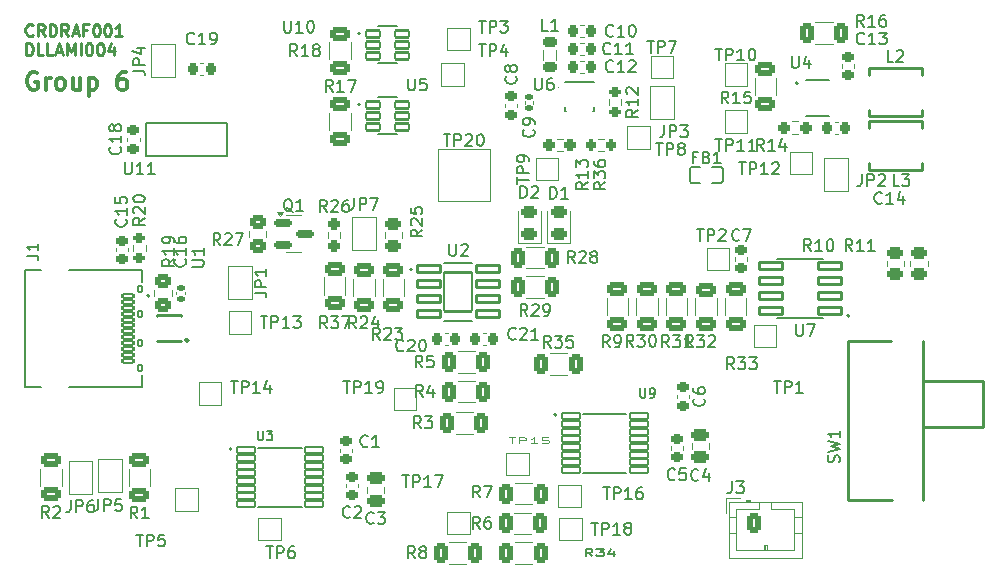
<source format=gbr>
%TF.GenerationSoftware,KiCad,Pcbnew,9.0.0*%
%TF.CreationDate,2025-04-08T23:08:21+02:00*%
%TF.ProjectId,MMPOwerBoardKiCAD9Version,4d4d504f-7765-4724-926f-6172644b6943,rev?*%
%TF.SameCoordinates,Original*%
%TF.FileFunction,Legend,Top*%
%TF.FilePolarity,Positive*%
%FSLAX46Y46*%
G04 Gerber Fmt 4.6, Leading zero omitted, Abs format (unit mm)*
G04 Created by KiCad (PCBNEW 9.0.0) date 2025-04-08 23:08:21*
%MOMM*%
%LPD*%
G01*
G04 APERTURE LIST*
G04 Aperture macros list*
%AMRoundRect*
0 Rectangle with rounded corners*
0 $1 Rounding radius*
0 $2 $3 $4 $5 $6 $7 $8 $9 X,Y pos of 4 corners*
0 Add a 4 corners polygon primitive as box body*
4,1,4,$2,$3,$4,$5,$6,$7,$8,$9,$2,$3,0*
0 Add four circle primitives for the rounded corners*
1,1,$1+$1,$2,$3*
1,1,$1+$1,$4,$5*
1,1,$1+$1,$6,$7*
1,1,$1+$1,$8,$9*
0 Add four rect primitives between the rounded corners*
20,1,$1+$1,$2,$3,$4,$5,0*
20,1,$1+$1,$4,$5,$6,$7,0*
20,1,$1+$1,$6,$7,$8,$9,0*
20,1,$1+$1,$8,$9,$2,$3,0*%
G04 Aperture macros list end*
%ADD10C,0.300000*%
%ADD11C,0.250000*%
%ADD12C,0.150000*%
%ADD13C,0.125000*%
%ADD14C,0.127000*%
%ADD15C,0.200000*%
%ADD16C,0.120000*%
%ADD17C,0.254000*%
%ADD18C,0.108166*%
%ADD19C,0.152500*%
%ADD20C,0.152000*%
%ADD21C,0.010000*%
%ADD22RoundRect,0.081750X-0.770250X-0.245250X0.770250X-0.245250X0.770250X0.245250X-0.770250X0.245250X0*%
%ADD23C,0.650000*%
%ADD24R,1.500000X1.500000*%
%ADD25RoundRect,0.200000X0.275000X-0.200000X0.275000X0.200000X-0.275000X0.200000X-0.275000X-0.200000X0*%
%ADD26RoundRect,0.250000X0.625000X-0.312500X0.625000X0.312500X-0.625000X0.312500X-0.625000X-0.312500X0*%
%ADD27RoundRect,0.243750X0.456250X-0.243750X0.456250X0.243750X-0.456250X0.243750X-0.456250X-0.243750X0*%
%ADD28R,1.500000X1.000000*%
%ADD29RoundRect,0.250000X-0.450000X0.262500X-0.450000X-0.262500X0.450000X-0.262500X0.450000X0.262500X0*%
%ADD30C,0.675000*%
%ADD31RoundRect,0.102000X-0.450000X0.150000X-0.450000X-0.150000X0.450000X-0.150000X0.450000X0.150000X0*%
%ADD32C,0.844000*%
%ADD33RoundRect,0.102000X-0.150000X0.250000X-0.150000X-0.250000X0.150000X-0.250000X0.150000X0.250000X0*%
%ADD34O,1.904000X1.054000*%
%ADD35RoundRect,0.225000X0.250000X-0.225000X0.250000X0.225000X-0.250000X0.225000X-0.250000X-0.225000X0*%
%ADD36RoundRect,0.237500X0.237500X-0.250000X0.237500X0.250000X-0.237500X0.250000X-0.237500X-0.250000X0*%
%ADD37RoundRect,0.237500X0.250000X0.237500X-0.250000X0.237500X-0.250000X-0.237500X0.250000X-0.237500X0*%
%ADD38RoundRect,0.150000X-0.587500X-0.150000X0.587500X-0.150000X0.587500X0.150000X-0.587500X0.150000X0*%
%ADD39RoundRect,0.225000X0.225000X0.250000X-0.225000X0.250000X-0.225000X-0.250000X0.225000X-0.250000X0*%
%ADD40RoundRect,0.250000X0.312500X0.625000X-0.312500X0.625000X-0.312500X-0.625000X0.312500X-0.625000X0*%
%ADD41RoundRect,0.200000X-0.200000X-0.275000X0.200000X-0.275000X0.200000X0.275000X-0.200000X0.275000X0*%
%ADD42R,1.500000X2.500000*%
%ADD43RoundRect,0.250000X-0.312500X-0.625000X0.312500X-0.625000X0.312500X0.625000X-0.312500X0.625000X0*%
%ADD44RoundRect,0.250000X0.475000X-0.250000X0.475000X0.250000X-0.475000X0.250000X-0.475000X-0.250000X0*%
%ADD45R,0.500000X0.350000*%
%ADD46R,1.000000X1.600000*%
%ADD47RoundRect,0.140000X0.170000X-0.140000X0.170000X0.140000X-0.170000X0.140000X-0.170000X-0.140000X0*%
%ADD48RoundRect,0.098000X-0.609000X-0.294000X0.609000X-0.294000X0.609000X0.294000X-0.609000X0.294000X0*%
%ADD49C,2.300000*%
%ADD50RoundRect,0.100500X0.986500X0.301500X-0.986500X0.301500X-0.986500X-0.301500X0.986500X-0.301500X0*%
%ADD51RoundRect,0.250000X-0.625000X0.312500X-0.625000X-0.312500X0.625000X-0.312500X0.625000X0.312500X0*%
%ADD52RoundRect,0.250000X-0.350000X-0.625000X0.350000X-0.625000X0.350000X0.625000X-0.350000X0.625000X0*%
%ADD53O,1.200000X1.750000*%
%ADD54R,0.800000X0.864000*%
%ADD55RoundRect,0.225000X-0.250000X0.225000X-0.250000X-0.225000X0.250000X-0.225000X0.250000X0.225000X0*%
%ADD56RoundRect,0.225000X-0.225000X-0.250000X0.225000X-0.250000X0.225000X0.250000X-0.225000X0.250000X0*%
%ADD57RoundRect,0.218750X-0.381250X0.218750X-0.381250X-0.218750X0.381250X-0.218750X0.381250X0.218750X0*%
%ADD58R,1.050000X2.465000*%
%ADD59R,3.540000X2.465000*%
%ADD60RoundRect,0.102000X-0.985000X-0.300000X0.985000X-0.300000X0.985000X0.300000X-0.985000X0.300000X0*%
%ADD61RoundRect,0.102000X-1.206500X-1.651000X1.206500X-1.651000X1.206500X1.651000X-1.206500X1.651000X0*%
%ADD62R,4.000000X4.000000*%
%ADD63RoundRect,0.250000X0.450000X-0.350000X0.450000X0.350000X-0.450000X0.350000X-0.450000X-0.350000X0*%
%ADD64RoundRect,0.237500X-0.250000X-0.237500X0.250000X-0.237500X0.250000X0.237500X-0.250000X0.237500X0*%
%ADD65R,1.700000X1.700000*%
%ADD66O,1.700000X1.700000*%
G04 APERTURE END LIST*
D10*
X166840225Y-54872257D02*
X166697368Y-54800828D01*
X166697368Y-54800828D02*
X166483082Y-54800828D01*
X166483082Y-54800828D02*
X166268796Y-54872257D01*
X166268796Y-54872257D02*
X166125939Y-55015114D01*
X166125939Y-55015114D02*
X166054510Y-55157971D01*
X166054510Y-55157971D02*
X165983082Y-55443685D01*
X165983082Y-55443685D02*
X165983082Y-55657971D01*
X165983082Y-55657971D02*
X166054510Y-55943685D01*
X166054510Y-55943685D02*
X166125939Y-56086542D01*
X166125939Y-56086542D02*
X166268796Y-56229400D01*
X166268796Y-56229400D02*
X166483082Y-56300828D01*
X166483082Y-56300828D02*
X166625939Y-56300828D01*
X166625939Y-56300828D02*
X166840225Y-56229400D01*
X166840225Y-56229400D02*
X166911653Y-56157971D01*
X166911653Y-56157971D02*
X166911653Y-55657971D01*
X166911653Y-55657971D02*
X166625939Y-55657971D01*
X167554510Y-56300828D02*
X167554510Y-55300828D01*
X167554510Y-55586542D02*
X167625939Y-55443685D01*
X167625939Y-55443685D02*
X167697368Y-55372257D01*
X167697368Y-55372257D02*
X167840225Y-55300828D01*
X167840225Y-55300828D02*
X167983082Y-55300828D01*
X168697367Y-56300828D02*
X168554510Y-56229400D01*
X168554510Y-56229400D02*
X168483081Y-56157971D01*
X168483081Y-56157971D02*
X168411653Y-56015114D01*
X168411653Y-56015114D02*
X168411653Y-55586542D01*
X168411653Y-55586542D02*
X168483081Y-55443685D01*
X168483081Y-55443685D02*
X168554510Y-55372257D01*
X168554510Y-55372257D02*
X168697367Y-55300828D01*
X168697367Y-55300828D02*
X168911653Y-55300828D01*
X168911653Y-55300828D02*
X169054510Y-55372257D01*
X169054510Y-55372257D02*
X169125939Y-55443685D01*
X169125939Y-55443685D02*
X169197367Y-55586542D01*
X169197367Y-55586542D02*
X169197367Y-56015114D01*
X169197367Y-56015114D02*
X169125939Y-56157971D01*
X169125939Y-56157971D02*
X169054510Y-56229400D01*
X169054510Y-56229400D02*
X168911653Y-56300828D01*
X168911653Y-56300828D02*
X168697367Y-56300828D01*
X170483082Y-55300828D02*
X170483082Y-56300828D01*
X169840224Y-55300828D02*
X169840224Y-56086542D01*
X169840224Y-56086542D02*
X169911653Y-56229400D01*
X169911653Y-56229400D02*
X170054510Y-56300828D01*
X170054510Y-56300828D02*
X170268796Y-56300828D01*
X170268796Y-56300828D02*
X170411653Y-56229400D01*
X170411653Y-56229400D02*
X170483082Y-56157971D01*
X171197367Y-55300828D02*
X171197367Y-56800828D01*
X171197367Y-55372257D02*
X171340225Y-55300828D01*
X171340225Y-55300828D02*
X171625939Y-55300828D01*
X171625939Y-55300828D02*
X171768796Y-55372257D01*
X171768796Y-55372257D02*
X171840225Y-55443685D01*
X171840225Y-55443685D02*
X171911653Y-55586542D01*
X171911653Y-55586542D02*
X171911653Y-56015114D01*
X171911653Y-56015114D02*
X171840225Y-56157971D01*
X171840225Y-56157971D02*
X171768796Y-56229400D01*
X171768796Y-56229400D02*
X171625939Y-56300828D01*
X171625939Y-56300828D02*
X171340225Y-56300828D01*
X171340225Y-56300828D02*
X171197367Y-56229400D01*
X174340225Y-54800828D02*
X174054510Y-54800828D01*
X174054510Y-54800828D02*
X173911653Y-54872257D01*
X173911653Y-54872257D02*
X173840225Y-54943685D01*
X173840225Y-54943685D02*
X173697367Y-55157971D01*
X173697367Y-55157971D02*
X173625939Y-55443685D01*
X173625939Y-55443685D02*
X173625939Y-56015114D01*
X173625939Y-56015114D02*
X173697367Y-56157971D01*
X173697367Y-56157971D02*
X173768796Y-56229400D01*
X173768796Y-56229400D02*
X173911653Y-56300828D01*
X173911653Y-56300828D02*
X174197367Y-56300828D01*
X174197367Y-56300828D02*
X174340225Y-56229400D01*
X174340225Y-56229400D02*
X174411653Y-56157971D01*
X174411653Y-56157971D02*
X174483082Y-56015114D01*
X174483082Y-56015114D02*
X174483082Y-55657971D01*
X174483082Y-55657971D02*
X174411653Y-55515114D01*
X174411653Y-55515114D02*
X174340225Y-55443685D01*
X174340225Y-55443685D02*
X174197367Y-55372257D01*
X174197367Y-55372257D02*
X173911653Y-55372257D01*
X173911653Y-55372257D02*
X173768796Y-55443685D01*
X173768796Y-55443685D02*
X173697367Y-55515114D01*
X173697367Y-55515114D02*
X173625939Y-55657971D01*
D11*
X166473996Y-51659436D02*
X166426377Y-51707056D01*
X166426377Y-51707056D02*
X166283520Y-51754675D01*
X166283520Y-51754675D02*
X166188282Y-51754675D01*
X166188282Y-51754675D02*
X166045425Y-51707056D01*
X166045425Y-51707056D02*
X165950187Y-51611817D01*
X165950187Y-51611817D02*
X165902568Y-51516579D01*
X165902568Y-51516579D02*
X165854949Y-51326103D01*
X165854949Y-51326103D02*
X165854949Y-51183246D01*
X165854949Y-51183246D02*
X165902568Y-50992770D01*
X165902568Y-50992770D02*
X165950187Y-50897532D01*
X165950187Y-50897532D02*
X166045425Y-50802294D01*
X166045425Y-50802294D02*
X166188282Y-50754675D01*
X166188282Y-50754675D02*
X166283520Y-50754675D01*
X166283520Y-50754675D02*
X166426377Y-50802294D01*
X166426377Y-50802294D02*
X166473996Y-50849913D01*
X167473996Y-51754675D02*
X167140663Y-51278484D01*
X166902568Y-51754675D02*
X166902568Y-50754675D01*
X166902568Y-50754675D02*
X167283520Y-50754675D01*
X167283520Y-50754675D02*
X167378758Y-50802294D01*
X167378758Y-50802294D02*
X167426377Y-50849913D01*
X167426377Y-50849913D02*
X167473996Y-50945151D01*
X167473996Y-50945151D02*
X167473996Y-51088008D01*
X167473996Y-51088008D02*
X167426377Y-51183246D01*
X167426377Y-51183246D02*
X167378758Y-51230865D01*
X167378758Y-51230865D02*
X167283520Y-51278484D01*
X167283520Y-51278484D02*
X166902568Y-51278484D01*
X167902568Y-51754675D02*
X167902568Y-50754675D01*
X167902568Y-50754675D02*
X168140663Y-50754675D01*
X168140663Y-50754675D02*
X168283520Y-50802294D01*
X168283520Y-50802294D02*
X168378758Y-50897532D01*
X168378758Y-50897532D02*
X168426377Y-50992770D01*
X168426377Y-50992770D02*
X168473996Y-51183246D01*
X168473996Y-51183246D02*
X168473996Y-51326103D01*
X168473996Y-51326103D02*
X168426377Y-51516579D01*
X168426377Y-51516579D02*
X168378758Y-51611817D01*
X168378758Y-51611817D02*
X168283520Y-51707056D01*
X168283520Y-51707056D02*
X168140663Y-51754675D01*
X168140663Y-51754675D02*
X167902568Y-51754675D01*
X169473996Y-51754675D02*
X169140663Y-51278484D01*
X168902568Y-51754675D02*
X168902568Y-50754675D01*
X168902568Y-50754675D02*
X169283520Y-50754675D01*
X169283520Y-50754675D02*
X169378758Y-50802294D01*
X169378758Y-50802294D02*
X169426377Y-50849913D01*
X169426377Y-50849913D02*
X169473996Y-50945151D01*
X169473996Y-50945151D02*
X169473996Y-51088008D01*
X169473996Y-51088008D02*
X169426377Y-51183246D01*
X169426377Y-51183246D02*
X169378758Y-51230865D01*
X169378758Y-51230865D02*
X169283520Y-51278484D01*
X169283520Y-51278484D02*
X168902568Y-51278484D01*
X169854949Y-51468960D02*
X170331139Y-51468960D01*
X169759711Y-51754675D02*
X170093044Y-50754675D01*
X170093044Y-50754675D02*
X170426377Y-51754675D01*
X171093044Y-51230865D02*
X170759711Y-51230865D01*
X170759711Y-51754675D02*
X170759711Y-50754675D01*
X170759711Y-50754675D02*
X171235901Y-50754675D01*
X171807330Y-50754675D02*
X171902568Y-50754675D01*
X171902568Y-50754675D02*
X171997806Y-50802294D01*
X171997806Y-50802294D02*
X172045425Y-50849913D01*
X172045425Y-50849913D02*
X172093044Y-50945151D01*
X172093044Y-50945151D02*
X172140663Y-51135627D01*
X172140663Y-51135627D02*
X172140663Y-51373722D01*
X172140663Y-51373722D02*
X172093044Y-51564198D01*
X172093044Y-51564198D02*
X172045425Y-51659436D01*
X172045425Y-51659436D02*
X171997806Y-51707056D01*
X171997806Y-51707056D02*
X171902568Y-51754675D01*
X171902568Y-51754675D02*
X171807330Y-51754675D01*
X171807330Y-51754675D02*
X171712092Y-51707056D01*
X171712092Y-51707056D02*
X171664473Y-51659436D01*
X171664473Y-51659436D02*
X171616854Y-51564198D01*
X171616854Y-51564198D02*
X171569235Y-51373722D01*
X171569235Y-51373722D02*
X171569235Y-51135627D01*
X171569235Y-51135627D02*
X171616854Y-50945151D01*
X171616854Y-50945151D02*
X171664473Y-50849913D01*
X171664473Y-50849913D02*
X171712092Y-50802294D01*
X171712092Y-50802294D02*
X171807330Y-50754675D01*
X172759711Y-50754675D02*
X172854949Y-50754675D01*
X172854949Y-50754675D02*
X172950187Y-50802294D01*
X172950187Y-50802294D02*
X172997806Y-50849913D01*
X172997806Y-50849913D02*
X173045425Y-50945151D01*
X173045425Y-50945151D02*
X173093044Y-51135627D01*
X173093044Y-51135627D02*
X173093044Y-51373722D01*
X173093044Y-51373722D02*
X173045425Y-51564198D01*
X173045425Y-51564198D02*
X172997806Y-51659436D01*
X172997806Y-51659436D02*
X172950187Y-51707056D01*
X172950187Y-51707056D02*
X172854949Y-51754675D01*
X172854949Y-51754675D02*
X172759711Y-51754675D01*
X172759711Y-51754675D02*
X172664473Y-51707056D01*
X172664473Y-51707056D02*
X172616854Y-51659436D01*
X172616854Y-51659436D02*
X172569235Y-51564198D01*
X172569235Y-51564198D02*
X172521616Y-51373722D01*
X172521616Y-51373722D02*
X172521616Y-51135627D01*
X172521616Y-51135627D02*
X172569235Y-50945151D01*
X172569235Y-50945151D02*
X172616854Y-50849913D01*
X172616854Y-50849913D02*
X172664473Y-50802294D01*
X172664473Y-50802294D02*
X172759711Y-50754675D01*
X174045425Y-51754675D02*
X173473997Y-51754675D01*
X173759711Y-51754675D02*
X173759711Y-50754675D01*
X173759711Y-50754675D02*
X173664473Y-50897532D01*
X173664473Y-50897532D02*
X173569235Y-50992770D01*
X173569235Y-50992770D02*
X173473997Y-51040389D01*
X165902568Y-53364619D02*
X165902568Y-52364619D01*
X165902568Y-52364619D02*
X166140663Y-52364619D01*
X166140663Y-52364619D02*
X166283520Y-52412238D01*
X166283520Y-52412238D02*
X166378758Y-52507476D01*
X166378758Y-52507476D02*
X166426377Y-52602714D01*
X166426377Y-52602714D02*
X166473996Y-52793190D01*
X166473996Y-52793190D02*
X166473996Y-52936047D01*
X166473996Y-52936047D02*
X166426377Y-53126523D01*
X166426377Y-53126523D02*
X166378758Y-53221761D01*
X166378758Y-53221761D02*
X166283520Y-53317000D01*
X166283520Y-53317000D02*
X166140663Y-53364619D01*
X166140663Y-53364619D02*
X165902568Y-53364619D01*
X167378758Y-53364619D02*
X166902568Y-53364619D01*
X166902568Y-53364619D02*
X166902568Y-52364619D01*
X168188282Y-53364619D02*
X167712092Y-53364619D01*
X167712092Y-53364619D02*
X167712092Y-52364619D01*
X168473997Y-53078904D02*
X168950187Y-53078904D01*
X168378759Y-53364619D02*
X168712092Y-52364619D01*
X168712092Y-52364619D02*
X169045425Y-53364619D01*
X169378759Y-53364619D02*
X169378759Y-52364619D01*
X169378759Y-52364619D02*
X169712092Y-53078904D01*
X169712092Y-53078904D02*
X170045425Y-52364619D01*
X170045425Y-52364619D02*
X170045425Y-53364619D01*
X170521616Y-53364619D02*
X170521616Y-52364619D01*
X171188282Y-52364619D02*
X171283520Y-52364619D01*
X171283520Y-52364619D02*
X171378758Y-52412238D01*
X171378758Y-52412238D02*
X171426377Y-52459857D01*
X171426377Y-52459857D02*
X171473996Y-52555095D01*
X171473996Y-52555095D02*
X171521615Y-52745571D01*
X171521615Y-52745571D02*
X171521615Y-52983666D01*
X171521615Y-52983666D02*
X171473996Y-53174142D01*
X171473996Y-53174142D02*
X171426377Y-53269380D01*
X171426377Y-53269380D02*
X171378758Y-53317000D01*
X171378758Y-53317000D02*
X171283520Y-53364619D01*
X171283520Y-53364619D02*
X171188282Y-53364619D01*
X171188282Y-53364619D02*
X171093044Y-53317000D01*
X171093044Y-53317000D02*
X171045425Y-53269380D01*
X171045425Y-53269380D02*
X170997806Y-53174142D01*
X170997806Y-53174142D02*
X170950187Y-52983666D01*
X170950187Y-52983666D02*
X170950187Y-52745571D01*
X170950187Y-52745571D02*
X170997806Y-52555095D01*
X170997806Y-52555095D02*
X171045425Y-52459857D01*
X171045425Y-52459857D02*
X171093044Y-52412238D01*
X171093044Y-52412238D02*
X171188282Y-52364619D01*
X172140663Y-52364619D02*
X172235901Y-52364619D01*
X172235901Y-52364619D02*
X172331139Y-52412238D01*
X172331139Y-52412238D02*
X172378758Y-52459857D01*
X172378758Y-52459857D02*
X172426377Y-52555095D01*
X172426377Y-52555095D02*
X172473996Y-52745571D01*
X172473996Y-52745571D02*
X172473996Y-52983666D01*
X172473996Y-52983666D02*
X172426377Y-53174142D01*
X172426377Y-53174142D02*
X172378758Y-53269380D01*
X172378758Y-53269380D02*
X172331139Y-53317000D01*
X172331139Y-53317000D02*
X172235901Y-53364619D01*
X172235901Y-53364619D02*
X172140663Y-53364619D01*
X172140663Y-53364619D02*
X172045425Y-53317000D01*
X172045425Y-53317000D02*
X171997806Y-53269380D01*
X171997806Y-53269380D02*
X171950187Y-53174142D01*
X171950187Y-53174142D02*
X171902568Y-52983666D01*
X171902568Y-52983666D02*
X171902568Y-52745571D01*
X171902568Y-52745571D02*
X171950187Y-52555095D01*
X171950187Y-52555095D02*
X171997806Y-52459857D01*
X171997806Y-52459857D02*
X172045425Y-52412238D01*
X172045425Y-52412238D02*
X172140663Y-52364619D01*
X173331139Y-52697952D02*
X173331139Y-53364619D01*
X173093044Y-52317000D02*
X172854949Y-53031285D01*
X172854949Y-53031285D02*
X173473996Y-53031285D01*
D12*
X185510476Y-85177295D02*
X185510476Y-85824914D01*
X185510476Y-85824914D02*
X185548571Y-85901104D01*
X185548571Y-85901104D02*
X185586666Y-85939200D01*
X185586666Y-85939200D02*
X185662857Y-85977295D01*
X185662857Y-85977295D02*
X185815238Y-85977295D01*
X185815238Y-85977295D02*
X185891428Y-85939200D01*
X185891428Y-85939200D02*
X185929523Y-85901104D01*
X185929523Y-85901104D02*
X185967619Y-85824914D01*
X185967619Y-85824914D02*
X185967619Y-85177295D01*
X186272380Y-85177295D02*
X186767618Y-85177295D01*
X186767618Y-85177295D02*
X186500952Y-85482057D01*
X186500952Y-85482057D02*
X186615237Y-85482057D01*
X186615237Y-85482057D02*
X186691428Y-85520152D01*
X186691428Y-85520152D02*
X186729523Y-85558247D01*
X186729523Y-85558247D02*
X186767618Y-85634438D01*
X186767618Y-85634438D02*
X186767618Y-85824914D01*
X186767618Y-85824914D02*
X186729523Y-85901104D01*
X186729523Y-85901104D02*
X186691428Y-85939200D01*
X186691428Y-85939200D02*
X186615237Y-85977295D01*
X186615237Y-85977295D02*
X186386666Y-85977295D01*
X186386666Y-85977295D02*
X186310475Y-85939200D01*
X186310475Y-85939200D02*
X186272380Y-85901104D01*
X217890476Y-81562295D02*
X217890476Y-82209914D01*
X217890476Y-82209914D02*
X217928571Y-82286104D01*
X217928571Y-82286104D02*
X217966666Y-82324200D01*
X217966666Y-82324200D02*
X218042857Y-82362295D01*
X218042857Y-82362295D02*
X218195238Y-82362295D01*
X218195238Y-82362295D02*
X218271428Y-82324200D01*
X218271428Y-82324200D02*
X218309523Y-82286104D01*
X218309523Y-82286104D02*
X218347619Y-82209914D01*
X218347619Y-82209914D02*
X218347619Y-81562295D01*
X218766666Y-82362295D02*
X218919047Y-82362295D01*
X218919047Y-82362295D02*
X218995237Y-82324200D01*
X218995237Y-82324200D02*
X219033333Y-82286104D01*
X219033333Y-82286104D02*
X219109523Y-82171819D01*
X219109523Y-82171819D02*
X219147618Y-82019438D01*
X219147618Y-82019438D02*
X219147618Y-81714676D01*
X219147618Y-81714676D02*
X219109523Y-81638485D01*
X219109523Y-81638485D02*
X219071428Y-81600390D01*
X219071428Y-81600390D02*
X218995237Y-81562295D01*
X218995237Y-81562295D02*
X218842856Y-81562295D01*
X218842856Y-81562295D02*
X218766666Y-81600390D01*
X218766666Y-81600390D02*
X218728571Y-81638485D01*
X218728571Y-81638485D02*
X218690475Y-81714676D01*
X218690475Y-81714676D02*
X218690475Y-81905152D01*
X218690475Y-81905152D02*
X218728571Y-81981342D01*
X218728571Y-81981342D02*
X218766666Y-82019438D01*
X218766666Y-82019438D02*
X218842856Y-82057533D01*
X218842856Y-82057533D02*
X218995237Y-82057533D01*
X218995237Y-82057533D02*
X219071428Y-82019438D01*
X219071428Y-82019438D02*
X219109523Y-81981342D01*
X219109523Y-81981342D02*
X219147618Y-81905152D01*
X192761905Y-80954819D02*
X193333333Y-80954819D01*
X193047619Y-81954819D02*
X193047619Y-80954819D01*
X193666667Y-81954819D02*
X193666667Y-80954819D01*
X193666667Y-80954819D02*
X194047619Y-80954819D01*
X194047619Y-80954819D02*
X194142857Y-81002438D01*
X194142857Y-81002438D02*
X194190476Y-81050057D01*
X194190476Y-81050057D02*
X194238095Y-81145295D01*
X194238095Y-81145295D02*
X194238095Y-81288152D01*
X194238095Y-81288152D02*
X194190476Y-81383390D01*
X194190476Y-81383390D02*
X194142857Y-81431009D01*
X194142857Y-81431009D02*
X194047619Y-81478628D01*
X194047619Y-81478628D02*
X193666667Y-81478628D01*
X195190476Y-81954819D02*
X194619048Y-81954819D01*
X194904762Y-81954819D02*
X194904762Y-80954819D01*
X194904762Y-80954819D02*
X194809524Y-81097676D01*
X194809524Y-81097676D02*
X194714286Y-81192914D01*
X194714286Y-81192914D02*
X194619048Y-81240533D01*
X195666667Y-81954819D02*
X195857143Y-81954819D01*
X195857143Y-81954819D02*
X195952381Y-81907200D01*
X195952381Y-81907200D02*
X196000000Y-81859580D01*
X196000000Y-81859580D02*
X196095238Y-81716723D01*
X196095238Y-81716723D02*
X196142857Y-81526247D01*
X196142857Y-81526247D02*
X196142857Y-81145295D01*
X196142857Y-81145295D02*
X196095238Y-81050057D01*
X196095238Y-81050057D02*
X196047619Y-81002438D01*
X196047619Y-81002438D02*
X195952381Y-80954819D01*
X195952381Y-80954819D02*
X195761905Y-80954819D01*
X195761905Y-80954819D02*
X195666667Y-81002438D01*
X195666667Y-81002438D02*
X195619048Y-81050057D01*
X195619048Y-81050057D02*
X195571429Y-81145295D01*
X195571429Y-81145295D02*
X195571429Y-81383390D01*
X195571429Y-81383390D02*
X195619048Y-81478628D01*
X195619048Y-81478628D02*
X195666667Y-81526247D01*
X195666667Y-81526247D02*
X195761905Y-81573866D01*
X195761905Y-81573866D02*
X195952381Y-81573866D01*
X195952381Y-81573866D02*
X196047619Y-81526247D01*
X196047619Y-81526247D02*
X196095238Y-81478628D01*
X196095238Y-81478628D02*
X196142857Y-81383390D01*
X175954819Y-67142857D02*
X175478628Y-67476190D01*
X175954819Y-67714285D02*
X174954819Y-67714285D01*
X174954819Y-67714285D02*
X174954819Y-67333333D01*
X174954819Y-67333333D02*
X175002438Y-67238095D01*
X175002438Y-67238095D02*
X175050057Y-67190476D01*
X175050057Y-67190476D02*
X175145295Y-67142857D01*
X175145295Y-67142857D02*
X175288152Y-67142857D01*
X175288152Y-67142857D02*
X175383390Y-67190476D01*
X175383390Y-67190476D02*
X175431009Y-67238095D01*
X175431009Y-67238095D02*
X175478628Y-67333333D01*
X175478628Y-67333333D02*
X175478628Y-67714285D01*
X175050057Y-66761904D02*
X175002438Y-66714285D01*
X175002438Y-66714285D02*
X174954819Y-66619047D01*
X174954819Y-66619047D02*
X174954819Y-66380952D01*
X174954819Y-66380952D02*
X175002438Y-66285714D01*
X175002438Y-66285714D02*
X175050057Y-66238095D01*
X175050057Y-66238095D02*
X175145295Y-66190476D01*
X175145295Y-66190476D02*
X175240533Y-66190476D01*
X175240533Y-66190476D02*
X175383390Y-66238095D01*
X175383390Y-66238095D02*
X175954819Y-66809523D01*
X175954819Y-66809523D02*
X175954819Y-66190476D01*
X174954819Y-65571428D02*
X174954819Y-65476190D01*
X174954819Y-65476190D02*
X175002438Y-65380952D01*
X175002438Y-65380952D02*
X175050057Y-65333333D01*
X175050057Y-65333333D02*
X175145295Y-65285714D01*
X175145295Y-65285714D02*
X175335771Y-65238095D01*
X175335771Y-65238095D02*
X175573866Y-65238095D01*
X175573866Y-65238095D02*
X175764342Y-65285714D01*
X175764342Y-65285714D02*
X175859580Y-65333333D01*
X175859580Y-65333333D02*
X175907200Y-65380952D01*
X175907200Y-65380952D02*
X175954819Y-65476190D01*
X175954819Y-65476190D02*
X175954819Y-65571428D01*
X175954819Y-65571428D02*
X175907200Y-65666666D01*
X175907200Y-65666666D02*
X175859580Y-65714285D01*
X175859580Y-65714285D02*
X175764342Y-65761904D01*
X175764342Y-65761904D02*
X175573866Y-65809523D01*
X175573866Y-65809523D02*
X175335771Y-65809523D01*
X175335771Y-65809523D02*
X175145295Y-65761904D01*
X175145295Y-65761904D02*
X175050057Y-65714285D01*
X175050057Y-65714285D02*
X175002438Y-65666666D01*
X175002438Y-65666666D02*
X174954819Y-65571428D01*
X222357142Y-78089819D02*
X222023809Y-77613628D01*
X221785714Y-78089819D02*
X221785714Y-77089819D01*
X221785714Y-77089819D02*
X222166666Y-77089819D01*
X222166666Y-77089819D02*
X222261904Y-77137438D01*
X222261904Y-77137438D02*
X222309523Y-77185057D01*
X222309523Y-77185057D02*
X222357142Y-77280295D01*
X222357142Y-77280295D02*
X222357142Y-77423152D01*
X222357142Y-77423152D02*
X222309523Y-77518390D01*
X222309523Y-77518390D02*
X222261904Y-77566009D01*
X222261904Y-77566009D02*
X222166666Y-77613628D01*
X222166666Y-77613628D02*
X221785714Y-77613628D01*
X222690476Y-77089819D02*
X223309523Y-77089819D01*
X223309523Y-77089819D02*
X222976190Y-77470771D01*
X222976190Y-77470771D02*
X223119047Y-77470771D01*
X223119047Y-77470771D02*
X223214285Y-77518390D01*
X223214285Y-77518390D02*
X223261904Y-77566009D01*
X223261904Y-77566009D02*
X223309523Y-77661247D01*
X223309523Y-77661247D02*
X223309523Y-77899342D01*
X223309523Y-77899342D02*
X223261904Y-77994580D01*
X223261904Y-77994580D02*
X223214285Y-78042200D01*
X223214285Y-78042200D02*
X223119047Y-78089819D01*
X223119047Y-78089819D02*
X222833333Y-78089819D01*
X222833333Y-78089819D02*
X222738095Y-78042200D01*
X222738095Y-78042200D02*
X222690476Y-77994580D01*
X223690476Y-77185057D02*
X223738095Y-77137438D01*
X223738095Y-77137438D02*
X223833333Y-77089819D01*
X223833333Y-77089819D02*
X224071428Y-77089819D01*
X224071428Y-77089819D02*
X224166666Y-77137438D01*
X224166666Y-77137438D02*
X224214285Y-77185057D01*
X224214285Y-77185057D02*
X224261904Y-77280295D01*
X224261904Y-77280295D02*
X224261904Y-77375533D01*
X224261904Y-77375533D02*
X224214285Y-77518390D01*
X224214285Y-77518390D02*
X223642857Y-78089819D01*
X223642857Y-78089819D02*
X224261904Y-78089819D01*
X226261905Y-62454819D02*
X226833333Y-62454819D01*
X226547619Y-63454819D02*
X226547619Y-62454819D01*
X227166667Y-63454819D02*
X227166667Y-62454819D01*
X227166667Y-62454819D02*
X227547619Y-62454819D01*
X227547619Y-62454819D02*
X227642857Y-62502438D01*
X227642857Y-62502438D02*
X227690476Y-62550057D01*
X227690476Y-62550057D02*
X227738095Y-62645295D01*
X227738095Y-62645295D02*
X227738095Y-62788152D01*
X227738095Y-62788152D02*
X227690476Y-62883390D01*
X227690476Y-62883390D02*
X227642857Y-62931009D01*
X227642857Y-62931009D02*
X227547619Y-62978628D01*
X227547619Y-62978628D02*
X227166667Y-62978628D01*
X228690476Y-63454819D02*
X228119048Y-63454819D01*
X228404762Y-63454819D02*
X228404762Y-62454819D01*
X228404762Y-62454819D02*
X228309524Y-62597676D01*
X228309524Y-62597676D02*
X228214286Y-62692914D01*
X228214286Y-62692914D02*
X228119048Y-62740533D01*
X229071429Y-62550057D02*
X229119048Y-62502438D01*
X229119048Y-62502438D02*
X229214286Y-62454819D01*
X229214286Y-62454819D02*
X229452381Y-62454819D01*
X229452381Y-62454819D02*
X229547619Y-62502438D01*
X229547619Y-62502438D02*
X229595238Y-62550057D01*
X229595238Y-62550057D02*
X229642857Y-62645295D01*
X229642857Y-62645295D02*
X229642857Y-62740533D01*
X229642857Y-62740533D02*
X229595238Y-62883390D01*
X229595238Y-62883390D02*
X229023810Y-63454819D01*
X229023810Y-63454819D02*
X229642857Y-63454819D01*
X210261905Y-65517319D02*
X210261905Y-64517319D01*
X210261905Y-64517319D02*
X210500000Y-64517319D01*
X210500000Y-64517319D02*
X210642857Y-64564938D01*
X210642857Y-64564938D02*
X210738095Y-64660176D01*
X210738095Y-64660176D02*
X210785714Y-64755414D01*
X210785714Y-64755414D02*
X210833333Y-64945890D01*
X210833333Y-64945890D02*
X210833333Y-65088747D01*
X210833333Y-65088747D02*
X210785714Y-65279223D01*
X210785714Y-65279223D02*
X210738095Y-65374461D01*
X210738095Y-65374461D02*
X210642857Y-65469700D01*
X210642857Y-65469700D02*
X210500000Y-65517319D01*
X210500000Y-65517319D02*
X210261905Y-65517319D01*
X211785714Y-65517319D02*
X211214286Y-65517319D01*
X211500000Y-65517319D02*
X211500000Y-64517319D01*
X211500000Y-64517319D02*
X211404762Y-64660176D01*
X211404762Y-64660176D02*
X211309524Y-64755414D01*
X211309524Y-64755414D02*
X211214286Y-64803033D01*
X169666666Y-91054819D02*
X169666666Y-91769104D01*
X169666666Y-91769104D02*
X169619047Y-91911961D01*
X169619047Y-91911961D02*
X169523809Y-92007200D01*
X169523809Y-92007200D02*
X169380952Y-92054819D01*
X169380952Y-92054819D02*
X169285714Y-92054819D01*
X170142857Y-92054819D02*
X170142857Y-91054819D01*
X170142857Y-91054819D02*
X170523809Y-91054819D01*
X170523809Y-91054819D02*
X170619047Y-91102438D01*
X170619047Y-91102438D02*
X170666666Y-91150057D01*
X170666666Y-91150057D02*
X170714285Y-91245295D01*
X170714285Y-91245295D02*
X170714285Y-91388152D01*
X170714285Y-91388152D02*
X170666666Y-91483390D01*
X170666666Y-91483390D02*
X170619047Y-91531009D01*
X170619047Y-91531009D02*
X170523809Y-91578628D01*
X170523809Y-91578628D02*
X170142857Y-91578628D01*
X171571428Y-91054819D02*
X171380952Y-91054819D01*
X171380952Y-91054819D02*
X171285714Y-91102438D01*
X171285714Y-91102438D02*
X171238095Y-91150057D01*
X171238095Y-91150057D02*
X171142857Y-91292914D01*
X171142857Y-91292914D02*
X171095238Y-91483390D01*
X171095238Y-91483390D02*
X171095238Y-91864342D01*
X171095238Y-91864342D02*
X171142857Y-91959580D01*
X171142857Y-91959580D02*
X171190476Y-92007200D01*
X171190476Y-92007200D02*
X171285714Y-92054819D01*
X171285714Y-92054819D02*
X171476190Y-92054819D01*
X171476190Y-92054819D02*
X171571428Y-92007200D01*
X171571428Y-92007200D02*
X171619047Y-91959580D01*
X171619047Y-91959580D02*
X171666666Y-91864342D01*
X171666666Y-91864342D02*
X171666666Y-91626247D01*
X171666666Y-91626247D02*
X171619047Y-91531009D01*
X171619047Y-91531009D02*
X171571428Y-91483390D01*
X171571428Y-91483390D02*
X171476190Y-91435771D01*
X171476190Y-91435771D02*
X171285714Y-91435771D01*
X171285714Y-91435771D02*
X171190476Y-91483390D01*
X171190476Y-91483390D02*
X171142857Y-91531009D01*
X171142857Y-91531009D02*
X171095238Y-91626247D01*
X199454819Y-68142857D02*
X198978628Y-68476190D01*
X199454819Y-68714285D02*
X198454819Y-68714285D01*
X198454819Y-68714285D02*
X198454819Y-68333333D01*
X198454819Y-68333333D02*
X198502438Y-68238095D01*
X198502438Y-68238095D02*
X198550057Y-68190476D01*
X198550057Y-68190476D02*
X198645295Y-68142857D01*
X198645295Y-68142857D02*
X198788152Y-68142857D01*
X198788152Y-68142857D02*
X198883390Y-68190476D01*
X198883390Y-68190476D02*
X198931009Y-68238095D01*
X198931009Y-68238095D02*
X198978628Y-68333333D01*
X198978628Y-68333333D02*
X198978628Y-68714285D01*
X198550057Y-67761904D02*
X198502438Y-67714285D01*
X198502438Y-67714285D02*
X198454819Y-67619047D01*
X198454819Y-67619047D02*
X198454819Y-67380952D01*
X198454819Y-67380952D02*
X198502438Y-67285714D01*
X198502438Y-67285714D02*
X198550057Y-67238095D01*
X198550057Y-67238095D02*
X198645295Y-67190476D01*
X198645295Y-67190476D02*
X198740533Y-67190476D01*
X198740533Y-67190476D02*
X198883390Y-67238095D01*
X198883390Y-67238095D02*
X199454819Y-67809523D01*
X199454819Y-67809523D02*
X199454819Y-67190476D01*
X198454819Y-66285714D02*
X198454819Y-66761904D01*
X198454819Y-66761904D02*
X198931009Y-66809523D01*
X198931009Y-66809523D02*
X198883390Y-66761904D01*
X198883390Y-66761904D02*
X198835771Y-66666666D01*
X198835771Y-66666666D02*
X198835771Y-66428571D01*
X198835771Y-66428571D02*
X198883390Y-66333333D01*
X198883390Y-66333333D02*
X198931009Y-66285714D01*
X198931009Y-66285714D02*
X199026247Y-66238095D01*
X199026247Y-66238095D02*
X199264342Y-66238095D01*
X199264342Y-66238095D02*
X199359580Y-66285714D01*
X199359580Y-66285714D02*
X199407200Y-66333333D01*
X199407200Y-66333333D02*
X199454819Y-66428571D01*
X199454819Y-66428571D02*
X199454819Y-66666666D01*
X199454819Y-66666666D02*
X199407200Y-66761904D01*
X199407200Y-66761904D02*
X199359580Y-66809523D01*
X217327142Y-78052319D02*
X216993809Y-77576128D01*
X216755714Y-78052319D02*
X216755714Y-77052319D01*
X216755714Y-77052319D02*
X217136666Y-77052319D01*
X217136666Y-77052319D02*
X217231904Y-77099938D01*
X217231904Y-77099938D02*
X217279523Y-77147557D01*
X217279523Y-77147557D02*
X217327142Y-77242795D01*
X217327142Y-77242795D02*
X217327142Y-77385652D01*
X217327142Y-77385652D02*
X217279523Y-77480890D01*
X217279523Y-77480890D02*
X217231904Y-77528509D01*
X217231904Y-77528509D02*
X217136666Y-77576128D01*
X217136666Y-77576128D02*
X216755714Y-77576128D01*
X217660476Y-77052319D02*
X218279523Y-77052319D01*
X218279523Y-77052319D02*
X217946190Y-77433271D01*
X217946190Y-77433271D02*
X218089047Y-77433271D01*
X218089047Y-77433271D02*
X218184285Y-77480890D01*
X218184285Y-77480890D02*
X218231904Y-77528509D01*
X218231904Y-77528509D02*
X218279523Y-77623747D01*
X218279523Y-77623747D02*
X218279523Y-77861842D01*
X218279523Y-77861842D02*
X218231904Y-77957080D01*
X218231904Y-77957080D02*
X218184285Y-78004700D01*
X218184285Y-78004700D02*
X218089047Y-78052319D01*
X218089047Y-78052319D02*
X217803333Y-78052319D01*
X217803333Y-78052319D02*
X217708095Y-78004700D01*
X217708095Y-78004700D02*
X217660476Y-77957080D01*
X218898571Y-77052319D02*
X218993809Y-77052319D01*
X218993809Y-77052319D02*
X219089047Y-77099938D01*
X219089047Y-77099938D02*
X219136666Y-77147557D01*
X219136666Y-77147557D02*
X219184285Y-77242795D01*
X219184285Y-77242795D02*
X219231904Y-77433271D01*
X219231904Y-77433271D02*
X219231904Y-77671366D01*
X219231904Y-77671366D02*
X219184285Y-77861842D01*
X219184285Y-77861842D02*
X219136666Y-77957080D01*
X219136666Y-77957080D02*
X219089047Y-78004700D01*
X219089047Y-78004700D02*
X218993809Y-78052319D01*
X218993809Y-78052319D02*
X218898571Y-78052319D01*
X218898571Y-78052319D02*
X218803333Y-78004700D01*
X218803333Y-78004700D02*
X218755714Y-77957080D01*
X218755714Y-77957080D02*
X218708095Y-77861842D01*
X218708095Y-77861842D02*
X218660476Y-77671366D01*
X218660476Y-77671366D02*
X218660476Y-77433271D01*
X218660476Y-77433271D02*
X218708095Y-77242795D01*
X218708095Y-77242795D02*
X218755714Y-77147557D01*
X218755714Y-77147557D02*
X218803333Y-77099938D01*
X218803333Y-77099938D02*
X218898571Y-77052319D01*
X165954819Y-70333333D02*
X166669104Y-70333333D01*
X166669104Y-70333333D02*
X166811961Y-70380952D01*
X166811961Y-70380952D02*
X166907200Y-70476190D01*
X166907200Y-70476190D02*
X166954819Y-70619047D01*
X166954819Y-70619047D02*
X166954819Y-70714285D01*
X166954819Y-69333333D02*
X166954819Y-69904761D01*
X166954819Y-69619047D02*
X165954819Y-69619047D01*
X165954819Y-69619047D02*
X166097676Y-69714285D01*
X166097676Y-69714285D02*
X166192914Y-69809523D01*
X166192914Y-69809523D02*
X166240533Y-69904761D01*
X220833333Y-89259580D02*
X220785714Y-89307200D01*
X220785714Y-89307200D02*
X220642857Y-89354819D01*
X220642857Y-89354819D02*
X220547619Y-89354819D01*
X220547619Y-89354819D02*
X220404762Y-89307200D01*
X220404762Y-89307200D02*
X220309524Y-89211961D01*
X220309524Y-89211961D02*
X220261905Y-89116723D01*
X220261905Y-89116723D02*
X220214286Y-88926247D01*
X220214286Y-88926247D02*
X220214286Y-88783390D01*
X220214286Y-88783390D02*
X220261905Y-88592914D01*
X220261905Y-88592914D02*
X220309524Y-88497676D01*
X220309524Y-88497676D02*
X220404762Y-88402438D01*
X220404762Y-88402438D02*
X220547619Y-88354819D01*
X220547619Y-88354819D02*
X220642857Y-88354819D01*
X220642857Y-88354819D02*
X220785714Y-88402438D01*
X220785714Y-88402438D02*
X220833333Y-88450057D01*
X221738095Y-88354819D02*
X221261905Y-88354819D01*
X221261905Y-88354819D02*
X221214286Y-88831009D01*
X221214286Y-88831009D02*
X221261905Y-88783390D01*
X221261905Y-88783390D02*
X221357143Y-88735771D01*
X221357143Y-88735771D02*
X221595238Y-88735771D01*
X221595238Y-88735771D02*
X221690476Y-88783390D01*
X221690476Y-88783390D02*
X221738095Y-88831009D01*
X221738095Y-88831009D02*
X221785714Y-88926247D01*
X221785714Y-88926247D02*
X221785714Y-89164342D01*
X221785714Y-89164342D02*
X221738095Y-89259580D01*
X221738095Y-89259580D02*
X221690476Y-89307200D01*
X221690476Y-89307200D02*
X221595238Y-89354819D01*
X221595238Y-89354819D02*
X221357143Y-89354819D01*
X221357143Y-89354819D02*
X221261905Y-89307200D01*
X221261905Y-89307200D02*
X221214286Y-89259580D01*
X191357142Y-66629819D02*
X191023809Y-66153628D01*
X190785714Y-66629819D02*
X190785714Y-65629819D01*
X190785714Y-65629819D02*
X191166666Y-65629819D01*
X191166666Y-65629819D02*
X191261904Y-65677438D01*
X191261904Y-65677438D02*
X191309523Y-65725057D01*
X191309523Y-65725057D02*
X191357142Y-65820295D01*
X191357142Y-65820295D02*
X191357142Y-65963152D01*
X191357142Y-65963152D02*
X191309523Y-66058390D01*
X191309523Y-66058390D02*
X191261904Y-66106009D01*
X191261904Y-66106009D02*
X191166666Y-66153628D01*
X191166666Y-66153628D02*
X190785714Y-66153628D01*
X191738095Y-65725057D02*
X191785714Y-65677438D01*
X191785714Y-65677438D02*
X191880952Y-65629819D01*
X191880952Y-65629819D02*
X192119047Y-65629819D01*
X192119047Y-65629819D02*
X192214285Y-65677438D01*
X192214285Y-65677438D02*
X192261904Y-65725057D01*
X192261904Y-65725057D02*
X192309523Y-65820295D01*
X192309523Y-65820295D02*
X192309523Y-65915533D01*
X192309523Y-65915533D02*
X192261904Y-66058390D01*
X192261904Y-66058390D02*
X191690476Y-66629819D01*
X191690476Y-66629819D02*
X192309523Y-66629819D01*
X193166666Y-65629819D02*
X192976190Y-65629819D01*
X192976190Y-65629819D02*
X192880952Y-65677438D01*
X192880952Y-65677438D02*
X192833333Y-65725057D01*
X192833333Y-65725057D02*
X192738095Y-65867914D01*
X192738095Y-65867914D02*
X192690476Y-66058390D01*
X192690476Y-66058390D02*
X192690476Y-66439342D01*
X192690476Y-66439342D02*
X192738095Y-66534580D01*
X192738095Y-66534580D02*
X192785714Y-66582200D01*
X192785714Y-66582200D02*
X192880952Y-66629819D01*
X192880952Y-66629819D02*
X193071428Y-66629819D01*
X193071428Y-66629819D02*
X193166666Y-66582200D01*
X193166666Y-66582200D02*
X193214285Y-66534580D01*
X193214285Y-66534580D02*
X193261904Y-66439342D01*
X193261904Y-66439342D02*
X193261904Y-66201247D01*
X193261904Y-66201247D02*
X193214285Y-66106009D01*
X193214285Y-66106009D02*
X193166666Y-66058390D01*
X193166666Y-66058390D02*
X193071428Y-66010771D01*
X193071428Y-66010771D02*
X192880952Y-66010771D01*
X192880952Y-66010771D02*
X192785714Y-66058390D01*
X192785714Y-66058390D02*
X192738095Y-66106009D01*
X192738095Y-66106009D02*
X192690476Y-66201247D01*
X220327142Y-78089819D02*
X219993809Y-77613628D01*
X219755714Y-78089819D02*
X219755714Y-77089819D01*
X219755714Y-77089819D02*
X220136666Y-77089819D01*
X220136666Y-77089819D02*
X220231904Y-77137438D01*
X220231904Y-77137438D02*
X220279523Y-77185057D01*
X220279523Y-77185057D02*
X220327142Y-77280295D01*
X220327142Y-77280295D02*
X220327142Y-77423152D01*
X220327142Y-77423152D02*
X220279523Y-77518390D01*
X220279523Y-77518390D02*
X220231904Y-77566009D01*
X220231904Y-77566009D02*
X220136666Y-77613628D01*
X220136666Y-77613628D02*
X219755714Y-77613628D01*
X220660476Y-77089819D02*
X221279523Y-77089819D01*
X221279523Y-77089819D02*
X220946190Y-77470771D01*
X220946190Y-77470771D02*
X221089047Y-77470771D01*
X221089047Y-77470771D02*
X221184285Y-77518390D01*
X221184285Y-77518390D02*
X221231904Y-77566009D01*
X221231904Y-77566009D02*
X221279523Y-77661247D01*
X221279523Y-77661247D02*
X221279523Y-77899342D01*
X221279523Y-77899342D02*
X221231904Y-77994580D01*
X221231904Y-77994580D02*
X221184285Y-78042200D01*
X221184285Y-78042200D02*
X221089047Y-78089819D01*
X221089047Y-78089819D02*
X220803333Y-78089819D01*
X220803333Y-78089819D02*
X220708095Y-78042200D01*
X220708095Y-78042200D02*
X220660476Y-77994580D01*
X222231904Y-78089819D02*
X221660476Y-78089819D01*
X221946190Y-78089819D02*
X221946190Y-77089819D01*
X221946190Y-77089819D02*
X221850952Y-77232676D01*
X221850952Y-77232676D02*
X221755714Y-77327914D01*
X221755714Y-77327914D02*
X221660476Y-77375533D01*
X185254819Y-73483333D02*
X185969104Y-73483333D01*
X185969104Y-73483333D02*
X186111961Y-73530952D01*
X186111961Y-73530952D02*
X186207200Y-73626190D01*
X186207200Y-73626190D02*
X186254819Y-73769047D01*
X186254819Y-73769047D02*
X186254819Y-73864285D01*
X186254819Y-73007142D02*
X185254819Y-73007142D01*
X185254819Y-73007142D02*
X185254819Y-72626190D01*
X185254819Y-72626190D02*
X185302438Y-72530952D01*
X185302438Y-72530952D02*
X185350057Y-72483333D01*
X185350057Y-72483333D02*
X185445295Y-72435714D01*
X185445295Y-72435714D02*
X185588152Y-72435714D01*
X185588152Y-72435714D02*
X185683390Y-72483333D01*
X185683390Y-72483333D02*
X185731009Y-72530952D01*
X185731009Y-72530952D02*
X185778628Y-72626190D01*
X185778628Y-72626190D02*
X185778628Y-73007142D01*
X186254819Y-71483333D02*
X186254819Y-72054761D01*
X186254819Y-71769047D02*
X185254819Y-71769047D01*
X185254819Y-71769047D02*
X185397676Y-71864285D01*
X185397676Y-71864285D02*
X185492914Y-71959523D01*
X185492914Y-71959523D02*
X185540533Y-72054761D01*
X219916666Y-59304819D02*
X219916666Y-60019104D01*
X219916666Y-60019104D02*
X219869047Y-60161961D01*
X219869047Y-60161961D02*
X219773809Y-60257200D01*
X219773809Y-60257200D02*
X219630952Y-60304819D01*
X219630952Y-60304819D02*
X219535714Y-60304819D01*
X220392857Y-60304819D02*
X220392857Y-59304819D01*
X220392857Y-59304819D02*
X220773809Y-59304819D01*
X220773809Y-59304819D02*
X220869047Y-59352438D01*
X220869047Y-59352438D02*
X220916666Y-59400057D01*
X220916666Y-59400057D02*
X220964285Y-59495295D01*
X220964285Y-59495295D02*
X220964285Y-59638152D01*
X220964285Y-59638152D02*
X220916666Y-59733390D01*
X220916666Y-59733390D02*
X220869047Y-59781009D01*
X220869047Y-59781009D02*
X220773809Y-59828628D01*
X220773809Y-59828628D02*
X220392857Y-59828628D01*
X221297619Y-59304819D02*
X221916666Y-59304819D01*
X221916666Y-59304819D02*
X221583333Y-59685771D01*
X221583333Y-59685771D02*
X221726190Y-59685771D01*
X221726190Y-59685771D02*
X221821428Y-59733390D01*
X221821428Y-59733390D02*
X221869047Y-59781009D01*
X221869047Y-59781009D02*
X221916666Y-59876247D01*
X221916666Y-59876247D02*
X221916666Y-60114342D01*
X221916666Y-60114342D02*
X221869047Y-60209580D01*
X221869047Y-60209580D02*
X221821428Y-60257200D01*
X221821428Y-60257200D02*
X221726190Y-60304819D01*
X221726190Y-60304819D02*
X221440476Y-60304819D01*
X221440476Y-60304819D02*
X221345238Y-60257200D01*
X221345238Y-60257200D02*
X221297619Y-60209580D01*
X228357142Y-61454819D02*
X228023809Y-60978628D01*
X227785714Y-61454819D02*
X227785714Y-60454819D01*
X227785714Y-60454819D02*
X228166666Y-60454819D01*
X228166666Y-60454819D02*
X228261904Y-60502438D01*
X228261904Y-60502438D02*
X228309523Y-60550057D01*
X228309523Y-60550057D02*
X228357142Y-60645295D01*
X228357142Y-60645295D02*
X228357142Y-60788152D01*
X228357142Y-60788152D02*
X228309523Y-60883390D01*
X228309523Y-60883390D02*
X228261904Y-60931009D01*
X228261904Y-60931009D02*
X228166666Y-60978628D01*
X228166666Y-60978628D02*
X227785714Y-60978628D01*
X229309523Y-61454819D02*
X228738095Y-61454819D01*
X229023809Y-61454819D02*
X229023809Y-60454819D01*
X229023809Y-60454819D02*
X228928571Y-60597676D01*
X228928571Y-60597676D02*
X228833333Y-60692914D01*
X228833333Y-60692914D02*
X228738095Y-60740533D01*
X230166666Y-60788152D02*
X230166666Y-61454819D01*
X229928571Y-60407200D02*
X229690476Y-61121485D01*
X229690476Y-61121485D02*
X230309523Y-61121485D01*
X174954819Y-54683333D02*
X175669104Y-54683333D01*
X175669104Y-54683333D02*
X175811961Y-54730952D01*
X175811961Y-54730952D02*
X175907200Y-54826190D01*
X175907200Y-54826190D02*
X175954819Y-54969047D01*
X175954819Y-54969047D02*
X175954819Y-55064285D01*
X175954819Y-54207142D02*
X174954819Y-54207142D01*
X174954819Y-54207142D02*
X174954819Y-53826190D01*
X174954819Y-53826190D02*
X175002438Y-53730952D01*
X175002438Y-53730952D02*
X175050057Y-53683333D01*
X175050057Y-53683333D02*
X175145295Y-53635714D01*
X175145295Y-53635714D02*
X175288152Y-53635714D01*
X175288152Y-53635714D02*
X175383390Y-53683333D01*
X175383390Y-53683333D02*
X175431009Y-53730952D01*
X175431009Y-53730952D02*
X175478628Y-53826190D01*
X175478628Y-53826190D02*
X175478628Y-54207142D01*
X175288152Y-52778571D02*
X175954819Y-52778571D01*
X174907200Y-53016666D02*
X175621485Y-53254761D01*
X175621485Y-53254761D02*
X175621485Y-52635714D01*
X207761905Y-65454819D02*
X207761905Y-64454819D01*
X207761905Y-64454819D02*
X208000000Y-64454819D01*
X208000000Y-64454819D02*
X208142857Y-64502438D01*
X208142857Y-64502438D02*
X208238095Y-64597676D01*
X208238095Y-64597676D02*
X208285714Y-64692914D01*
X208285714Y-64692914D02*
X208333333Y-64883390D01*
X208333333Y-64883390D02*
X208333333Y-65026247D01*
X208333333Y-65026247D02*
X208285714Y-65216723D01*
X208285714Y-65216723D02*
X208238095Y-65311961D01*
X208238095Y-65311961D02*
X208142857Y-65407200D01*
X208142857Y-65407200D02*
X208000000Y-65454819D01*
X208000000Y-65454819D02*
X207761905Y-65454819D01*
X208714286Y-64550057D02*
X208761905Y-64502438D01*
X208761905Y-64502438D02*
X208857143Y-64454819D01*
X208857143Y-64454819D02*
X209095238Y-64454819D01*
X209095238Y-64454819D02*
X209190476Y-64502438D01*
X209190476Y-64502438D02*
X209238095Y-64550057D01*
X209238095Y-64550057D02*
X209285714Y-64645295D01*
X209285714Y-64645295D02*
X209285714Y-64740533D01*
X209285714Y-64740533D02*
X209238095Y-64883390D01*
X209238095Y-64883390D02*
X208666667Y-65454819D01*
X208666667Y-65454819D02*
X209285714Y-65454819D01*
X222708095Y-68091819D02*
X223279523Y-68091819D01*
X222993809Y-69091819D02*
X222993809Y-68091819D01*
X223612857Y-69091819D02*
X223612857Y-68091819D01*
X223612857Y-68091819D02*
X223993809Y-68091819D01*
X223993809Y-68091819D02*
X224089047Y-68139438D01*
X224089047Y-68139438D02*
X224136666Y-68187057D01*
X224136666Y-68187057D02*
X224184285Y-68282295D01*
X224184285Y-68282295D02*
X224184285Y-68425152D01*
X224184285Y-68425152D02*
X224136666Y-68520390D01*
X224136666Y-68520390D02*
X224089047Y-68568009D01*
X224089047Y-68568009D02*
X223993809Y-68615628D01*
X223993809Y-68615628D02*
X223612857Y-68615628D01*
X224565238Y-68187057D02*
X224612857Y-68139438D01*
X224612857Y-68139438D02*
X224708095Y-68091819D01*
X224708095Y-68091819D02*
X224946190Y-68091819D01*
X224946190Y-68091819D02*
X225041428Y-68139438D01*
X225041428Y-68139438D02*
X225089047Y-68187057D01*
X225089047Y-68187057D02*
X225136666Y-68282295D01*
X225136666Y-68282295D02*
X225136666Y-68377533D01*
X225136666Y-68377533D02*
X225089047Y-68520390D01*
X225089047Y-68520390D02*
X224517619Y-69091819D01*
X224517619Y-69091819D02*
X225136666Y-69091819D01*
X188467261Y-66650057D02*
X188372023Y-66602438D01*
X188372023Y-66602438D02*
X188276785Y-66507200D01*
X188276785Y-66507200D02*
X188133928Y-66364342D01*
X188133928Y-66364342D02*
X188038690Y-66316723D01*
X188038690Y-66316723D02*
X187943452Y-66316723D01*
X187991071Y-66554819D02*
X187895833Y-66507200D01*
X187895833Y-66507200D02*
X187800595Y-66411961D01*
X187800595Y-66411961D02*
X187752976Y-66221485D01*
X187752976Y-66221485D02*
X187752976Y-65888152D01*
X187752976Y-65888152D02*
X187800595Y-65697676D01*
X187800595Y-65697676D02*
X187895833Y-65602438D01*
X187895833Y-65602438D02*
X187991071Y-65554819D01*
X187991071Y-65554819D02*
X188181547Y-65554819D01*
X188181547Y-65554819D02*
X188276785Y-65602438D01*
X188276785Y-65602438D02*
X188372023Y-65697676D01*
X188372023Y-65697676D02*
X188419642Y-65888152D01*
X188419642Y-65888152D02*
X188419642Y-66221485D01*
X188419642Y-66221485D02*
X188372023Y-66411961D01*
X188372023Y-66411961D02*
X188276785Y-66507200D01*
X188276785Y-66507200D02*
X188181547Y-66554819D01*
X188181547Y-66554819D02*
X187991071Y-66554819D01*
X189372023Y-66554819D02*
X188800595Y-66554819D01*
X189086309Y-66554819D02*
X189086309Y-65554819D01*
X189086309Y-65554819D02*
X188991071Y-65697676D01*
X188991071Y-65697676D02*
X188895833Y-65792914D01*
X188895833Y-65792914D02*
X188800595Y-65840533D01*
X215607142Y-54709580D02*
X215559523Y-54757200D01*
X215559523Y-54757200D02*
X215416666Y-54804819D01*
X215416666Y-54804819D02*
X215321428Y-54804819D01*
X215321428Y-54804819D02*
X215178571Y-54757200D01*
X215178571Y-54757200D02*
X215083333Y-54661961D01*
X215083333Y-54661961D02*
X215035714Y-54566723D01*
X215035714Y-54566723D02*
X214988095Y-54376247D01*
X214988095Y-54376247D02*
X214988095Y-54233390D01*
X214988095Y-54233390D02*
X215035714Y-54042914D01*
X215035714Y-54042914D02*
X215083333Y-53947676D01*
X215083333Y-53947676D02*
X215178571Y-53852438D01*
X215178571Y-53852438D02*
X215321428Y-53804819D01*
X215321428Y-53804819D02*
X215416666Y-53804819D01*
X215416666Y-53804819D02*
X215559523Y-53852438D01*
X215559523Y-53852438D02*
X215607142Y-53900057D01*
X216559523Y-54804819D02*
X215988095Y-54804819D01*
X216273809Y-54804819D02*
X216273809Y-53804819D01*
X216273809Y-53804819D02*
X216178571Y-53947676D01*
X216178571Y-53947676D02*
X216083333Y-54042914D01*
X216083333Y-54042914D02*
X215988095Y-54090533D01*
X216940476Y-53900057D02*
X216988095Y-53852438D01*
X216988095Y-53852438D02*
X217083333Y-53804819D01*
X217083333Y-53804819D02*
X217321428Y-53804819D01*
X217321428Y-53804819D02*
X217416666Y-53852438D01*
X217416666Y-53852438D02*
X217464285Y-53900057D01*
X217464285Y-53900057D02*
X217511904Y-53995295D01*
X217511904Y-53995295D02*
X217511904Y-54090533D01*
X217511904Y-54090533D02*
X217464285Y-54233390D01*
X217464285Y-54233390D02*
X216892857Y-54804819D01*
X216892857Y-54804819D02*
X217511904Y-54804819D01*
X212357142Y-70954819D02*
X212023809Y-70478628D01*
X211785714Y-70954819D02*
X211785714Y-69954819D01*
X211785714Y-69954819D02*
X212166666Y-69954819D01*
X212166666Y-69954819D02*
X212261904Y-70002438D01*
X212261904Y-70002438D02*
X212309523Y-70050057D01*
X212309523Y-70050057D02*
X212357142Y-70145295D01*
X212357142Y-70145295D02*
X212357142Y-70288152D01*
X212357142Y-70288152D02*
X212309523Y-70383390D01*
X212309523Y-70383390D02*
X212261904Y-70431009D01*
X212261904Y-70431009D02*
X212166666Y-70478628D01*
X212166666Y-70478628D02*
X211785714Y-70478628D01*
X212738095Y-70050057D02*
X212785714Y-70002438D01*
X212785714Y-70002438D02*
X212880952Y-69954819D01*
X212880952Y-69954819D02*
X213119047Y-69954819D01*
X213119047Y-69954819D02*
X213214285Y-70002438D01*
X213214285Y-70002438D02*
X213261904Y-70050057D01*
X213261904Y-70050057D02*
X213309523Y-70145295D01*
X213309523Y-70145295D02*
X213309523Y-70240533D01*
X213309523Y-70240533D02*
X213261904Y-70383390D01*
X213261904Y-70383390D02*
X212690476Y-70954819D01*
X212690476Y-70954819D02*
X213309523Y-70954819D01*
X213880952Y-70383390D02*
X213785714Y-70335771D01*
X213785714Y-70335771D02*
X213738095Y-70288152D01*
X213738095Y-70288152D02*
X213690476Y-70192914D01*
X213690476Y-70192914D02*
X213690476Y-70145295D01*
X213690476Y-70145295D02*
X213738095Y-70050057D01*
X213738095Y-70050057D02*
X213785714Y-70002438D01*
X213785714Y-70002438D02*
X213880952Y-69954819D01*
X213880952Y-69954819D02*
X214071428Y-69954819D01*
X214071428Y-69954819D02*
X214166666Y-70002438D01*
X214166666Y-70002438D02*
X214214285Y-70050057D01*
X214214285Y-70050057D02*
X214261904Y-70145295D01*
X214261904Y-70145295D02*
X214261904Y-70192914D01*
X214261904Y-70192914D02*
X214214285Y-70288152D01*
X214214285Y-70288152D02*
X214166666Y-70335771D01*
X214166666Y-70335771D02*
X214071428Y-70383390D01*
X214071428Y-70383390D02*
X213880952Y-70383390D01*
X213880952Y-70383390D02*
X213785714Y-70431009D01*
X213785714Y-70431009D02*
X213738095Y-70478628D01*
X213738095Y-70478628D02*
X213690476Y-70573866D01*
X213690476Y-70573866D02*
X213690476Y-70764342D01*
X213690476Y-70764342D02*
X213738095Y-70859580D01*
X213738095Y-70859580D02*
X213785714Y-70907200D01*
X213785714Y-70907200D02*
X213880952Y-70954819D01*
X213880952Y-70954819D02*
X214071428Y-70954819D01*
X214071428Y-70954819D02*
X214166666Y-70907200D01*
X214166666Y-70907200D02*
X214214285Y-70859580D01*
X214214285Y-70859580D02*
X214261904Y-70764342D01*
X214261904Y-70764342D02*
X214261904Y-70573866D01*
X214261904Y-70573866D02*
X214214285Y-70478628D01*
X214214285Y-70478628D02*
X214166666Y-70431009D01*
X214166666Y-70431009D02*
X214071428Y-70383390D01*
X214954819Y-64142857D02*
X214478628Y-64476190D01*
X214954819Y-64714285D02*
X213954819Y-64714285D01*
X213954819Y-64714285D02*
X213954819Y-64333333D01*
X213954819Y-64333333D02*
X214002438Y-64238095D01*
X214002438Y-64238095D02*
X214050057Y-64190476D01*
X214050057Y-64190476D02*
X214145295Y-64142857D01*
X214145295Y-64142857D02*
X214288152Y-64142857D01*
X214288152Y-64142857D02*
X214383390Y-64190476D01*
X214383390Y-64190476D02*
X214431009Y-64238095D01*
X214431009Y-64238095D02*
X214478628Y-64333333D01*
X214478628Y-64333333D02*
X214478628Y-64714285D01*
X213954819Y-63809523D02*
X213954819Y-63190476D01*
X213954819Y-63190476D02*
X214335771Y-63523809D01*
X214335771Y-63523809D02*
X214335771Y-63380952D01*
X214335771Y-63380952D02*
X214383390Y-63285714D01*
X214383390Y-63285714D02*
X214431009Y-63238095D01*
X214431009Y-63238095D02*
X214526247Y-63190476D01*
X214526247Y-63190476D02*
X214764342Y-63190476D01*
X214764342Y-63190476D02*
X214859580Y-63238095D01*
X214859580Y-63238095D02*
X214907200Y-63285714D01*
X214907200Y-63285714D02*
X214954819Y-63380952D01*
X214954819Y-63380952D02*
X214954819Y-63666666D01*
X214954819Y-63666666D02*
X214907200Y-63761904D01*
X214907200Y-63761904D02*
X214859580Y-63809523D01*
X213954819Y-62333333D02*
X213954819Y-62523809D01*
X213954819Y-62523809D02*
X214002438Y-62619047D01*
X214002438Y-62619047D02*
X214050057Y-62666666D01*
X214050057Y-62666666D02*
X214192914Y-62761904D01*
X214192914Y-62761904D02*
X214383390Y-62809523D01*
X214383390Y-62809523D02*
X214764342Y-62809523D01*
X214764342Y-62809523D02*
X214859580Y-62761904D01*
X214859580Y-62761904D02*
X214907200Y-62714285D01*
X214907200Y-62714285D02*
X214954819Y-62619047D01*
X214954819Y-62619047D02*
X214954819Y-62428571D01*
X214954819Y-62428571D02*
X214907200Y-62333333D01*
X214907200Y-62333333D02*
X214859580Y-62285714D01*
X214859580Y-62285714D02*
X214764342Y-62238095D01*
X214764342Y-62238095D02*
X214526247Y-62238095D01*
X214526247Y-62238095D02*
X214431009Y-62285714D01*
X214431009Y-62285714D02*
X214383390Y-62333333D01*
X214383390Y-62333333D02*
X214335771Y-62428571D01*
X214335771Y-62428571D02*
X214335771Y-62619047D01*
X214335771Y-62619047D02*
X214383390Y-62714285D01*
X214383390Y-62714285D02*
X214431009Y-62761904D01*
X214431009Y-62761904D02*
X214526247Y-62809523D01*
X174359580Y-67257857D02*
X174407200Y-67305476D01*
X174407200Y-67305476D02*
X174454819Y-67448333D01*
X174454819Y-67448333D02*
X174454819Y-67543571D01*
X174454819Y-67543571D02*
X174407200Y-67686428D01*
X174407200Y-67686428D02*
X174311961Y-67781666D01*
X174311961Y-67781666D02*
X174216723Y-67829285D01*
X174216723Y-67829285D02*
X174026247Y-67876904D01*
X174026247Y-67876904D02*
X173883390Y-67876904D01*
X173883390Y-67876904D02*
X173692914Y-67829285D01*
X173692914Y-67829285D02*
X173597676Y-67781666D01*
X173597676Y-67781666D02*
X173502438Y-67686428D01*
X173502438Y-67686428D02*
X173454819Y-67543571D01*
X173454819Y-67543571D02*
X173454819Y-67448333D01*
X173454819Y-67448333D02*
X173502438Y-67305476D01*
X173502438Y-67305476D02*
X173550057Y-67257857D01*
X174454819Y-66305476D02*
X174454819Y-66876904D01*
X174454819Y-66591190D02*
X173454819Y-66591190D01*
X173454819Y-66591190D02*
X173597676Y-66686428D01*
X173597676Y-66686428D02*
X173692914Y-66781666D01*
X173692914Y-66781666D02*
X173740533Y-66876904D01*
X173454819Y-65400714D02*
X173454819Y-65876904D01*
X173454819Y-65876904D02*
X173931009Y-65924523D01*
X173931009Y-65924523D02*
X173883390Y-65876904D01*
X173883390Y-65876904D02*
X173835771Y-65781666D01*
X173835771Y-65781666D02*
X173835771Y-65543571D01*
X173835771Y-65543571D02*
X173883390Y-65448333D01*
X173883390Y-65448333D02*
X173931009Y-65400714D01*
X173931009Y-65400714D02*
X174026247Y-65353095D01*
X174026247Y-65353095D02*
X174264342Y-65353095D01*
X174264342Y-65353095D02*
X174359580Y-65400714D01*
X174359580Y-65400714D02*
X174407200Y-65448333D01*
X174407200Y-65448333D02*
X174454819Y-65543571D01*
X174454819Y-65543571D02*
X174454819Y-65781666D01*
X174454819Y-65781666D02*
X174407200Y-65876904D01*
X174407200Y-65876904D02*
X174359580Y-65924523D01*
X239833333Y-64454819D02*
X239357143Y-64454819D01*
X239357143Y-64454819D02*
X239357143Y-63454819D01*
X240071429Y-63454819D02*
X240690476Y-63454819D01*
X240690476Y-63454819D02*
X240357143Y-63835771D01*
X240357143Y-63835771D02*
X240500000Y-63835771D01*
X240500000Y-63835771D02*
X240595238Y-63883390D01*
X240595238Y-63883390D02*
X240642857Y-63931009D01*
X240642857Y-63931009D02*
X240690476Y-64026247D01*
X240690476Y-64026247D02*
X240690476Y-64264342D01*
X240690476Y-64264342D02*
X240642857Y-64359580D01*
X240642857Y-64359580D02*
X240595238Y-64407200D01*
X240595238Y-64407200D02*
X240500000Y-64454819D01*
X240500000Y-64454819D02*
X240214286Y-64454819D01*
X240214286Y-64454819D02*
X240119048Y-64407200D01*
X240119048Y-64407200D02*
X240071429Y-64359580D01*
X204333333Y-93454819D02*
X204000000Y-92978628D01*
X203761905Y-93454819D02*
X203761905Y-92454819D01*
X203761905Y-92454819D02*
X204142857Y-92454819D01*
X204142857Y-92454819D02*
X204238095Y-92502438D01*
X204238095Y-92502438D02*
X204285714Y-92550057D01*
X204285714Y-92550057D02*
X204333333Y-92645295D01*
X204333333Y-92645295D02*
X204333333Y-92788152D01*
X204333333Y-92788152D02*
X204285714Y-92883390D01*
X204285714Y-92883390D02*
X204238095Y-92931009D01*
X204238095Y-92931009D02*
X204142857Y-92978628D01*
X204142857Y-92978628D02*
X203761905Y-92978628D01*
X205190476Y-92454819D02*
X205000000Y-92454819D01*
X205000000Y-92454819D02*
X204904762Y-92502438D01*
X204904762Y-92502438D02*
X204857143Y-92550057D01*
X204857143Y-92550057D02*
X204761905Y-92692914D01*
X204761905Y-92692914D02*
X204714286Y-92883390D01*
X204714286Y-92883390D02*
X204714286Y-93264342D01*
X204714286Y-93264342D02*
X204761905Y-93359580D01*
X204761905Y-93359580D02*
X204809524Y-93407200D01*
X204809524Y-93407200D02*
X204904762Y-93454819D01*
X204904762Y-93454819D02*
X205095238Y-93454819D01*
X205095238Y-93454819D02*
X205190476Y-93407200D01*
X205190476Y-93407200D02*
X205238095Y-93359580D01*
X205238095Y-93359580D02*
X205285714Y-93264342D01*
X205285714Y-93264342D02*
X205285714Y-93026247D01*
X205285714Y-93026247D02*
X205238095Y-92931009D01*
X205238095Y-92931009D02*
X205190476Y-92883390D01*
X205190476Y-92883390D02*
X205095238Y-92835771D01*
X205095238Y-92835771D02*
X204904762Y-92835771D01*
X204904762Y-92835771D02*
X204809524Y-92883390D01*
X204809524Y-92883390D02*
X204761905Y-92931009D01*
X204761905Y-92931009D02*
X204714286Y-93026247D01*
X195333333Y-92959580D02*
X195285714Y-93007200D01*
X195285714Y-93007200D02*
X195142857Y-93054819D01*
X195142857Y-93054819D02*
X195047619Y-93054819D01*
X195047619Y-93054819D02*
X194904762Y-93007200D01*
X194904762Y-93007200D02*
X194809524Y-92911961D01*
X194809524Y-92911961D02*
X194761905Y-92816723D01*
X194761905Y-92816723D02*
X194714286Y-92626247D01*
X194714286Y-92626247D02*
X194714286Y-92483390D01*
X194714286Y-92483390D02*
X194761905Y-92292914D01*
X194761905Y-92292914D02*
X194809524Y-92197676D01*
X194809524Y-92197676D02*
X194904762Y-92102438D01*
X194904762Y-92102438D02*
X195047619Y-92054819D01*
X195047619Y-92054819D02*
X195142857Y-92054819D01*
X195142857Y-92054819D02*
X195285714Y-92102438D01*
X195285714Y-92102438D02*
X195333333Y-92150057D01*
X195666667Y-92054819D02*
X196285714Y-92054819D01*
X196285714Y-92054819D02*
X195952381Y-92435771D01*
X195952381Y-92435771D02*
X196095238Y-92435771D01*
X196095238Y-92435771D02*
X196190476Y-92483390D01*
X196190476Y-92483390D02*
X196238095Y-92531009D01*
X196238095Y-92531009D02*
X196285714Y-92626247D01*
X196285714Y-92626247D02*
X196285714Y-92864342D01*
X196285714Y-92864342D02*
X196238095Y-92959580D01*
X196238095Y-92959580D02*
X196190476Y-93007200D01*
X196190476Y-93007200D02*
X196095238Y-93054819D01*
X196095238Y-93054819D02*
X195809524Y-93054819D01*
X195809524Y-93054819D02*
X195714286Y-93007200D01*
X195714286Y-93007200D02*
X195666667Y-92959580D01*
X172016666Y-90954819D02*
X172016666Y-91669104D01*
X172016666Y-91669104D02*
X171969047Y-91811961D01*
X171969047Y-91811961D02*
X171873809Y-91907200D01*
X171873809Y-91907200D02*
X171730952Y-91954819D01*
X171730952Y-91954819D02*
X171635714Y-91954819D01*
X172492857Y-91954819D02*
X172492857Y-90954819D01*
X172492857Y-90954819D02*
X172873809Y-90954819D01*
X172873809Y-90954819D02*
X172969047Y-91002438D01*
X172969047Y-91002438D02*
X173016666Y-91050057D01*
X173016666Y-91050057D02*
X173064285Y-91145295D01*
X173064285Y-91145295D02*
X173064285Y-91288152D01*
X173064285Y-91288152D02*
X173016666Y-91383390D01*
X173016666Y-91383390D02*
X172969047Y-91431009D01*
X172969047Y-91431009D02*
X172873809Y-91478628D01*
X172873809Y-91478628D02*
X172492857Y-91478628D01*
X173969047Y-90954819D02*
X173492857Y-90954819D01*
X173492857Y-90954819D02*
X173445238Y-91431009D01*
X173445238Y-91431009D02*
X173492857Y-91383390D01*
X173492857Y-91383390D02*
X173588095Y-91335771D01*
X173588095Y-91335771D02*
X173826190Y-91335771D01*
X173826190Y-91335771D02*
X173921428Y-91383390D01*
X173921428Y-91383390D02*
X173969047Y-91431009D01*
X173969047Y-91431009D02*
X174016666Y-91526247D01*
X174016666Y-91526247D02*
X174016666Y-91764342D01*
X174016666Y-91764342D02*
X173969047Y-91859580D01*
X173969047Y-91859580D02*
X173921428Y-91907200D01*
X173921428Y-91907200D02*
X173826190Y-91954819D01*
X173826190Y-91954819D02*
X173588095Y-91954819D01*
X173588095Y-91954819D02*
X173492857Y-91907200D01*
X173492857Y-91907200D02*
X173445238Y-91859580D01*
X230738095Y-53454819D02*
X230738095Y-54264342D01*
X230738095Y-54264342D02*
X230785714Y-54359580D01*
X230785714Y-54359580D02*
X230833333Y-54407200D01*
X230833333Y-54407200D02*
X230928571Y-54454819D01*
X230928571Y-54454819D02*
X231119047Y-54454819D01*
X231119047Y-54454819D02*
X231214285Y-54407200D01*
X231214285Y-54407200D02*
X231261904Y-54359580D01*
X231261904Y-54359580D02*
X231309523Y-54264342D01*
X231309523Y-54264342D02*
X231309523Y-53454819D01*
X232214285Y-53788152D02*
X232214285Y-54454819D01*
X231976190Y-53407200D02*
X231738095Y-54121485D01*
X231738095Y-54121485D02*
X232357142Y-54121485D01*
X186238095Y-94954819D02*
X186809523Y-94954819D01*
X186523809Y-95954819D02*
X186523809Y-94954819D01*
X187142857Y-95954819D02*
X187142857Y-94954819D01*
X187142857Y-94954819D02*
X187523809Y-94954819D01*
X187523809Y-94954819D02*
X187619047Y-95002438D01*
X187619047Y-95002438D02*
X187666666Y-95050057D01*
X187666666Y-95050057D02*
X187714285Y-95145295D01*
X187714285Y-95145295D02*
X187714285Y-95288152D01*
X187714285Y-95288152D02*
X187666666Y-95383390D01*
X187666666Y-95383390D02*
X187619047Y-95431009D01*
X187619047Y-95431009D02*
X187523809Y-95478628D01*
X187523809Y-95478628D02*
X187142857Y-95478628D01*
X188571428Y-94954819D02*
X188380952Y-94954819D01*
X188380952Y-94954819D02*
X188285714Y-95002438D01*
X188285714Y-95002438D02*
X188238095Y-95050057D01*
X188238095Y-95050057D02*
X188142857Y-95192914D01*
X188142857Y-95192914D02*
X188095238Y-95383390D01*
X188095238Y-95383390D02*
X188095238Y-95764342D01*
X188095238Y-95764342D02*
X188142857Y-95859580D01*
X188142857Y-95859580D02*
X188190476Y-95907200D01*
X188190476Y-95907200D02*
X188285714Y-95954819D01*
X188285714Y-95954819D02*
X188476190Y-95954819D01*
X188476190Y-95954819D02*
X188571428Y-95907200D01*
X188571428Y-95907200D02*
X188619047Y-95859580D01*
X188619047Y-95859580D02*
X188666666Y-95764342D01*
X188666666Y-95764342D02*
X188666666Y-95526247D01*
X188666666Y-95526247D02*
X188619047Y-95431009D01*
X188619047Y-95431009D02*
X188571428Y-95383390D01*
X188571428Y-95383390D02*
X188476190Y-95335771D01*
X188476190Y-95335771D02*
X188285714Y-95335771D01*
X188285714Y-95335771D02*
X188190476Y-95383390D01*
X188190476Y-95383390D02*
X188142857Y-95431009D01*
X188142857Y-95431009D02*
X188095238Y-95526247D01*
X179954819Y-71261904D02*
X180764342Y-71261904D01*
X180764342Y-71261904D02*
X180859580Y-71214285D01*
X180859580Y-71214285D02*
X180907200Y-71166666D01*
X180907200Y-71166666D02*
X180954819Y-71071428D01*
X180954819Y-71071428D02*
X180954819Y-70880952D01*
X180954819Y-70880952D02*
X180907200Y-70785714D01*
X180907200Y-70785714D02*
X180859580Y-70738095D01*
X180859580Y-70738095D02*
X180764342Y-70690476D01*
X180764342Y-70690476D02*
X179954819Y-70690476D01*
X180954819Y-69690476D02*
X180954819Y-70261904D01*
X180954819Y-69976190D02*
X179954819Y-69976190D01*
X179954819Y-69976190D02*
X180097676Y-70071428D01*
X180097676Y-70071428D02*
X180192914Y-70166666D01*
X180192914Y-70166666D02*
X180240533Y-70261904D01*
X224261905Y-60456819D02*
X224833333Y-60456819D01*
X224547619Y-61456819D02*
X224547619Y-60456819D01*
X225166667Y-61456819D02*
X225166667Y-60456819D01*
X225166667Y-60456819D02*
X225547619Y-60456819D01*
X225547619Y-60456819D02*
X225642857Y-60504438D01*
X225642857Y-60504438D02*
X225690476Y-60552057D01*
X225690476Y-60552057D02*
X225738095Y-60647295D01*
X225738095Y-60647295D02*
X225738095Y-60790152D01*
X225738095Y-60790152D02*
X225690476Y-60885390D01*
X225690476Y-60885390D02*
X225642857Y-60933009D01*
X225642857Y-60933009D02*
X225547619Y-60980628D01*
X225547619Y-60980628D02*
X225166667Y-60980628D01*
X226690476Y-61456819D02*
X226119048Y-61456819D01*
X226404762Y-61456819D02*
X226404762Y-60456819D01*
X226404762Y-60456819D02*
X226309524Y-60599676D01*
X226309524Y-60599676D02*
X226214286Y-60694914D01*
X226214286Y-60694914D02*
X226119048Y-60742533D01*
X227642857Y-61456819D02*
X227071429Y-61456819D01*
X227357143Y-61456819D02*
X227357143Y-60456819D01*
X227357143Y-60456819D02*
X227261905Y-60599676D01*
X227261905Y-60599676D02*
X227166667Y-60694914D01*
X227166667Y-60694914D02*
X227071429Y-60742533D01*
X179359580Y-70642857D02*
X179407200Y-70690476D01*
X179407200Y-70690476D02*
X179454819Y-70833333D01*
X179454819Y-70833333D02*
X179454819Y-70928571D01*
X179454819Y-70928571D02*
X179407200Y-71071428D01*
X179407200Y-71071428D02*
X179311961Y-71166666D01*
X179311961Y-71166666D02*
X179216723Y-71214285D01*
X179216723Y-71214285D02*
X179026247Y-71261904D01*
X179026247Y-71261904D02*
X178883390Y-71261904D01*
X178883390Y-71261904D02*
X178692914Y-71214285D01*
X178692914Y-71214285D02*
X178597676Y-71166666D01*
X178597676Y-71166666D02*
X178502438Y-71071428D01*
X178502438Y-71071428D02*
X178454819Y-70928571D01*
X178454819Y-70928571D02*
X178454819Y-70833333D01*
X178454819Y-70833333D02*
X178502438Y-70690476D01*
X178502438Y-70690476D02*
X178550057Y-70642857D01*
X179454819Y-69690476D02*
X179454819Y-70261904D01*
X179454819Y-69976190D02*
X178454819Y-69976190D01*
X178454819Y-69976190D02*
X178597676Y-70071428D01*
X178597676Y-70071428D02*
X178692914Y-70166666D01*
X178692914Y-70166666D02*
X178740533Y-70261904D01*
X178454819Y-68833333D02*
X178454819Y-69023809D01*
X178454819Y-69023809D02*
X178502438Y-69119047D01*
X178502438Y-69119047D02*
X178550057Y-69166666D01*
X178550057Y-69166666D02*
X178692914Y-69261904D01*
X178692914Y-69261904D02*
X178883390Y-69309523D01*
X178883390Y-69309523D02*
X179264342Y-69309523D01*
X179264342Y-69309523D02*
X179359580Y-69261904D01*
X179359580Y-69261904D02*
X179407200Y-69214285D01*
X179407200Y-69214285D02*
X179454819Y-69119047D01*
X179454819Y-69119047D02*
X179454819Y-68928571D01*
X179454819Y-68928571D02*
X179407200Y-68833333D01*
X179407200Y-68833333D02*
X179359580Y-68785714D01*
X179359580Y-68785714D02*
X179264342Y-68738095D01*
X179264342Y-68738095D02*
X179026247Y-68738095D01*
X179026247Y-68738095D02*
X178931009Y-68785714D01*
X178931009Y-68785714D02*
X178883390Y-68833333D01*
X178883390Y-68833333D02*
X178835771Y-68928571D01*
X178835771Y-68928571D02*
X178835771Y-69119047D01*
X178835771Y-69119047D02*
X178883390Y-69214285D01*
X178883390Y-69214285D02*
X178931009Y-69261904D01*
X178931009Y-69261904D02*
X179026247Y-69309523D01*
X187761905Y-50454819D02*
X187761905Y-51264342D01*
X187761905Y-51264342D02*
X187809524Y-51359580D01*
X187809524Y-51359580D02*
X187857143Y-51407200D01*
X187857143Y-51407200D02*
X187952381Y-51454819D01*
X187952381Y-51454819D02*
X188142857Y-51454819D01*
X188142857Y-51454819D02*
X188238095Y-51407200D01*
X188238095Y-51407200D02*
X188285714Y-51359580D01*
X188285714Y-51359580D02*
X188333333Y-51264342D01*
X188333333Y-51264342D02*
X188333333Y-50454819D01*
X189333333Y-51454819D02*
X188761905Y-51454819D01*
X189047619Y-51454819D02*
X189047619Y-50454819D01*
X189047619Y-50454819D02*
X188952381Y-50597676D01*
X188952381Y-50597676D02*
X188857143Y-50692914D01*
X188857143Y-50692914D02*
X188761905Y-50740533D01*
X189952381Y-50454819D02*
X190047619Y-50454819D01*
X190047619Y-50454819D02*
X190142857Y-50502438D01*
X190142857Y-50502438D02*
X190190476Y-50550057D01*
X190190476Y-50550057D02*
X190238095Y-50645295D01*
X190238095Y-50645295D02*
X190285714Y-50835771D01*
X190285714Y-50835771D02*
X190285714Y-51073866D01*
X190285714Y-51073866D02*
X190238095Y-51264342D01*
X190238095Y-51264342D02*
X190190476Y-51359580D01*
X190190476Y-51359580D02*
X190142857Y-51407200D01*
X190142857Y-51407200D02*
X190047619Y-51454819D01*
X190047619Y-51454819D02*
X189952381Y-51454819D01*
X189952381Y-51454819D02*
X189857143Y-51407200D01*
X189857143Y-51407200D02*
X189809524Y-51359580D01*
X189809524Y-51359580D02*
X189761905Y-51264342D01*
X189761905Y-51264342D02*
X189714286Y-51073866D01*
X189714286Y-51073866D02*
X189714286Y-50835771D01*
X189714286Y-50835771D02*
X189761905Y-50645295D01*
X189761905Y-50645295D02*
X189809524Y-50550057D01*
X189809524Y-50550057D02*
X189857143Y-50502438D01*
X189857143Y-50502438D02*
X189952381Y-50454819D01*
X199496608Y-82306729D02*
X199163275Y-81830538D01*
X198925180Y-82306729D02*
X198925180Y-81306729D01*
X198925180Y-81306729D02*
X199306132Y-81306729D01*
X199306132Y-81306729D02*
X199401370Y-81354348D01*
X199401370Y-81354348D02*
X199448989Y-81401967D01*
X199448989Y-81401967D02*
X199496608Y-81497205D01*
X199496608Y-81497205D02*
X199496608Y-81640062D01*
X199496608Y-81640062D02*
X199448989Y-81735300D01*
X199448989Y-81735300D02*
X199401370Y-81782919D01*
X199401370Y-81782919D02*
X199306132Y-81830538D01*
X199306132Y-81830538D02*
X198925180Y-81830538D01*
X200353751Y-81640062D02*
X200353751Y-82306729D01*
X200115656Y-81259110D02*
X199877561Y-81973395D01*
X199877561Y-81973395D02*
X200496608Y-81973395D01*
X208859580Y-59666666D02*
X208907200Y-59714285D01*
X208907200Y-59714285D02*
X208954819Y-59857142D01*
X208954819Y-59857142D02*
X208954819Y-59952380D01*
X208954819Y-59952380D02*
X208907200Y-60095237D01*
X208907200Y-60095237D02*
X208811961Y-60190475D01*
X208811961Y-60190475D02*
X208716723Y-60238094D01*
X208716723Y-60238094D02*
X208526247Y-60285713D01*
X208526247Y-60285713D02*
X208383390Y-60285713D01*
X208383390Y-60285713D02*
X208192914Y-60238094D01*
X208192914Y-60238094D02*
X208097676Y-60190475D01*
X208097676Y-60190475D02*
X208002438Y-60095237D01*
X208002438Y-60095237D02*
X207954819Y-59952380D01*
X207954819Y-59952380D02*
X207954819Y-59857142D01*
X207954819Y-59857142D02*
X208002438Y-59714285D01*
X208002438Y-59714285D02*
X208050057Y-59666666D01*
X208954819Y-59190475D02*
X208954819Y-58999999D01*
X208954819Y-58999999D02*
X208907200Y-58904761D01*
X208907200Y-58904761D02*
X208859580Y-58857142D01*
X208859580Y-58857142D02*
X208716723Y-58761904D01*
X208716723Y-58761904D02*
X208526247Y-58714285D01*
X208526247Y-58714285D02*
X208145295Y-58714285D01*
X208145295Y-58714285D02*
X208050057Y-58761904D01*
X208050057Y-58761904D02*
X208002438Y-58809523D01*
X208002438Y-58809523D02*
X207954819Y-58904761D01*
X207954819Y-58904761D02*
X207954819Y-59095237D01*
X207954819Y-59095237D02*
X208002438Y-59190475D01*
X208002438Y-59190475D02*
X208050057Y-59238094D01*
X208050057Y-59238094D02*
X208145295Y-59285713D01*
X208145295Y-59285713D02*
X208383390Y-59285713D01*
X208383390Y-59285713D02*
X208478628Y-59238094D01*
X208478628Y-59238094D02*
X208526247Y-59190475D01*
X208526247Y-59190475D02*
X208573866Y-59095237D01*
X208573866Y-59095237D02*
X208573866Y-58904761D01*
X208573866Y-58904761D02*
X208526247Y-58809523D01*
X208526247Y-58809523D02*
X208478628Y-58761904D01*
X208478628Y-58761904D02*
X208383390Y-58714285D01*
X208986697Y-55303833D02*
X208986697Y-56114842D01*
X208986697Y-56114842D02*
X209034403Y-56210255D01*
X209034403Y-56210255D02*
X209082110Y-56257962D01*
X209082110Y-56257962D02*
X209177522Y-56305668D01*
X209177522Y-56305668D02*
X209368348Y-56305668D01*
X209368348Y-56305668D02*
X209463761Y-56257962D01*
X209463761Y-56257962D02*
X209511467Y-56210255D01*
X209511467Y-56210255D02*
X209559174Y-56114842D01*
X209559174Y-56114842D02*
X209559174Y-55303833D01*
X210465596Y-55303833D02*
X210274770Y-55303833D01*
X210274770Y-55303833D02*
X210179357Y-55351539D01*
X210179357Y-55351539D02*
X210131651Y-55399246D01*
X210131651Y-55399246D02*
X210036238Y-55542365D01*
X210036238Y-55542365D02*
X209988531Y-55733191D01*
X209988531Y-55733191D02*
X209988531Y-56114842D01*
X209988531Y-56114842D02*
X210036238Y-56210255D01*
X210036238Y-56210255D02*
X210083944Y-56257962D01*
X210083944Y-56257962D02*
X210179357Y-56305668D01*
X210179357Y-56305668D02*
X210370183Y-56305668D01*
X210370183Y-56305668D02*
X210465596Y-56257962D01*
X210465596Y-56257962D02*
X210513302Y-56210255D01*
X210513302Y-56210255D02*
X210561008Y-56114842D01*
X210561008Y-56114842D02*
X210561008Y-55876310D01*
X210561008Y-55876310D02*
X210513302Y-55780897D01*
X210513302Y-55780897D02*
X210465596Y-55733191D01*
X210465596Y-55733191D02*
X210370183Y-55685484D01*
X210370183Y-55685484D02*
X210179357Y-55685484D01*
X210179357Y-55685484D02*
X210083944Y-55733191D01*
X210083944Y-55733191D02*
X210036238Y-55780897D01*
X210036238Y-55780897D02*
X209988531Y-55876310D01*
X234743700Y-87833332D02*
X234791319Y-87690475D01*
X234791319Y-87690475D02*
X234791319Y-87452380D01*
X234791319Y-87452380D02*
X234743700Y-87357142D01*
X234743700Y-87357142D02*
X234696080Y-87309523D01*
X234696080Y-87309523D02*
X234600842Y-87261904D01*
X234600842Y-87261904D02*
X234505604Y-87261904D01*
X234505604Y-87261904D02*
X234410366Y-87309523D01*
X234410366Y-87309523D02*
X234362747Y-87357142D01*
X234362747Y-87357142D02*
X234315128Y-87452380D01*
X234315128Y-87452380D02*
X234267509Y-87642856D01*
X234267509Y-87642856D02*
X234219890Y-87738094D01*
X234219890Y-87738094D02*
X234172271Y-87785713D01*
X234172271Y-87785713D02*
X234077033Y-87833332D01*
X234077033Y-87833332D02*
X233981795Y-87833332D01*
X233981795Y-87833332D02*
X233886557Y-87785713D01*
X233886557Y-87785713D02*
X233838938Y-87738094D01*
X233838938Y-87738094D02*
X233791319Y-87642856D01*
X233791319Y-87642856D02*
X233791319Y-87404761D01*
X233791319Y-87404761D02*
X233838938Y-87261904D01*
X233791319Y-86928570D02*
X234791319Y-86690475D01*
X234791319Y-86690475D02*
X234077033Y-86499999D01*
X234077033Y-86499999D02*
X234791319Y-86309523D01*
X234791319Y-86309523D02*
X233791319Y-86071428D01*
X234791319Y-85166666D02*
X234791319Y-85738094D01*
X234791319Y-85452380D02*
X233791319Y-85452380D01*
X233791319Y-85452380D02*
X233934176Y-85547618D01*
X233934176Y-85547618D02*
X234029414Y-85642856D01*
X234029414Y-85642856D02*
X234077033Y-85738094D01*
X225357142Y-57454819D02*
X225023809Y-56978628D01*
X224785714Y-57454819D02*
X224785714Y-56454819D01*
X224785714Y-56454819D02*
X225166666Y-56454819D01*
X225166666Y-56454819D02*
X225261904Y-56502438D01*
X225261904Y-56502438D02*
X225309523Y-56550057D01*
X225309523Y-56550057D02*
X225357142Y-56645295D01*
X225357142Y-56645295D02*
X225357142Y-56788152D01*
X225357142Y-56788152D02*
X225309523Y-56883390D01*
X225309523Y-56883390D02*
X225261904Y-56931009D01*
X225261904Y-56931009D02*
X225166666Y-56978628D01*
X225166666Y-56978628D02*
X224785714Y-56978628D01*
X226309523Y-57454819D02*
X225738095Y-57454819D01*
X226023809Y-57454819D02*
X226023809Y-56454819D01*
X226023809Y-56454819D02*
X225928571Y-56597676D01*
X225928571Y-56597676D02*
X225833333Y-56692914D01*
X225833333Y-56692914D02*
X225738095Y-56740533D01*
X227214285Y-56454819D02*
X226738095Y-56454819D01*
X226738095Y-56454819D02*
X226690476Y-56931009D01*
X226690476Y-56931009D02*
X226738095Y-56883390D01*
X226738095Y-56883390D02*
X226833333Y-56835771D01*
X226833333Y-56835771D02*
X227071428Y-56835771D01*
X227071428Y-56835771D02*
X227166666Y-56883390D01*
X227166666Y-56883390D02*
X227214285Y-56931009D01*
X227214285Y-56931009D02*
X227261904Y-57026247D01*
X227261904Y-57026247D02*
X227261904Y-57264342D01*
X227261904Y-57264342D02*
X227214285Y-57359580D01*
X227214285Y-57359580D02*
X227166666Y-57407200D01*
X227166666Y-57407200D02*
X227071428Y-57454819D01*
X227071428Y-57454819D02*
X226833333Y-57454819D01*
X226833333Y-57454819D02*
X226738095Y-57407200D01*
X226738095Y-57407200D02*
X226690476Y-57359580D01*
X231093095Y-76126819D02*
X231093095Y-76936342D01*
X231093095Y-76936342D02*
X231140714Y-77031580D01*
X231140714Y-77031580D02*
X231188333Y-77079200D01*
X231188333Y-77079200D02*
X231283571Y-77126819D01*
X231283571Y-77126819D02*
X231474047Y-77126819D01*
X231474047Y-77126819D02*
X231569285Y-77079200D01*
X231569285Y-77079200D02*
X231616904Y-77031580D01*
X231616904Y-77031580D02*
X231664523Y-76936342D01*
X231664523Y-76936342D02*
X231664523Y-76126819D01*
X232045476Y-76126819D02*
X232712142Y-76126819D01*
X232712142Y-76126819D02*
X232283571Y-77126819D01*
X191394642Y-76492319D02*
X191061309Y-76016128D01*
X190823214Y-76492319D02*
X190823214Y-75492319D01*
X190823214Y-75492319D02*
X191204166Y-75492319D01*
X191204166Y-75492319D02*
X191299404Y-75539938D01*
X191299404Y-75539938D02*
X191347023Y-75587557D01*
X191347023Y-75587557D02*
X191394642Y-75682795D01*
X191394642Y-75682795D02*
X191394642Y-75825652D01*
X191394642Y-75825652D02*
X191347023Y-75920890D01*
X191347023Y-75920890D02*
X191299404Y-75968509D01*
X191299404Y-75968509D02*
X191204166Y-76016128D01*
X191204166Y-76016128D02*
X190823214Y-76016128D01*
X191727976Y-75492319D02*
X192347023Y-75492319D01*
X192347023Y-75492319D02*
X192013690Y-75873271D01*
X192013690Y-75873271D02*
X192156547Y-75873271D01*
X192156547Y-75873271D02*
X192251785Y-75920890D01*
X192251785Y-75920890D02*
X192299404Y-75968509D01*
X192299404Y-75968509D02*
X192347023Y-76063747D01*
X192347023Y-76063747D02*
X192347023Y-76301842D01*
X192347023Y-76301842D02*
X192299404Y-76397080D01*
X192299404Y-76397080D02*
X192251785Y-76444700D01*
X192251785Y-76444700D02*
X192156547Y-76492319D01*
X192156547Y-76492319D02*
X191870833Y-76492319D01*
X191870833Y-76492319D02*
X191775595Y-76444700D01*
X191775595Y-76444700D02*
X191727976Y-76397080D01*
X192680357Y-75492319D02*
X193347023Y-75492319D01*
X193347023Y-75492319D02*
X192918452Y-76492319D01*
X225666666Y-89454819D02*
X225666666Y-90169104D01*
X225666666Y-90169104D02*
X225619047Y-90311961D01*
X225619047Y-90311961D02*
X225523809Y-90407200D01*
X225523809Y-90407200D02*
X225380952Y-90454819D01*
X225380952Y-90454819D02*
X225285714Y-90454819D01*
X226047619Y-89454819D02*
X226666666Y-89454819D01*
X226666666Y-89454819D02*
X226333333Y-89835771D01*
X226333333Y-89835771D02*
X226476190Y-89835771D01*
X226476190Y-89835771D02*
X226571428Y-89883390D01*
X226571428Y-89883390D02*
X226619047Y-89931009D01*
X226619047Y-89931009D02*
X226666666Y-90026247D01*
X226666666Y-90026247D02*
X226666666Y-90264342D01*
X226666666Y-90264342D02*
X226619047Y-90359580D01*
X226619047Y-90359580D02*
X226571428Y-90407200D01*
X226571428Y-90407200D02*
X226476190Y-90454819D01*
X226476190Y-90454819D02*
X226190476Y-90454819D01*
X226190476Y-90454819D02*
X226095238Y-90407200D01*
X226095238Y-90407200D02*
X226047619Y-90359580D01*
X214761905Y-89954819D02*
X215333333Y-89954819D01*
X215047619Y-90954819D02*
X215047619Y-89954819D01*
X215666667Y-90954819D02*
X215666667Y-89954819D01*
X215666667Y-89954819D02*
X216047619Y-89954819D01*
X216047619Y-89954819D02*
X216142857Y-90002438D01*
X216142857Y-90002438D02*
X216190476Y-90050057D01*
X216190476Y-90050057D02*
X216238095Y-90145295D01*
X216238095Y-90145295D02*
X216238095Y-90288152D01*
X216238095Y-90288152D02*
X216190476Y-90383390D01*
X216190476Y-90383390D02*
X216142857Y-90431009D01*
X216142857Y-90431009D02*
X216047619Y-90478628D01*
X216047619Y-90478628D02*
X215666667Y-90478628D01*
X217190476Y-90954819D02*
X216619048Y-90954819D01*
X216904762Y-90954819D02*
X216904762Y-89954819D01*
X216904762Y-89954819D02*
X216809524Y-90097676D01*
X216809524Y-90097676D02*
X216714286Y-90192914D01*
X216714286Y-90192914D02*
X216619048Y-90240533D01*
X218047619Y-89954819D02*
X217857143Y-89954819D01*
X217857143Y-89954819D02*
X217761905Y-90002438D01*
X217761905Y-90002438D02*
X217714286Y-90050057D01*
X217714286Y-90050057D02*
X217619048Y-90192914D01*
X217619048Y-90192914D02*
X217571429Y-90383390D01*
X217571429Y-90383390D02*
X217571429Y-90764342D01*
X217571429Y-90764342D02*
X217619048Y-90859580D01*
X217619048Y-90859580D02*
X217666667Y-90907200D01*
X217666667Y-90907200D02*
X217761905Y-90954819D01*
X217761905Y-90954819D02*
X217952381Y-90954819D01*
X217952381Y-90954819D02*
X218047619Y-90907200D01*
X218047619Y-90907200D02*
X218095238Y-90859580D01*
X218095238Y-90859580D02*
X218142857Y-90764342D01*
X218142857Y-90764342D02*
X218142857Y-90526247D01*
X218142857Y-90526247D02*
X218095238Y-90431009D01*
X218095238Y-90431009D02*
X218047619Y-90383390D01*
X218047619Y-90383390D02*
X217952381Y-90335771D01*
X217952381Y-90335771D02*
X217761905Y-90335771D01*
X217761905Y-90335771D02*
X217666667Y-90383390D01*
X217666667Y-90383390D02*
X217619048Y-90431009D01*
X217619048Y-90431009D02*
X217571429Y-90526247D01*
X175333333Y-92592319D02*
X175000000Y-92116128D01*
X174761905Y-92592319D02*
X174761905Y-91592319D01*
X174761905Y-91592319D02*
X175142857Y-91592319D01*
X175142857Y-91592319D02*
X175238095Y-91639938D01*
X175238095Y-91639938D02*
X175285714Y-91687557D01*
X175285714Y-91687557D02*
X175333333Y-91782795D01*
X175333333Y-91782795D02*
X175333333Y-91925652D01*
X175333333Y-91925652D02*
X175285714Y-92020890D01*
X175285714Y-92020890D02*
X175238095Y-92068509D01*
X175238095Y-92068509D02*
X175142857Y-92116128D01*
X175142857Y-92116128D02*
X174761905Y-92116128D01*
X176285714Y-92592319D02*
X175714286Y-92592319D01*
X176000000Y-92592319D02*
X176000000Y-91592319D01*
X176000000Y-91592319D02*
X175904762Y-91735176D01*
X175904762Y-91735176D02*
X175809524Y-91830414D01*
X175809524Y-91830414D02*
X175714286Y-91878033D01*
X236819642Y-50954819D02*
X236486309Y-50478628D01*
X236248214Y-50954819D02*
X236248214Y-49954819D01*
X236248214Y-49954819D02*
X236629166Y-49954819D01*
X236629166Y-49954819D02*
X236724404Y-50002438D01*
X236724404Y-50002438D02*
X236772023Y-50050057D01*
X236772023Y-50050057D02*
X236819642Y-50145295D01*
X236819642Y-50145295D02*
X236819642Y-50288152D01*
X236819642Y-50288152D02*
X236772023Y-50383390D01*
X236772023Y-50383390D02*
X236724404Y-50431009D01*
X236724404Y-50431009D02*
X236629166Y-50478628D01*
X236629166Y-50478628D02*
X236248214Y-50478628D01*
X237772023Y-50954819D02*
X237200595Y-50954819D01*
X237486309Y-50954819D02*
X237486309Y-49954819D01*
X237486309Y-49954819D02*
X237391071Y-50097676D01*
X237391071Y-50097676D02*
X237295833Y-50192914D01*
X237295833Y-50192914D02*
X237200595Y-50240533D01*
X238629166Y-49954819D02*
X238438690Y-49954819D01*
X238438690Y-49954819D02*
X238343452Y-50002438D01*
X238343452Y-50002438D02*
X238295833Y-50050057D01*
X238295833Y-50050057D02*
X238200595Y-50192914D01*
X238200595Y-50192914D02*
X238152976Y-50383390D01*
X238152976Y-50383390D02*
X238152976Y-50764342D01*
X238152976Y-50764342D02*
X238200595Y-50859580D01*
X238200595Y-50859580D02*
X238248214Y-50907200D01*
X238248214Y-50907200D02*
X238343452Y-50954819D01*
X238343452Y-50954819D02*
X238533928Y-50954819D01*
X238533928Y-50954819D02*
X238629166Y-50907200D01*
X238629166Y-50907200D02*
X238676785Y-50859580D01*
X238676785Y-50859580D02*
X238724404Y-50764342D01*
X238724404Y-50764342D02*
X238724404Y-50526247D01*
X238724404Y-50526247D02*
X238676785Y-50431009D01*
X238676785Y-50431009D02*
X238629166Y-50383390D01*
X238629166Y-50383390D02*
X238533928Y-50335771D01*
X238533928Y-50335771D02*
X238343452Y-50335771D01*
X238343452Y-50335771D02*
X238248214Y-50383390D01*
X238248214Y-50383390D02*
X238200595Y-50431009D01*
X238200595Y-50431009D02*
X238152976Y-50526247D01*
X236666666Y-63454819D02*
X236666666Y-64169104D01*
X236666666Y-64169104D02*
X236619047Y-64311961D01*
X236619047Y-64311961D02*
X236523809Y-64407200D01*
X236523809Y-64407200D02*
X236380952Y-64454819D01*
X236380952Y-64454819D02*
X236285714Y-64454819D01*
X237142857Y-64454819D02*
X237142857Y-63454819D01*
X237142857Y-63454819D02*
X237523809Y-63454819D01*
X237523809Y-63454819D02*
X237619047Y-63502438D01*
X237619047Y-63502438D02*
X237666666Y-63550057D01*
X237666666Y-63550057D02*
X237714285Y-63645295D01*
X237714285Y-63645295D02*
X237714285Y-63788152D01*
X237714285Y-63788152D02*
X237666666Y-63883390D01*
X237666666Y-63883390D02*
X237619047Y-63931009D01*
X237619047Y-63931009D02*
X237523809Y-63978628D01*
X237523809Y-63978628D02*
X237142857Y-63978628D01*
X238095238Y-63550057D02*
X238142857Y-63502438D01*
X238142857Y-63502438D02*
X238238095Y-63454819D01*
X238238095Y-63454819D02*
X238476190Y-63454819D01*
X238476190Y-63454819D02*
X238571428Y-63502438D01*
X238571428Y-63502438D02*
X238619047Y-63550057D01*
X238619047Y-63550057D02*
X238666666Y-63645295D01*
X238666666Y-63645295D02*
X238666666Y-63740533D01*
X238666666Y-63740533D02*
X238619047Y-63883390D01*
X238619047Y-63883390D02*
X238047619Y-64454819D01*
X238047619Y-64454819D02*
X238666666Y-64454819D01*
X224261905Y-52806819D02*
X224833333Y-52806819D01*
X224547619Y-53806819D02*
X224547619Y-52806819D01*
X225166667Y-53806819D02*
X225166667Y-52806819D01*
X225166667Y-52806819D02*
X225547619Y-52806819D01*
X225547619Y-52806819D02*
X225642857Y-52854438D01*
X225642857Y-52854438D02*
X225690476Y-52902057D01*
X225690476Y-52902057D02*
X225738095Y-52997295D01*
X225738095Y-52997295D02*
X225738095Y-53140152D01*
X225738095Y-53140152D02*
X225690476Y-53235390D01*
X225690476Y-53235390D02*
X225642857Y-53283009D01*
X225642857Y-53283009D02*
X225547619Y-53330628D01*
X225547619Y-53330628D02*
X225166667Y-53330628D01*
X226690476Y-53806819D02*
X226119048Y-53806819D01*
X226404762Y-53806819D02*
X226404762Y-52806819D01*
X226404762Y-52806819D02*
X226309524Y-52949676D01*
X226309524Y-52949676D02*
X226214286Y-53044914D01*
X226214286Y-53044914D02*
X226119048Y-53092533D01*
X227309524Y-52806819D02*
X227404762Y-52806819D01*
X227404762Y-52806819D02*
X227500000Y-52854438D01*
X227500000Y-52854438D02*
X227547619Y-52902057D01*
X227547619Y-52902057D02*
X227595238Y-52997295D01*
X227595238Y-52997295D02*
X227642857Y-53187771D01*
X227642857Y-53187771D02*
X227642857Y-53425866D01*
X227642857Y-53425866D02*
X227595238Y-53616342D01*
X227595238Y-53616342D02*
X227547619Y-53711580D01*
X227547619Y-53711580D02*
X227500000Y-53759200D01*
X227500000Y-53759200D02*
X227404762Y-53806819D01*
X227404762Y-53806819D02*
X227309524Y-53806819D01*
X227309524Y-53806819D02*
X227214286Y-53759200D01*
X227214286Y-53759200D02*
X227166667Y-53711580D01*
X227166667Y-53711580D02*
X227119048Y-53616342D01*
X227119048Y-53616342D02*
X227071429Y-53425866D01*
X227071429Y-53425866D02*
X227071429Y-53187771D01*
X227071429Y-53187771D02*
X227119048Y-52997295D01*
X227119048Y-52997295D02*
X227166667Y-52902057D01*
X227166667Y-52902057D02*
X227214286Y-52854438D01*
X227214286Y-52854438D02*
X227309524Y-52806819D01*
X222666666Y-62004759D02*
X222333333Y-62004759D01*
X222333333Y-62528569D02*
X222333333Y-61528569D01*
X222333333Y-61528569D02*
X222809523Y-61528569D01*
X223523809Y-62004759D02*
X223666666Y-62052378D01*
X223666666Y-62052378D02*
X223714285Y-62099997D01*
X223714285Y-62099997D02*
X223761904Y-62195235D01*
X223761904Y-62195235D02*
X223761904Y-62338092D01*
X223761904Y-62338092D02*
X223714285Y-62433330D01*
X223714285Y-62433330D02*
X223666666Y-62480950D01*
X223666666Y-62480950D02*
X223571428Y-62528569D01*
X223571428Y-62528569D02*
X223190476Y-62528569D01*
X223190476Y-62528569D02*
X223190476Y-61528569D01*
X223190476Y-61528569D02*
X223523809Y-61528569D01*
X223523809Y-61528569D02*
X223619047Y-61576188D01*
X223619047Y-61576188D02*
X223666666Y-61623807D01*
X223666666Y-61623807D02*
X223714285Y-61719045D01*
X223714285Y-61719045D02*
X223714285Y-61814283D01*
X223714285Y-61814283D02*
X223666666Y-61909521D01*
X223666666Y-61909521D02*
X223619047Y-61957140D01*
X223619047Y-61957140D02*
X223523809Y-62004759D01*
X223523809Y-62004759D02*
X223190476Y-62004759D01*
X224714285Y-62528569D02*
X224142857Y-62528569D01*
X224428571Y-62528569D02*
X224428571Y-61528569D01*
X224428571Y-61528569D02*
X224333333Y-61671426D01*
X224333333Y-61671426D02*
X224238095Y-61766664D01*
X224238095Y-61766664D02*
X224142857Y-61814283D01*
X191857142Y-56454819D02*
X191523809Y-55978628D01*
X191285714Y-56454819D02*
X191285714Y-55454819D01*
X191285714Y-55454819D02*
X191666666Y-55454819D01*
X191666666Y-55454819D02*
X191761904Y-55502438D01*
X191761904Y-55502438D02*
X191809523Y-55550057D01*
X191809523Y-55550057D02*
X191857142Y-55645295D01*
X191857142Y-55645295D02*
X191857142Y-55788152D01*
X191857142Y-55788152D02*
X191809523Y-55883390D01*
X191809523Y-55883390D02*
X191761904Y-55931009D01*
X191761904Y-55931009D02*
X191666666Y-55978628D01*
X191666666Y-55978628D02*
X191285714Y-55978628D01*
X192809523Y-56454819D02*
X192238095Y-56454819D01*
X192523809Y-56454819D02*
X192523809Y-55454819D01*
X192523809Y-55454819D02*
X192428571Y-55597676D01*
X192428571Y-55597676D02*
X192333333Y-55692914D01*
X192333333Y-55692914D02*
X192238095Y-55740533D01*
X193142857Y-55454819D02*
X193809523Y-55454819D01*
X193809523Y-55454819D02*
X193380952Y-56454819D01*
X175238095Y-93954819D02*
X175809523Y-93954819D01*
X175523809Y-94954819D02*
X175523809Y-93954819D01*
X176142857Y-94954819D02*
X176142857Y-93954819D01*
X176142857Y-93954819D02*
X176523809Y-93954819D01*
X176523809Y-93954819D02*
X176619047Y-94002438D01*
X176619047Y-94002438D02*
X176666666Y-94050057D01*
X176666666Y-94050057D02*
X176714285Y-94145295D01*
X176714285Y-94145295D02*
X176714285Y-94288152D01*
X176714285Y-94288152D02*
X176666666Y-94383390D01*
X176666666Y-94383390D02*
X176619047Y-94431009D01*
X176619047Y-94431009D02*
X176523809Y-94478628D01*
X176523809Y-94478628D02*
X176142857Y-94478628D01*
X177619047Y-93954819D02*
X177142857Y-93954819D01*
X177142857Y-93954819D02*
X177095238Y-94431009D01*
X177095238Y-94431009D02*
X177142857Y-94383390D01*
X177142857Y-94383390D02*
X177238095Y-94335771D01*
X177238095Y-94335771D02*
X177476190Y-94335771D01*
X177476190Y-94335771D02*
X177571428Y-94383390D01*
X177571428Y-94383390D02*
X177619047Y-94431009D01*
X177619047Y-94431009D02*
X177666666Y-94526247D01*
X177666666Y-94526247D02*
X177666666Y-94764342D01*
X177666666Y-94764342D02*
X177619047Y-94859580D01*
X177619047Y-94859580D02*
X177571428Y-94907200D01*
X177571428Y-94907200D02*
X177476190Y-94954819D01*
X177476190Y-94954819D02*
X177238095Y-94954819D01*
X177238095Y-94954819D02*
X177142857Y-94907200D01*
X177142857Y-94907200D02*
X177095238Y-94859580D01*
X215382142Y-53209580D02*
X215334523Y-53257200D01*
X215334523Y-53257200D02*
X215191666Y-53304819D01*
X215191666Y-53304819D02*
X215096428Y-53304819D01*
X215096428Y-53304819D02*
X214953571Y-53257200D01*
X214953571Y-53257200D02*
X214858333Y-53161961D01*
X214858333Y-53161961D02*
X214810714Y-53066723D01*
X214810714Y-53066723D02*
X214763095Y-52876247D01*
X214763095Y-52876247D02*
X214763095Y-52733390D01*
X214763095Y-52733390D02*
X214810714Y-52542914D01*
X214810714Y-52542914D02*
X214858333Y-52447676D01*
X214858333Y-52447676D02*
X214953571Y-52352438D01*
X214953571Y-52352438D02*
X215096428Y-52304819D01*
X215096428Y-52304819D02*
X215191666Y-52304819D01*
X215191666Y-52304819D02*
X215334523Y-52352438D01*
X215334523Y-52352438D02*
X215382142Y-52400057D01*
X216334523Y-53304819D02*
X215763095Y-53304819D01*
X216048809Y-53304819D02*
X216048809Y-52304819D01*
X216048809Y-52304819D02*
X215953571Y-52447676D01*
X215953571Y-52447676D02*
X215858333Y-52542914D01*
X215858333Y-52542914D02*
X215763095Y-52590533D01*
X217286904Y-53304819D02*
X216715476Y-53304819D01*
X217001190Y-53304819D02*
X217001190Y-52304819D01*
X217001190Y-52304819D02*
X216905952Y-52447676D01*
X216905952Y-52447676D02*
X216810714Y-52542914D01*
X216810714Y-52542914D02*
X216715476Y-52590533D01*
X215607142Y-51709580D02*
X215559523Y-51757200D01*
X215559523Y-51757200D02*
X215416666Y-51804819D01*
X215416666Y-51804819D02*
X215321428Y-51804819D01*
X215321428Y-51804819D02*
X215178571Y-51757200D01*
X215178571Y-51757200D02*
X215083333Y-51661961D01*
X215083333Y-51661961D02*
X215035714Y-51566723D01*
X215035714Y-51566723D02*
X214988095Y-51376247D01*
X214988095Y-51376247D02*
X214988095Y-51233390D01*
X214988095Y-51233390D02*
X215035714Y-51042914D01*
X215035714Y-51042914D02*
X215083333Y-50947676D01*
X215083333Y-50947676D02*
X215178571Y-50852438D01*
X215178571Y-50852438D02*
X215321428Y-50804819D01*
X215321428Y-50804819D02*
X215416666Y-50804819D01*
X215416666Y-50804819D02*
X215559523Y-50852438D01*
X215559523Y-50852438D02*
X215607142Y-50900057D01*
X216559523Y-51804819D02*
X215988095Y-51804819D01*
X216273809Y-51804819D02*
X216273809Y-50804819D01*
X216273809Y-50804819D02*
X216178571Y-50947676D01*
X216178571Y-50947676D02*
X216083333Y-51042914D01*
X216083333Y-51042914D02*
X215988095Y-51090533D01*
X217178571Y-50804819D02*
X217273809Y-50804819D01*
X217273809Y-50804819D02*
X217369047Y-50852438D01*
X217369047Y-50852438D02*
X217416666Y-50900057D01*
X217416666Y-50900057D02*
X217464285Y-50995295D01*
X217464285Y-50995295D02*
X217511904Y-51185771D01*
X217511904Y-51185771D02*
X217511904Y-51423866D01*
X217511904Y-51423866D02*
X217464285Y-51614342D01*
X217464285Y-51614342D02*
X217416666Y-51709580D01*
X217416666Y-51709580D02*
X217369047Y-51757200D01*
X217369047Y-51757200D02*
X217273809Y-51804819D01*
X217273809Y-51804819D02*
X217178571Y-51804819D01*
X217178571Y-51804819D02*
X217083333Y-51757200D01*
X217083333Y-51757200D02*
X217035714Y-51709580D01*
X217035714Y-51709580D02*
X216988095Y-51614342D01*
X216988095Y-51614342D02*
X216940476Y-51423866D01*
X216940476Y-51423866D02*
X216940476Y-51185771D01*
X216940476Y-51185771D02*
X216988095Y-50995295D01*
X216988095Y-50995295D02*
X217035714Y-50900057D01*
X217035714Y-50900057D02*
X217083333Y-50852438D01*
X217083333Y-50852438D02*
X217178571Y-50804819D01*
X236857142Y-52359580D02*
X236809523Y-52407200D01*
X236809523Y-52407200D02*
X236666666Y-52454819D01*
X236666666Y-52454819D02*
X236571428Y-52454819D01*
X236571428Y-52454819D02*
X236428571Y-52407200D01*
X236428571Y-52407200D02*
X236333333Y-52311961D01*
X236333333Y-52311961D02*
X236285714Y-52216723D01*
X236285714Y-52216723D02*
X236238095Y-52026247D01*
X236238095Y-52026247D02*
X236238095Y-51883390D01*
X236238095Y-51883390D02*
X236285714Y-51692914D01*
X236285714Y-51692914D02*
X236333333Y-51597676D01*
X236333333Y-51597676D02*
X236428571Y-51502438D01*
X236428571Y-51502438D02*
X236571428Y-51454819D01*
X236571428Y-51454819D02*
X236666666Y-51454819D01*
X236666666Y-51454819D02*
X236809523Y-51502438D01*
X236809523Y-51502438D02*
X236857142Y-51550057D01*
X237809523Y-52454819D02*
X237238095Y-52454819D01*
X237523809Y-52454819D02*
X237523809Y-51454819D01*
X237523809Y-51454819D02*
X237428571Y-51597676D01*
X237428571Y-51597676D02*
X237333333Y-51692914D01*
X237333333Y-51692914D02*
X237238095Y-51740533D01*
X238142857Y-51454819D02*
X238761904Y-51454819D01*
X238761904Y-51454819D02*
X238428571Y-51835771D01*
X238428571Y-51835771D02*
X238571428Y-51835771D01*
X238571428Y-51835771D02*
X238666666Y-51883390D01*
X238666666Y-51883390D02*
X238714285Y-51931009D01*
X238714285Y-51931009D02*
X238761904Y-52026247D01*
X238761904Y-52026247D02*
X238761904Y-52264342D01*
X238761904Y-52264342D02*
X238714285Y-52359580D01*
X238714285Y-52359580D02*
X238666666Y-52407200D01*
X238666666Y-52407200D02*
X238571428Y-52454819D01*
X238571428Y-52454819D02*
X238285714Y-52454819D01*
X238285714Y-52454819D02*
X238190476Y-52407200D01*
X238190476Y-52407200D02*
X238142857Y-52359580D01*
X199333333Y-84954819D02*
X199000000Y-84478628D01*
X198761905Y-84954819D02*
X198761905Y-83954819D01*
X198761905Y-83954819D02*
X199142857Y-83954819D01*
X199142857Y-83954819D02*
X199238095Y-84002438D01*
X199238095Y-84002438D02*
X199285714Y-84050057D01*
X199285714Y-84050057D02*
X199333333Y-84145295D01*
X199333333Y-84145295D02*
X199333333Y-84288152D01*
X199333333Y-84288152D02*
X199285714Y-84383390D01*
X199285714Y-84383390D02*
X199238095Y-84431009D01*
X199238095Y-84431009D02*
X199142857Y-84478628D01*
X199142857Y-84478628D02*
X198761905Y-84478628D01*
X199666667Y-83954819D02*
X200285714Y-83954819D01*
X200285714Y-83954819D02*
X199952381Y-84335771D01*
X199952381Y-84335771D02*
X200095238Y-84335771D01*
X200095238Y-84335771D02*
X200190476Y-84383390D01*
X200190476Y-84383390D02*
X200238095Y-84431009D01*
X200238095Y-84431009D02*
X200285714Y-84526247D01*
X200285714Y-84526247D02*
X200285714Y-84764342D01*
X200285714Y-84764342D02*
X200238095Y-84859580D01*
X200238095Y-84859580D02*
X200190476Y-84907200D01*
X200190476Y-84907200D02*
X200095238Y-84954819D01*
X200095238Y-84954819D02*
X199809524Y-84954819D01*
X199809524Y-84954819D02*
X199714286Y-84907200D01*
X199714286Y-84907200D02*
X199666667Y-84859580D01*
X238357142Y-65859580D02*
X238309523Y-65907200D01*
X238309523Y-65907200D02*
X238166666Y-65954819D01*
X238166666Y-65954819D02*
X238071428Y-65954819D01*
X238071428Y-65954819D02*
X237928571Y-65907200D01*
X237928571Y-65907200D02*
X237833333Y-65811961D01*
X237833333Y-65811961D02*
X237785714Y-65716723D01*
X237785714Y-65716723D02*
X237738095Y-65526247D01*
X237738095Y-65526247D02*
X237738095Y-65383390D01*
X237738095Y-65383390D02*
X237785714Y-65192914D01*
X237785714Y-65192914D02*
X237833333Y-65097676D01*
X237833333Y-65097676D02*
X237928571Y-65002438D01*
X237928571Y-65002438D02*
X238071428Y-64954819D01*
X238071428Y-64954819D02*
X238166666Y-64954819D01*
X238166666Y-64954819D02*
X238309523Y-65002438D01*
X238309523Y-65002438D02*
X238357142Y-65050057D01*
X239309523Y-65954819D02*
X238738095Y-65954819D01*
X239023809Y-65954819D02*
X239023809Y-64954819D01*
X239023809Y-64954819D02*
X238928571Y-65097676D01*
X238928571Y-65097676D02*
X238833333Y-65192914D01*
X238833333Y-65192914D02*
X238738095Y-65240533D01*
X240166666Y-65288152D02*
X240166666Y-65954819D01*
X239928571Y-64907200D02*
X239690476Y-65621485D01*
X239690476Y-65621485D02*
X240309523Y-65621485D01*
X213857142Y-95769771D02*
X213523809Y-95484057D01*
X213285714Y-95769771D02*
X213285714Y-95169771D01*
X213285714Y-95169771D02*
X213666666Y-95169771D01*
X213666666Y-95169771D02*
X213761904Y-95198342D01*
X213761904Y-95198342D02*
X213809523Y-95226914D01*
X213809523Y-95226914D02*
X213857142Y-95284057D01*
X213857142Y-95284057D02*
X213857142Y-95369771D01*
X213857142Y-95369771D02*
X213809523Y-95426914D01*
X213809523Y-95426914D02*
X213761904Y-95455485D01*
X213761904Y-95455485D02*
X213666666Y-95484057D01*
X213666666Y-95484057D02*
X213285714Y-95484057D01*
X214190476Y-95169771D02*
X214809523Y-95169771D01*
X214809523Y-95169771D02*
X214476190Y-95398342D01*
X214476190Y-95398342D02*
X214619047Y-95398342D01*
X214619047Y-95398342D02*
X214714285Y-95426914D01*
X214714285Y-95426914D02*
X214761904Y-95455485D01*
X214761904Y-95455485D02*
X214809523Y-95512628D01*
X214809523Y-95512628D02*
X214809523Y-95655485D01*
X214809523Y-95655485D02*
X214761904Y-95712628D01*
X214761904Y-95712628D02*
X214714285Y-95741200D01*
X214714285Y-95741200D02*
X214619047Y-95769771D01*
X214619047Y-95769771D02*
X214333333Y-95769771D01*
X214333333Y-95769771D02*
X214238095Y-95741200D01*
X214238095Y-95741200D02*
X214190476Y-95712628D01*
X215666666Y-95369771D02*
X215666666Y-95769771D01*
X215428571Y-95141200D02*
X215190476Y-95569771D01*
X215190476Y-95569771D02*
X215809523Y-95569771D01*
X204238095Y-52454819D02*
X204809523Y-52454819D01*
X204523809Y-53454819D02*
X204523809Y-52454819D01*
X205142857Y-53454819D02*
X205142857Y-52454819D01*
X205142857Y-52454819D02*
X205523809Y-52454819D01*
X205523809Y-52454819D02*
X205619047Y-52502438D01*
X205619047Y-52502438D02*
X205666666Y-52550057D01*
X205666666Y-52550057D02*
X205714285Y-52645295D01*
X205714285Y-52645295D02*
X205714285Y-52788152D01*
X205714285Y-52788152D02*
X205666666Y-52883390D01*
X205666666Y-52883390D02*
X205619047Y-52931009D01*
X205619047Y-52931009D02*
X205523809Y-52978628D01*
X205523809Y-52978628D02*
X205142857Y-52978628D01*
X206571428Y-52788152D02*
X206571428Y-53454819D01*
X206333333Y-52407200D02*
X206095238Y-53121485D01*
X206095238Y-53121485D02*
X206714285Y-53121485D01*
X210083333Y-51304819D02*
X209607143Y-51304819D01*
X209607143Y-51304819D02*
X209607143Y-50304819D01*
X210940476Y-51304819D02*
X210369048Y-51304819D01*
X210654762Y-51304819D02*
X210654762Y-50304819D01*
X210654762Y-50304819D02*
X210559524Y-50447676D01*
X210559524Y-50447676D02*
X210464286Y-50542914D01*
X210464286Y-50542914D02*
X210369048Y-50590533D01*
X198833333Y-95954819D02*
X198500000Y-95478628D01*
X198261905Y-95954819D02*
X198261905Y-94954819D01*
X198261905Y-94954819D02*
X198642857Y-94954819D01*
X198642857Y-94954819D02*
X198738095Y-95002438D01*
X198738095Y-95002438D02*
X198785714Y-95050057D01*
X198785714Y-95050057D02*
X198833333Y-95145295D01*
X198833333Y-95145295D02*
X198833333Y-95288152D01*
X198833333Y-95288152D02*
X198785714Y-95383390D01*
X198785714Y-95383390D02*
X198738095Y-95431009D01*
X198738095Y-95431009D02*
X198642857Y-95478628D01*
X198642857Y-95478628D02*
X198261905Y-95478628D01*
X199404762Y-95383390D02*
X199309524Y-95335771D01*
X199309524Y-95335771D02*
X199261905Y-95288152D01*
X199261905Y-95288152D02*
X199214286Y-95192914D01*
X199214286Y-95192914D02*
X199214286Y-95145295D01*
X199214286Y-95145295D02*
X199261905Y-95050057D01*
X199261905Y-95050057D02*
X199309524Y-95002438D01*
X199309524Y-95002438D02*
X199404762Y-94954819D01*
X199404762Y-94954819D02*
X199595238Y-94954819D01*
X199595238Y-94954819D02*
X199690476Y-95002438D01*
X199690476Y-95002438D02*
X199738095Y-95050057D01*
X199738095Y-95050057D02*
X199785714Y-95145295D01*
X199785714Y-95145295D02*
X199785714Y-95192914D01*
X199785714Y-95192914D02*
X199738095Y-95288152D01*
X199738095Y-95288152D02*
X199690476Y-95335771D01*
X199690476Y-95335771D02*
X199595238Y-95383390D01*
X199595238Y-95383390D02*
X199404762Y-95383390D01*
X199404762Y-95383390D02*
X199309524Y-95431009D01*
X199309524Y-95431009D02*
X199261905Y-95478628D01*
X199261905Y-95478628D02*
X199214286Y-95573866D01*
X199214286Y-95573866D02*
X199214286Y-95764342D01*
X199214286Y-95764342D02*
X199261905Y-95859580D01*
X199261905Y-95859580D02*
X199309524Y-95907200D01*
X199309524Y-95907200D02*
X199404762Y-95954819D01*
X199404762Y-95954819D02*
X199595238Y-95954819D01*
X199595238Y-95954819D02*
X199690476Y-95907200D01*
X199690476Y-95907200D02*
X199738095Y-95859580D01*
X199738095Y-95859580D02*
X199785714Y-95764342D01*
X199785714Y-95764342D02*
X199785714Y-95573866D01*
X199785714Y-95573866D02*
X199738095Y-95478628D01*
X199738095Y-95478628D02*
X199690476Y-95431009D01*
X199690476Y-95431009D02*
X199595238Y-95383390D01*
X232357142Y-69954819D02*
X232023809Y-69478628D01*
X231785714Y-69954819D02*
X231785714Y-68954819D01*
X231785714Y-68954819D02*
X232166666Y-68954819D01*
X232166666Y-68954819D02*
X232261904Y-69002438D01*
X232261904Y-69002438D02*
X232309523Y-69050057D01*
X232309523Y-69050057D02*
X232357142Y-69145295D01*
X232357142Y-69145295D02*
X232357142Y-69288152D01*
X232357142Y-69288152D02*
X232309523Y-69383390D01*
X232309523Y-69383390D02*
X232261904Y-69431009D01*
X232261904Y-69431009D02*
X232166666Y-69478628D01*
X232166666Y-69478628D02*
X231785714Y-69478628D01*
X233309523Y-69954819D02*
X232738095Y-69954819D01*
X233023809Y-69954819D02*
X233023809Y-68954819D01*
X233023809Y-68954819D02*
X232928571Y-69097676D01*
X232928571Y-69097676D02*
X232833333Y-69192914D01*
X232833333Y-69192914D02*
X232738095Y-69240533D01*
X233928571Y-68954819D02*
X234023809Y-68954819D01*
X234023809Y-68954819D02*
X234119047Y-69002438D01*
X234119047Y-69002438D02*
X234166666Y-69050057D01*
X234166666Y-69050057D02*
X234214285Y-69145295D01*
X234214285Y-69145295D02*
X234261904Y-69335771D01*
X234261904Y-69335771D02*
X234261904Y-69573866D01*
X234261904Y-69573866D02*
X234214285Y-69764342D01*
X234214285Y-69764342D02*
X234166666Y-69859580D01*
X234166666Y-69859580D02*
X234119047Y-69907200D01*
X234119047Y-69907200D02*
X234023809Y-69954819D01*
X234023809Y-69954819D02*
X233928571Y-69954819D01*
X233928571Y-69954819D02*
X233833333Y-69907200D01*
X233833333Y-69907200D02*
X233785714Y-69859580D01*
X233785714Y-69859580D02*
X233738095Y-69764342D01*
X233738095Y-69764342D02*
X233690476Y-69573866D01*
X233690476Y-69573866D02*
X233690476Y-69335771D01*
X233690476Y-69335771D02*
X233738095Y-69145295D01*
X233738095Y-69145295D02*
X233785714Y-69050057D01*
X233785714Y-69050057D02*
X233833333Y-69002438D01*
X233833333Y-69002438D02*
X233928571Y-68954819D01*
X174261905Y-62454819D02*
X174261905Y-63264342D01*
X174261905Y-63264342D02*
X174309524Y-63359580D01*
X174309524Y-63359580D02*
X174357143Y-63407200D01*
X174357143Y-63407200D02*
X174452381Y-63454819D01*
X174452381Y-63454819D02*
X174642857Y-63454819D01*
X174642857Y-63454819D02*
X174738095Y-63407200D01*
X174738095Y-63407200D02*
X174785714Y-63359580D01*
X174785714Y-63359580D02*
X174833333Y-63264342D01*
X174833333Y-63264342D02*
X174833333Y-62454819D01*
X175833333Y-63454819D02*
X175261905Y-63454819D01*
X175547619Y-63454819D02*
X175547619Y-62454819D01*
X175547619Y-62454819D02*
X175452381Y-62597676D01*
X175452381Y-62597676D02*
X175357143Y-62692914D01*
X175357143Y-62692914D02*
X175261905Y-62740533D01*
X176785714Y-63454819D02*
X176214286Y-63454819D01*
X176500000Y-63454819D02*
X176500000Y-62454819D01*
X176500000Y-62454819D02*
X176404762Y-62597676D01*
X176404762Y-62597676D02*
X176309524Y-62692914D01*
X176309524Y-62692914D02*
X176214286Y-62740533D01*
X188857142Y-53454819D02*
X188523809Y-52978628D01*
X188285714Y-53454819D02*
X188285714Y-52454819D01*
X188285714Y-52454819D02*
X188666666Y-52454819D01*
X188666666Y-52454819D02*
X188761904Y-52502438D01*
X188761904Y-52502438D02*
X188809523Y-52550057D01*
X188809523Y-52550057D02*
X188857142Y-52645295D01*
X188857142Y-52645295D02*
X188857142Y-52788152D01*
X188857142Y-52788152D02*
X188809523Y-52883390D01*
X188809523Y-52883390D02*
X188761904Y-52931009D01*
X188761904Y-52931009D02*
X188666666Y-52978628D01*
X188666666Y-52978628D02*
X188285714Y-52978628D01*
X189809523Y-53454819D02*
X189238095Y-53454819D01*
X189523809Y-53454819D02*
X189523809Y-52454819D01*
X189523809Y-52454819D02*
X189428571Y-52597676D01*
X189428571Y-52597676D02*
X189333333Y-52692914D01*
X189333333Y-52692914D02*
X189238095Y-52740533D01*
X190380952Y-52883390D02*
X190285714Y-52835771D01*
X190285714Y-52835771D02*
X190238095Y-52788152D01*
X190238095Y-52788152D02*
X190190476Y-52692914D01*
X190190476Y-52692914D02*
X190190476Y-52645295D01*
X190190476Y-52645295D02*
X190238095Y-52550057D01*
X190238095Y-52550057D02*
X190285714Y-52502438D01*
X190285714Y-52502438D02*
X190380952Y-52454819D01*
X190380952Y-52454819D02*
X190571428Y-52454819D01*
X190571428Y-52454819D02*
X190666666Y-52502438D01*
X190666666Y-52502438D02*
X190714285Y-52550057D01*
X190714285Y-52550057D02*
X190761904Y-52645295D01*
X190761904Y-52645295D02*
X190761904Y-52692914D01*
X190761904Y-52692914D02*
X190714285Y-52788152D01*
X190714285Y-52788152D02*
X190666666Y-52835771D01*
X190666666Y-52835771D02*
X190571428Y-52883390D01*
X190571428Y-52883390D02*
X190380952Y-52883390D01*
X190380952Y-52883390D02*
X190285714Y-52931009D01*
X190285714Y-52931009D02*
X190238095Y-52978628D01*
X190238095Y-52978628D02*
X190190476Y-53073866D01*
X190190476Y-53073866D02*
X190190476Y-53264342D01*
X190190476Y-53264342D02*
X190238095Y-53359580D01*
X190238095Y-53359580D02*
X190285714Y-53407200D01*
X190285714Y-53407200D02*
X190380952Y-53454819D01*
X190380952Y-53454819D02*
X190571428Y-53454819D01*
X190571428Y-53454819D02*
X190666666Y-53407200D01*
X190666666Y-53407200D02*
X190714285Y-53359580D01*
X190714285Y-53359580D02*
X190761904Y-53264342D01*
X190761904Y-53264342D02*
X190761904Y-53073866D01*
X190761904Y-53073866D02*
X190714285Y-52978628D01*
X190714285Y-52978628D02*
X190666666Y-52931009D01*
X190666666Y-52931009D02*
X190571428Y-52883390D01*
X167833333Y-92554819D02*
X167500000Y-92078628D01*
X167261905Y-92554819D02*
X167261905Y-91554819D01*
X167261905Y-91554819D02*
X167642857Y-91554819D01*
X167642857Y-91554819D02*
X167738095Y-91602438D01*
X167738095Y-91602438D02*
X167785714Y-91650057D01*
X167785714Y-91650057D02*
X167833333Y-91745295D01*
X167833333Y-91745295D02*
X167833333Y-91888152D01*
X167833333Y-91888152D02*
X167785714Y-91983390D01*
X167785714Y-91983390D02*
X167738095Y-92031009D01*
X167738095Y-92031009D02*
X167642857Y-92078628D01*
X167642857Y-92078628D02*
X167261905Y-92078628D01*
X168214286Y-91650057D02*
X168261905Y-91602438D01*
X168261905Y-91602438D02*
X168357143Y-91554819D01*
X168357143Y-91554819D02*
X168595238Y-91554819D01*
X168595238Y-91554819D02*
X168690476Y-91602438D01*
X168690476Y-91602438D02*
X168738095Y-91650057D01*
X168738095Y-91650057D02*
X168785714Y-91745295D01*
X168785714Y-91745295D02*
X168785714Y-91840533D01*
X168785714Y-91840533D02*
X168738095Y-91983390D01*
X168738095Y-91983390D02*
X168166667Y-92554819D01*
X168166667Y-92554819D02*
X168785714Y-92554819D01*
X201738095Y-69367319D02*
X201738095Y-70176842D01*
X201738095Y-70176842D02*
X201785714Y-70272080D01*
X201785714Y-70272080D02*
X201833333Y-70319700D01*
X201833333Y-70319700D02*
X201928571Y-70367319D01*
X201928571Y-70367319D02*
X202119047Y-70367319D01*
X202119047Y-70367319D02*
X202214285Y-70319700D01*
X202214285Y-70319700D02*
X202261904Y-70272080D01*
X202261904Y-70272080D02*
X202309523Y-70176842D01*
X202309523Y-70176842D02*
X202309523Y-69367319D01*
X202738095Y-69462557D02*
X202785714Y-69414938D01*
X202785714Y-69414938D02*
X202880952Y-69367319D01*
X202880952Y-69367319D02*
X203119047Y-69367319D01*
X203119047Y-69367319D02*
X203214285Y-69414938D01*
X203214285Y-69414938D02*
X203261904Y-69462557D01*
X203261904Y-69462557D02*
X203309523Y-69557795D01*
X203309523Y-69557795D02*
X203309523Y-69653033D01*
X203309523Y-69653033D02*
X203261904Y-69795890D01*
X203261904Y-69795890D02*
X202690476Y-70367319D01*
X202690476Y-70367319D02*
X203309523Y-70367319D01*
X239333333Y-53954819D02*
X238857143Y-53954819D01*
X238857143Y-53954819D02*
X238857143Y-52954819D01*
X239619048Y-53050057D02*
X239666667Y-53002438D01*
X239666667Y-53002438D02*
X239761905Y-52954819D01*
X239761905Y-52954819D02*
X240000000Y-52954819D01*
X240000000Y-52954819D02*
X240095238Y-53002438D01*
X240095238Y-53002438D02*
X240142857Y-53050057D01*
X240142857Y-53050057D02*
X240190476Y-53145295D01*
X240190476Y-53145295D02*
X240190476Y-53240533D01*
X240190476Y-53240533D02*
X240142857Y-53383390D01*
X240142857Y-53383390D02*
X239571429Y-53954819D01*
X239571429Y-53954819D02*
X240190476Y-53954819D01*
X210319642Y-78134819D02*
X209986309Y-77658628D01*
X209748214Y-78134819D02*
X209748214Y-77134819D01*
X209748214Y-77134819D02*
X210129166Y-77134819D01*
X210129166Y-77134819D02*
X210224404Y-77182438D01*
X210224404Y-77182438D02*
X210272023Y-77230057D01*
X210272023Y-77230057D02*
X210319642Y-77325295D01*
X210319642Y-77325295D02*
X210319642Y-77468152D01*
X210319642Y-77468152D02*
X210272023Y-77563390D01*
X210272023Y-77563390D02*
X210224404Y-77611009D01*
X210224404Y-77611009D02*
X210129166Y-77658628D01*
X210129166Y-77658628D02*
X209748214Y-77658628D01*
X210652976Y-77134819D02*
X211272023Y-77134819D01*
X211272023Y-77134819D02*
X210938690Y-77515771D01*
X210938690Y-77515771D02*
X211081547Y-77515771D01*
X211081547Y-77515771D02*
X211176785Y-77563390D01*
X211176785Y-77563390D02*
X211224404Y-77611009D01*
X211224404Y-77611009D02*
X211272023Y-77706247D01*
X211272023Y-77706247D02*
X211272023Y-77944342D01*
X211272023Y-77944342D02*
X211224404Y-78039580D01*
X211224404Y-78039580D02*
X211176785Y-78087200D01*
X211176785Y-78087200D02*
X211081547Y-78134819D01*
X211081547Y-78134819D02*
X210795833Y-78134819D01*
X210795833Y-78134819D02*
X210700595Y-78087200D01*
X210700595Y-78087200D02*
X210652976Y-78039580D01*
X212176785Y-77134819D02*
X211700595Y-77134819D01*
X211700595Y-77134819D02*
X211652976Y-77611009D01*
X211652976Y-77611009D02*
X211700595Y-77563390D01*
X211700595Y-77563390D02*
X211795833Y-77515771D01*
X211795833Y-77515771D02*
X212033928Y-77515771D01*
X212033928Y-77515771D02*
X212129166Y-77563390D01*
X212129166Y-77563390D02*
X212176785Y-77611009D01*
X212176785Y-77611009D02*
X212224404Y-77706247D01*
X212224404Y-77706247D02*
X212224404Y-77944342D01*
X212224404Y-77944342D02*
X212176785Y-78039580D01*
X212176785Y-78039580D02*
X212129166Y-78087200D01*
X212129166Y-78087200D02*
X212033928Y-78134819D01*
X212033928Y-78134819D02*
X211795833Y-78134819D01*
X211795833Y-78134819D02*
X211700595Y-78087200D01*
X211700595Y-78087200D02*
X211652976Y-78039580D01*
X208357142Y-75454819D02*
X208023809Y-74978628D01*
X207785714Y-75454819D02*
X207785714Y-74454819D01*
X207785714Y-74454819D02*
X208166666Y-74454819D01*
X208166666Y-74454819D02*
X208261904Y-74502438D01*
X208261904Y-74502438D02*
X208309523Y-74550057D01*
X208309523Y-74550057D02*
X208357142Y-74645295D01*
X208357142Y-74645295D02*
X208357142Y-74788152D01*
X208357142Y-74788152D02*
X208309523Y-74883390D01*
X208309523Y-74883390D02*
X208261904Y-74931009D01*
X208261904Y-74931009D02*
X208166666Y-74978628D01*
X208166666Y-74978628D02*
X207785714Y-74978628D01*
X208738095Y-74550057D02*
X208785714Y-74502438D01*
X208785714Y-74502438D02*
X208880952Y-74454819D01*
X208880952Y-74454819D02*
X209119047Y-74454819D01*
X209119047Y-74454819D02*
X209214285Y-74502438D01*
X209214285Y-74502438D02*
X209261904Y-74550057D01*
X209261904Y-74550057D02*
X209309523Y-74645295D01*
X209309523Y-74645295D02*
X209309523Y-74740533D01*
X209309523Y-74740533D02*
X209261904Y-74883390D01*
X209261904Y-74883390D02*
X208690476Y-75454819D01*
X208690476Y-75454819D02*
X209309523Y-75454819D01*
X209785714Y-75454819D02*
X209976190Y-75454819D01*
X209976190Y-75454819D02*
X210071428Y-75407200D01*
X210071428Y-75407200D02*
X210119047Y-75359580D01*
X210119047Y-75359580D02*
X210214285Y-75216723D01*
X210214285Y-75216723D02*
X210261904Y-75026247D01*
X210261904Y-75026247D02*
X210261904Y-74645295D01*
X210261904Y-74645295D02*
X210214285Y-74550057D01*
X210214285Y-74550057D02*
X210166666Y-74502438D01*
X210166666Y-74502438D02*
X210071428Y-74454819D01*
X210071428Y-74454819D02*
X209880952Y-74454819D01*
X209880952Y-74454819D02*
X209785714Y-74502438D01*
X209785714Y-74502438D02*
X209738095Y-74550057D01*
X209738095Y-74550057D02*
X209690476Y-74645295D01*
X209690476Y-74645295D02*
X209690476Y-74883390D01*
X209690476Y-74883390D02*
X209738095Y-74978628D01*
X209738095Y-74978628D02*
X209785714Y-75026247D01*
X209785714Y-75026247D02*
X209880952Y-75073866D01*
X209880952Y-75073866D02*
X210071428Y-75073866D01*
X210071428Y-75073866D02*
X210166666Y-75026247D01*
X210166666Y-75026247D02*
X210214285Y-74978628D01*
X210214285Y-74978628D02*
X210261904Y-74883390D01*
X201261905Y-60056819D02*
X201833333Y-60056819D01*
X201547619Y-61056819D02*
X201547619Y-60056819D01*
X202166667Y-61056819D02*
X202166667Y-60056819D01*
X202166667Y-60056819D02*
X202547619Y-60056819D01*
X202547619Y-60056819D02*
X202642857Y-60104438D01*
X202642857Y-60104438D02*
X202690476Y-60152057D01*
X202690476Y-60152057D02*
X202738095Y-60247295D01*
X202738095Y-60247295D02*
X202738095Y-60390152D01*
X202738095Y-60390152D02*
X202690476Y-60485390D01*
X202690476Y-60485390D02*
X202642857Y-60533009D01*
X202642857Y-60533009D02*
X202547619Y-60580628D01*
X202547619Y-60580628D02*
X202166667Y-60580628D01*
X203119048Y-60152057D02*
X203166667Y-60104438D01*
X203166667Y-60104438D02*
X203261905Y-60056819D01*
X203261905Y-60056819D02*
X203500000Y-60056819D01*
X203500000Y-60056819D02*
X203595238Y-60104438D01*
X203595238Y-60104438D02*
X203642857Y-60152057D01*
X203642857Y-60152057D02*
X203690476Y-60247295D01*
X203690476Y-60247295D02*
X203690476Y-60342533D01*
X203690476Y-60342533D02*
X203642857Y-60485390D01*
X203642857Y-60485390D02*
X203071429Y-61056819D01*
X203071429Y-61056819D02*
X203690476Y-61056819D01*
X204309524Y-60056819D02*
X204404762Y-60056819D01*
X204404762Y-60056819D02*
X204500000Y-60104438D01*
X204500000Y-60104438D02*
X204547619Y-60152057D01*
X204547619Y-60152057D02*
X204595238Y-60247295D01*
X204595238Y-60247295D02*
X204642857Y-60437771D01*
X204642857Y-60437771D02*
X204642857Y-60675866D01*
X204642857Y-60675866D02*
X204595238Y-60866342D01*
X204595238Y-60866342D02*
X204547619Y-60961580D01*
X204547619Y-60961580D02*
X204500000Y-61009200D01*
X204500000Y-61009200D02*
X204404762Y-61056819D01*
X204404762Y-61056819D02*
X204309524Y-61056819D01*
X204309524Y-61056819D02*
X204214286Y-61009200D01*
X204214286Y-61009200D02*
X204166667Y-60961580D01*
X204166667Y-60961580D02*
X204119048Y-60866342D01*
X204119048Y-60866342D02*
X204071429Y-60675866D01*
X204071429Y-60675866D02*
X204071429Y-60437771D01*
X204071429Y-60437771D02*
X204119048Y-60247295D01*
X204119048Y-60247295D02*
X204166667Y-60152057D01*
X204166667Y-60152057D02*
X204214286Y-60104438D01*
X204214286Y-60104438D02*
X204309524Y-60056819D01*
X193857142Y-76492319D02*
X193523809Y-76016128D01*
X193285714Y-76492319D02*
X193285714Y-75492319D01*
X193285714Y-75492319D02*
X193666666Y-75492319D01*
X193666666Y-75492319D02*
X193761904Y-75539938D01*
X193761904Y-75539938D02*
X193809523Y-75587557D01*
X193809523Y-75587557D02*
X193857142Y-75682795D01*
X193857142Y-75682795D02*
X193857142Y-75825652D01*
X193857142Y-75825652D02*
X193809523Y-75920890D01*
X193809523Y-75920890D02*
X193761904Y-75968509D01*
X193761904Y-75968509D02*
X193666666Y-76016128D01*
X193666666Y-76016128D02*
X193285714Y-76016128D01*
X194238095Y-75587557D02*
X194285714Y-75539938D01*
X194285714Y-75539938D02*
X194380952Y-75492319D01*
X194380952Y-75492319D02*
X194619047Y-75492319D01*
X194619047Y-75492319D02*
X194714285Y-75539938D01*
X194714285Y-75539938D02*
X194761904Y-75587557D01*
X194761904Y-75587557D02*
X194809523Y-75682795D01*
X194809523Y-75682795D02*
X194809523Y-75778033D01*
X194809523Y-75778033D02*
X194761904Y-75920890D01*
X194761904Y-75920890D02*
X194190476Y-76492319D01*
X194190476Y-76492319D02*
X194809523Y-76492319D01*
X195666666Y-75825652D02*
X195666666Y-76492319D01*
X195428571Y-75444700D02*
X195190476Y-76158985D01*
X195190476Y-76158985D02*
X195809523Y-76158985D01*
X226303333Y-68994580D02*
X226255714Y-69042200D01*
X226255714Y-69042200D02*
X226112857Y-69089819D01*
X226112857Y-69089819D02*
X226017619Y-69089819D01*
X226017619Y-69089819D02*
X225874762Y-69042200D01*
X225874762Y-69042200D02*
X225779524Y-68946961D01*
X225779524Y-68946961D02*
X225731905Y-68851723D01*
X225731905Y-68851723D02*
X225684286Y-68661247D01*
X225684286Y-68661247D02*
X225684286Y-68518390D01*
X225684286Y-68518390D02*
X225731905Y-68327914D01*
X225731905Y-68327914D02*
X225779524Y-68232676D01*
X225779524Y-68232676D02*
X225874762Y-68137438D01*
X225874762Y-68137438D02*
X226017619Y-68089819D01*
X226017619Y-68089819D02*
X226112857Y-68089819D01*
X226112857Y-68089819D02*
X226255714Y-68137438D01*
X226255714Y-68137438D02*
X226303333Y-68185057D01*
X226636667Y-68089819D02*
X227303333Y-68089819D01*
X227303333Y-68089819D02*
X226874762Y-69089819D01*
X222833333Y-89309580D02*
X222785714Y-89357200D01*
X222785714Y-89357200D02*
X222642857Y-89404819D01*
X222642857Y-89404819D02*
X222547619Y-89404819D01*
X222547619Y-89404819D02*
X222404762Y-89357200D01*
X222404762Y-89357200D02*
X222309524Y-89261961D01*
X222309524Y-89261961D02*
X222261905Y-89166723D01*
X222261905Y-89166723D02*
X222214286Y-88976247D01*
X222214286Y-88976247D02*
X222214286Y-88833390D01*
X222214286Y-88833390D02*
X222261905Y-88642914D01*
X222261905Y-88642914D02*
X222309524Y-88547676D01*
X222309524Y-88547676D02*
X222404762Y-88452438D01*
X222404762Y-88452438D02*
X222547619Y-88404819D01*
X222547619Y-88404819D02*
X222642857Y-88404819D01*
X222642857Y-88404819D02*
X222785714Y-88452438D01*
X222785714Y-88452438D02*
X222833333Y-88500057D01*
X223690476Y-88738152D02*
X223690476Y-89404819D01*
X223452381Y-88357200D02*
X223214286Y-89071485D01*
X223214286Y-89071485D02*
X223833333Y-89071485D01*
X193333333Y-92459580D02*
X193285714Y-92507200D01*
X193285714Y-92507200D02*
X193142857Y-92554819D01*
X193142857Y-92554819D02*
X193047619Y-92554819D01*
X193047619Y-92554819D02*
X192904762Y-92507200D01*
X192904762Y-92507200D02*
X192809524Y-92411961D01*
X192809524Y-92411961D02*
X192761905Y-92316723D01*
X192761905Y-92316723D02*
X192714286Y-92126247D01*
X192714286Y-92126247D02*
X192714286Y-91983390D01*
X192714286Y-91983390D02*
X192761905Y-91792914D01*
X192761905Y-91792914D02*
X192809524Y-91697676D01*
X192809524Y-91697676D02*
X192904762Y-91602438D01*
X192904762Y-91602438D02*
X193047619Y-91554819D01*
X193047619Y-91554819D02*
X193142857Y-91554819D01*
X193142857Y-91554819D02*
X193285714Y-91602438D01*
X193285714Y-91602438D02*
X193333333Y-91650057D01*
X193714286Y-91650057D02*
X193761905Y-91602438D01*
X193761905Y-91602438D02*
X193857143Y-91554819D01*
X193857143Y-91554819D02*
X194095238Y-91554819D01*
X194095238Y-91554819D02*
X194190476Y-91602438D01*
X194190476Y-91602438D02*
X194238095Y-91650057D01*
X194238095Y-91650057D02*
X194285714Y-91745295D01*
X194285714Y-91745295D02*
X194285714Y-91840533D01*
X194285714Y-91840533D02*
X194238095Y-91983390D01*
X194238095Y-91983390D02*
X193666667Y-92554819D01*
X193666667Y-92554819D02*
X194285714Y-92554819D01*
X218488095Y-52156819D02*
X219059523Y-52156819D01*
X218773809Y-53156819D02*
X218773809Y-52156819D01*
X219392857Y-53156819D02*
X219392857Y-52156819D01*
X219392857Y-52156819D02*
X219773809Y-52156819D01*
X219773809Y-52156819D02*
X219869047Y-52204438D01*
X219869047Y-52204438D02*
X219916666Y-52252057D01*
X219916666Y-52252057D02*
X219964285Y-52347295D01*
X219964285Y-52347295D02*
X219964285Y-52490152D01*
X219964285Y-52490152D02*
X219916666Y-52585390D01*
X219916666Y-52585390D02*
X219869047Y-52633009D01*
X219869047Y-52633009D02*
X219773809Y-52680628D01*
X219773809Y-52680628D02*
X219392857Y-52680628D01*
X220297619Y-52156819D02*
X220964285Y-52156819D01*
X220964285Y-52156819D02*
X220535714Y-53156819D01*
X225857142Y-79954819D02*
X225523809Y-79478628D01*
X225285714Y-79954819D02*
X225285714Y-78954819D01*
X225285714Y-78954819D02*
X225666666Y-78954819D01*
X225666666Y-78954819D02*
X225761904Y-79002438D01*
X225761904Y-79002438D02*
X225809523Y-79050057D01*
X225809523Y-79050057D02*
X225857142Y-79145295D01*
X225857142Y-79145295D02*
X225857142Y-79288152D01*
X225857142Y-79288152D02*
X225809523Y-79383390D01*
X225809523Y-79383390D02*
X225761904Y-79431009D01*
X225761904Y-79431009D02*
X225666666Y-79478628D01*
X225666666Y-79478628D02*
X225285714Y-79478628D01*
X226190476Y-78954819D02*
X226809523Y-78954819D01*
X226809523Y-78954819D02*
X226476190Y-79335771D01*
X226476190Y-79335771D02*
X226619047Y-79335771D01*
X226619047Y-79335771D02*
X226714285Y-79383390D01*
X226714285Y-79383390D02*
X226761904Y-79431009D01*
X226761904Y-79431009D02*
X226809523Y-79526247D01*
X226809523Y-79526247D02*
X226809523Y-79764342D01*
X226809523Y-79764342D02*
X226761904Y-79859580D01*
X226761904Y-79859580D02*
X226714285Y-79907200D01*
X226714285Y-79907200D02*
X226619047Y-79954819D01*
X226619047Y-79954819D02*
X226333333Y-79954819D01*
X226333333Y-79954819D02*
X226238095Y-79907200D01*
X226238095Y-79907200D02*
X226190476Y-79859580D01*
X227142857Y-78954819D02*
X227761904Y-78954819D01*
X227761904Y-78954819D02*
X227428571Y-79335771D01*
X227428571Y-79335771D02*
X227571428Y-79335771D01*
X227571428Y-79335771D02*
X227666666Y-79383390D01*
X227666666Y-79383390D02*
X227714285Y-79431009D01*
X227714285Y-79431009D02*
X227761904Y-79526247D01*
X227761904Y-79526247D02*
X227761904Y-79764342D01*
X227761904Y-79764342D02*
X227714285Y-79859580D01*
X227714285Y-79859580D02*
X227666666Y-79907200D01*
X227666666Y-79907200D02*
X227571428Y-79954819D01*
X227571428Y-79954819D02*
X227285714Y-79954819D01*
X227285714Y-79954819D02*
X227190476Y-79907200D01*
X227190476Y-79907200D02*
X227142857Y-79859580D01*
X235857142Y-69954819D02*
X235523809Y-69478628D01*
X235285714Y-69954819D02*
X235285714Y-68954819D01*
X235285714Y-68954819D02*
X235666666Y-68954819D01*
X235666666Y-68954819D02*
X235761904Y-69002438D01*
X235761904Y-69002438D02*
X235809523Y-69050057D01*
X235809523Y-69050057D02*
X235857142Y-69145295D01*
X235857142Y-69145295D02*
X235857142Y-69288152D01*
X235857142Y-69288152D02*
X235809523Y-69383390D01*
X235809523Y-69383390D02*
X235761904Y-69431009D01*
X235761904Y-69431009D02*
X235666666Y-69478628D01*
X235666666Y-69478628D02*
X235285714Y-69478628D01*
X236809523Y-69954819D02*
X236238095Y-69954819D01*
X236523809Y-69954819D02*
X236523809Y-68954819D01*
X236523809Y-68954819D02*
X236428571Y-69097676D01*
X236428571Y-69097676D02*
X236333333Y-69192914D01*
X236333333Y-69192914D02*
X236238095Y-69240533D01*
X237761904Y-69954819D02*
X237190476Y-69954819D01*
X237476190Y-69954819D02*
X237476190Y-68954819D01*
X237476190Y-68954819D02*
X237380952Y-69097676D01*
X237380952Y-69097676D02*
X237285714Y-69192914D01*
X237285714Y-69192914D02*
X237190476Y-69240533D01*
X197761905Y-88954819D02*
X198333333Y-88954819D01*
X198047619Y-89954819D02*
X198047619Y-88954819D01*
X198666667Y-89954819D02*
X198666667Y-88954819D01*
X198666667Y-88954819D02*
X199047619Y-88954819D01*
X199047619Y-88954819D02*
X199142857Y-89002438D01*
X199142857Y-89002438D02*
X199190476Y-89050057D01*
X199190476Y-89050057D02*
X199238095Y-89145295D01*
X199238095Y-89145295D02*
X199238095Y-89288152D01*
X199238095Y-89288152D02*
X199190476Y-89383390D01*
X199190476Y-89383390D02*
X199142857Y-89431009D01*
X199142857Y-89431009D02*
X199047619Y-89478628D01*
X199047619Y-89478628D02*
X198666667Y-89478628D01*
X200190476Y-89954819D02*
X199619048Y-89954819D01*
X199904762Y-89954819D02*
X199904762Y-88954819D01*
X199904762Y-88954819D02*
X199809524Y-89097676D01*
X199809524Y-89097676D02*
X199714286Y-89192914D01*
X199714286Y-89192914D02*
X199619048Y-89240533D01*
X200523810Y-88954819D02*
X201190476Y-88954819D01*
X201190476Y-88954819D02*
X200761905Y-89954819D01*
X182357142Y-69454819D02*
X182023809Y-68978628D01*
X181785714Y-69454819D02*
X181785714Y-68454819D01*
X181785714Y-68454819D02*
X182166666Y-68454819D01*
X182166666Y-68454819D02*
X182261904Y-68502438D01*
X182261904Y-68502438D02*
X182309523Y-68550057D01*
X182309523Y-68550057D02*
X182357142Y-68645295D01*
X182357142Y-68645295D02*
X182357142Y-68788152D01*
X182357142Y-68788152D02*
X182309523Y-68883390D01*
X182309523Y-68883390D02*
X182261904Y-68931009D01*
X182261904Y-68931009D02*
X182166666Y-68978628D01*
X182166666Y-68978628D02*
X181785714Y-68978628D01*
X182738095Y-68550057D02*
X182785714Y-68502438D01*
X182785714Y-68502438D02*
X182880952Y-68454819D01*
X182880952Y-68454819D02*
X183119047Y-68454819D01*
X183119047Y-68454819D02*
X183214285Y-68502438D01*
X183214285Y-68502438D02*
X183261904Y-68550057D01*
X183261904Y-68550057D02*
X183309523Y-68645295D01*
X183309523Y-68645295D02*
X183309523Y-68740533D01*
X183309523Y-68740533D02*
X183261904Y-68883390D01*
X183261904Y-68883390D02*
X182690476Y-69454819D01*
X182690476Y-69454819D02*
X183309523Y-69454819D01*
X183642857Y-68454819D02*
X184309523Y-68454819D01*
X184309523Y-68454819D02*
X183880952Y-69454819D01*
D13*
X206761905Y-85724809D02*
X207333333Y-85724809D01*
X207047619Y-86224809D02*
X207047619Y-85724809D01*
X207666667Y-86224809D02*
X207666667Y-85724809D01*
X207666667Y-85724809D02*
X208047619Y-85724809D01*
X208047619Y-85724809D02*
X208142857Y-85748619D01*
X208142857Y-85748619D02*
X208190476Y-85772428D01*
X208190476Y-85772428D02*
X208238095Y-85820047D01*
X208238095Y-85820047D02*
X208238095Y-85891476D01*
X208238095Y-85891476D02*
X208190476Y-85939095D01*
X208190476Y-85939095D02*
X208142857Y-85962904D01*
X208142857Y-85962904D02*
X208047619Y-85986714D01*
X208047619Y-85986714D02*
X207666667Y-85986714D01*
X209190476Y-86224809D02*
X208619048Y-86224809D01*
X208904762Y-86224809D02*
X208904762Y-85724809D01*
X208904762Y-85724809D02*
X208809524Y-85796238D01*
X208809524Y-85796238D02*
X208714286Y-85843857D01*
X208714286Y-85843857D02*
X208619048Y-85867666D01*
X210095238Y-85724809D02*
X209619048Y-85724809D01*
X209619048Y-85724809D02*
X209571429Y-85962904D01*
X209571429Y-85962904D02*
X209619048Y-85939095D01*
X209619048Y-85939095D02*
X209714286Y-85915285D01*
X209714286Y-85915285D02*
X209952381Y-85915285D01*
X209952381Y-85915285D02*
X210047619Y-85939095D01*
X210047619Y-85939095D02*
X210095238Y-85962904D01*
X210095238Y-85962904D02*
X210142857Y-86010523D01*
X210142857Y-86010523D02*
X210142857Y-86129571D01*
X210142857Y-86129571D02*
X210095238Y-86177190D01*
X210095238Y-86177190D02*
X210047619Y-86201000D01*
X210047619Y-86201000D02*
X209952381Y-86224809D01*
X209952381Y-86224809D02*
X209714286Y-86224809D01*
X209714286Y-86224809D02*
X209619048Y-86201000D01*
X209619048Y-86201000D02*
X209571429Y-86177190D01*
D12*
X219238095Y-60804819D02*
X219809523Y-60804819D01*
X219523809Y-61804819D02*
X219523809Y-60804819D01*
X220142857Y-61804819D02*
X220142857Y-60804819D01*
X220142857Y-60804819D02*
X220523809Y-60804819D01*
X220523809Y-60804819D02*
X220619047Y-60852438D01*
X220619047Y-60852438D02*
X220666666Y-60900057D01*
X220666666Y-60900057D02*
X220714285Y-60995295D01*
X220714285Y-60995295D02*
X220714285Y-61138152D01*
X220714285Y-61138152D02*
X220666666Y-61233390D01*
X220666666Y-61233390D02*
X220619047Y-61281009D01*
X220619047Y-61281009D02*
X220523809Y-61328628D01*
X220523809Y-61328628D02*
X220142857Y-61328628D01*
X221285714Y-61233390D02*
X221190476Y-61185771D01*
X221190476Y-61185771D02*
X221142857Y-61138152D01*
X221142857Y-61138152D02*
X221095238Y-61042914D01*
X221095238Y-61042914D02*
X221095238Y-60995295D01*
X221095238Y-60995295D02*
X221142857Y-60900057D01*
X221142857Y-60900057D02*
X221190476Y-60852438D01*
X221190476Y-60852438D02*
X221285714Y-60804819D01*
X221285714Y-60804819D02*
X221476190Y-60804819D01*
X221476190Y-60804819D02*
X221571428Y-60852438D01*
X221571428Y-60852438D02*
X221619047Y-60900057D01*
X221619047Y-60900057D02*
X221666666Y-60995295D01*
X221666666Y-60995295D02*
X221666666Y-61042914D01*
X221666666Y-61042914D02*
X221619047Y-61138152D01*
X221619047Y-61138152D02*
X221571428Y-61185771D01*
X221571428Y-61185771D02*
X221476190Y-61233390D01*
X221476190Y-61233390D02*
X221285714Y-61233390D01*
X221285714Y-61233390D02*
X221190476Y-61281009D01*
X221190476Y-61281009D02*
X221142857Y-61328628D01*
X221142857Y-61328628D02*
X221095238Y-61423866D01*
X221095238Y-61423866D02*
X221095238Y-61614342D01*
X221095238Y-61614342D02*
X221142857Y-61709580D01*
X221142857Y-61709580D02*
X221190476Y-61757200D01*
X221190476Y-61757200D02*
X221285714Y-61804819D01*
X221285714Y-61804819D02*
X221476190Y-61804819D01*
X221476190Y-61804819D02*
X221571428Y-61757200D01*
X221571428Y-61757200D02*
X221619047Y-61709580D01*
X221619047Y-61709580D02*
X221666666Y-61614342D01*
X221666666Y-61614342D02*
X221666666Y-61423866D01*
X221666666Y-61423866D02*
X221619047Y-61328628D01*
X221619047Y-61328628D02*
X221571428Y-61281009D01*
X221571428Y-61281009D02*
X221476190Y-61233390D01*
X193666666Y-65454819D02*
X193666666Y-66169104D01*
X193666666Y-66169104D02*
X193619047Y-66311961D01*
X193619047Y-66311961D02*
X193523809Y-66407200D01*
X193523809Y-66407200D02*
X193380952Y-66454819D01*
X193380952Y-66454819D02*
X193285714Y-66454819D01*
X194142857Y-66454819D02*
X194142857Y-65454819D01*
X194142857Y-65454819D02*
X194523809Y-65454819D01*
X194523809Y-65454819D02*
X194619047Y-65502438D01*
X194619047Y-65502438D02*
X194666666Y-65550057D01*
X194666666Y-65550057D02*
X194714285Y-65645295D01*
X194714285Y-65645295D02*
X194714285Y-65788152D01*
X194714285Y-65788152D02*
X194666666Y-65883390D01*
X194666666Y-65883390D02*
X194619047Y-65931009D01*
X194619047Y-65931009D02*
X194523809Y-65978628D01*
X194523809Y-65978628D02*
X194142857Y-65978628D01*
X195047619Y-65454819D02*
X195714285Y-65454819D01*
X195714285Y-65454819D02*
X195285714Y-66454819D01*
X204333333Y-90814819D02*
X204000000Y-90338628D01*
X203761905Y-90814819D02*
X203761905Y-89814819D01*
X203761905Y-89814819D02*
X204142857Y-89814819D01*
X204142857Y-89814819D02*
X204238095Y-89862438D01*
X204238095Y-89862438D02*
X204285714Y-89910057D01*
X204285714Y-89910057D02*
X204333333Y-90005295D01*
X204333333Y-90005295D02*
X204333333Y-90148152D01*
X204333333Y-90148152D02*
X204285714Y-90243390D01*
X204285714Y-90243390D02*
X204238095Y-90291009D01*
X204238095Y-90291009D02*
X204142857Y-90338628D01*
X204142857Y-90338628D02*
X203761905Y-90338628D01*
X204666667Y-89814819D02*
X205333333Y-89814819D01*
X205333333Y-89814819D02*
X204904762Y-90814819D01*
X178454819Y-70642857D02*
X177978628Y-70976190D01*
X178454819Y-71214285D02*
X177454819Y-71214285D01*
X177454819Y-71214285D02*
X177454819Y-70833333D01*
X177454819Y-70833333D02*
X177502438Y-70738095D01*
X177502438Y-70738095D02*
X177550057Y-70690476D01*
X177550057Y-70690476D02*
X177645295Y-70642857D01*
X177645295Y-70642857D02*
X177788152Y-70642857D01*
X177788152Y-70642857D02*
X177883390Y-70690476D01*
X177883390Y-70690476D02*
X177931009Y-70738095D01*
X177931009Y-70738095D02*
X177978628Y-70833333D01*
X177978628Y-70833333D02*
X177978628Y-71214285D01*
X178454819Y-69690476D02*
X178454819Y-70261904D01*
X178454819Y-69976190D02*
X177454819Y-69976190D01*
X177454819Y-69976190D02*
X177597676Y-70071428D01*
X177597676Y-70071428D02*
X177692914Y-70166666D01*
X177692914Y-70166666D02*
X177740533Y-70261904D01*
X178454819Y-69214285D02*
X178454819Y-69023809D01*
X178454819Y-69023809D02*
X178407200Y-68928571D01*
X178407200Y-68928571D02*
X178359580Y-68880952D01*
X178359580Y-68880952D02*
X178216723Y-68785714D01*
X178216723Y-68785714D02*
X178026247Y-68738095D01*
X178026247Y-68738095D02*
X177645295Y-68738095D01*
X177645295Y-68738095D02*
X177550057Y-68785714D01*
X177550057Y-68785714D02*
X177502438Y-68833333D01*
X177502438Y-68833333D02*
X177454819Y-68928571D01*
X177454819Y-68928571D02*
X177454819Y-69119047D01*
X177454819Y-69119047D02*
X177502438Y-69214285D01*
X177502438Y-69214285D02*
X177550057Y-69261904D01*
X177550057Y-69261904D02*
X177645295Y-69309523D01*
X177645295Y-69309523D02*
X177883390Y-69309523D01*
X177883390Y-69309523D02*
X177978628Y-69261904D01*
X177978628Y-69261904D02*
X178026247Y-69214285D01*
X178026247Y-69214285D02*
X178073866Y-69119047D01*
X178073866Y-69119047D02*
X178073866Y-68928571D01*
X178073866Y-68928571D02*
X178026247Y-68833333D01*
X178026247Y-68833333D02*
X177978628Y-68785714D01*
X177978628Y-68785714D02*
X177883390Y-68738095D01*
X173859580Y-61142857D02*
X173907200Y-61190476D01*
X173907200Y-61190476D02*
X173954819Y-61333333D01*
X173954819Y-61333333D02*
X173954819Y-61428571D01*
X173954819Y-61428571D02*
X173907200Y-61571428D01*
X173907200Y-61571428D02*
X173811961Y-61666666D01*
X173811961Y-61666666D02*
X173716723Y-61714285D01*
X173716723Y-61714285D02*
X173526247Y-61761904D01*
X173526247Y-61761904D02*
X173383390Y-61761904D01*
X173383390Y-61761904D02*
X173192914Y-61714285D01*
X173192914Y-61714285D02*
X173097676Y-61666666D01*
X173097676Y-61666666D02*
X173002438Y-61571428D01*
X173002438Y-61571428D02*
X172954819Y-61428571D01*
X172954819Y-61428571D02*
X172954819Y-61333333D01*
X172954819Y-61333333D02*
X173002438Y-61190476D01*
X173002438Y-61190476D02*
X173050057Y-61142857D01*
X173954819Y-60190476D02*
X173954819Y-60761904D01*
X173954819Y-60476190D02*
X172954819Y-60476190D01*
X172954819Y-60476190D02*
X173097676Y-60571428D01*
X173097676Y-60571428D02*
X173192914Y-60666666D01*
X173192914Y-60666666D02*
X173240533Y-60761904D01*
X173383390Y-59619047D02*
X173335771Y-59714285D01*
X173335771Y-59714285D02*
X173288152Y-59761904D01*
X173288152Y-59761904D02*
X173192914Y-59809523D01*
X173192914Y-59809523D02*
X173145295Y-59809523D01*
X173145295Y-59809523D02*
X173050057Y-59761904D01*
X173050057Y-59761904D02*
X173002438Y-59714285D01*
X173002438Y-59714285D02*
X172954819Y-59619047D01*
X172954819Y-59619047D02*
X172954819Y-59428571D01*
X172954819Y-59428571D02*
X173002438Y-59333333D01*
X173002438Y-59333333D02*
X173050057Y-59285714D01*
X173050057Y-59285714D02*
X173145295Y-59238095D01*
X173145295Y-59238095D02*
X173192914Y-59238095D01*
X173192914Y-59238095D02*
X173288152Y-59285714D01*
X173288152Y-59285714D02*
X173335771Y-59333333D01*
X173335771Y-59333333D02*
X173383390Y-59428571D01*
X173383390Y-59428571D02*
X173383390Y-59619047D01*
X173383390Y-59619047D02*
X173431009Y-59714285D01*
X173431009Y-59714285D02*
X173478628Y-59761904D01*
X173478628Y-59761904D02*
X173573866Y-59809523D01*
X173573866Y-59809523D02*
X173764342Y-59809523D01*
X173764342Y-59809523D02*
X173859580Y-59761904D01*
X173859580Y-59761904D02*
X173907200Y-59714285D01*
X173907200Y-59714285D02*
X173954819Y-59619047D01*
X173954819Y-59619047D02*
X173954819Y-59428571D01*
X173954819Y-59428571D02*
X173907200Y-59333333D01*
X173907200Y-59333333D02*
X173859580Y-59285714D01*
X173859580Y-59285714D02*
X173764342Y-59238095D01*
X173764342Y-59238095D02*
X173573866Y-59238095D01*
X173573866Y-59238095D02*
X173478628Y-59285714D01*
X173478628Y-59285714D02*
X173431009Y-59333333D01*
X173431009Y-59333333D02*
X173383390Y-59428571D01*
X215303333Y-78089819D02*
X214970000Y-77613628D01*
X214731905Y-78089819D02*
X214731905Y-77089819D01*
X214731905Y-77089819D02*
X215112857Y-77089819D01*
X215112857Y-77089819D02*
X215208095Y-77137438D01*
X215208095Y-77137438D02*
X215255714Y-77185057D01*
X215255714Y-77185057D02*
X215303333Y-77280295D01*
X215303333Y-77280295D02*
X215303333Y-77423152D01*
X215303333Y-77423152D02*
X215255714Y-77518390D01*
X215255714Y-77518390D02*
X215208095Y-77566009D01*
X215208095Y-77566009D02*
X215112857Y-77613628D01*
X215112857Y-77613628D02*
X214731905Y-77613628D01*
X215779524Y-78089819D02*
X215970000Y-78089819D01*
X215970000Y-78089819D02*
X216065238Y-78042200D01*
X216065238Y-78042200D02*
X216112857Y-77994580D01*
X216112857Y-77994580D02*
X216208095Y-77851723D01*
X216208095Y-77851723D02*
X216255714Y-77661247D01*
X216255714Y-77661247D02*
X216255714Y-77280295D01*
X216255714Y-77280295D02*
X216208095Y-77185057D01*
X216208095Y-77185057D02*
X216160476Y-77137438D01*
X216160476Y-77137438D02*
X216065238Y-77089819D01*
X216065238Y-77089819D02*
X215874762Y-77089819D01*
X215874762Y-77089819D02*
X215779524Y-77137438D01*
X215779524Y-77137438D02*
X215731905Y-77185057D01*
X215731905Y-77185057D02*
X215684286Y-77280295D01*
X215684286Y-77280295D02*
X215684286Y-77518390D01*
X215684286Y-77518390D02*
X215731905Y-77613628D01*
X215731905Y-77613628D02*
X215779524Y-77661247D01*
X215779524Y-77661247D02*
X215874762Y-77708866D01*
X215874762Y-77708866D02*
X216065238Y-77708866D01*
X216065238Y-77708866D02*
X216160476Y-77661247D01*
X216160476Y-77661247D02*
X216208095Y-77613628D01*
X216208095Y-77613628D02*
X216255714Y-77518390D01*
X213761905Y-92954819D02*
X214333333Y-92954819D01*
X214047619Y-93954819D02*
X214047619Y-92954819D01*
X214666667Y-93954819D02*
X214666667Y-92954819D01*
X214666667Y-92954819D02*
X215047619Y-92954819D01*
X215047619Y-92954819D02*
X215142857Y-93002438D01*
X215142857Y-93002438D02*
X215190476Y-93050057D01*
X215190476Y-93050057D02*
X215238095Y-93145295D01*
X215238095Y-93145295D02*
X215238095Y-93288152D01*
X215238095Y-93288152D02*
X215190476Y-93383390D01*
X215190476Y-93383390D02*
X215142857Y-93431009D01*
X215142857Y-93431009D02*
X215047619Y-93478628D01*
X215047619Y-93478628D02*
X214666667Y-93478628D01*
X216190476Y-93954819D02*
X215619048Y-93954819D01*
X215904762Y-93954819D02*
X215904762Y-92954819D01*
X215904762Y-92954819D02*
X215809524Y-93097676D01*
X215809524Y-93097676D02*
X215714286Y-93192914D01*
X215714286Y-93192914D02*
X215619048Y-93240533D01*
X216761905Y-93383390D02*
X216666667Y-93335771D01*
X216666667Y-93335771D02*
X216619048Y-93288152D01*
X216619048Y-93288152D02*
X216571429Y-93192914D01*
X216571429Y-93192914D02*
X216571429Y-93145295D01*
X216571429Y-93145295D02*
X216619048Y-93050057D01*
X216619048Y-93050057D02*
X216666667Y-93002438D01*
X216666667Y-93002438D02*
X216761905Y-92954819D01*
X216761905Y-92954819D02*
X216952381Y-92954819D01*
X216952381Y-92954819D02*
X217047619Y-93002438D01*
X217047619Y-93002438D02*
X217095238Y-93050057D01*
X217095238Y-93050057D02*
X217142857Y-93145295D01*
X217142857Y-93145295D02*
X217142857Y-93192914D01*
X217142857Y-93192914D02*
X217095238Y-93288152D01*
X217095238Y-93288152D02*
X217047619Y-93335771D01*
X217047619Y-93335771D02*
X216952381Y-93383390D01*
X216952381Y-93383390D02*
X216761905Y-93383390D01*
X216761905Y-93383390D02*
X216666667Y-93431009D01*
X216666667Y-93431009D02*
X216619048Y-93478628D01*
X216619048Y-93478628D02*
X216571429Y-93573866D01*
X216571429Y-93573866D02*
X216571429Y-93764342D01*
X216571429Y-93764342D02*
X216619048Y-93859580D01*
X216619048Y-93859580D02*
X216666667Y-93907200D01*
X216666667Y-93907200D02*
X216761905Y-93954819D01*
X216761905Y-93954819D02*
X216952381Y-93954819D01*
X216952381Y-93954819D02*
X217047619Y-93907200D01*
X217047619Y-93907200D02*
X217095238Y-93859580D01*
X217095238Y-93859580D02*
X217142857Y-93764342D01*
X217142857Y-93764342D02*
X217142857Y-93573866D01*
X217142857Y-93573866D02*
X217095238Y-93478628D01*
X217095238Y-93478628D02*
X217047619Y-93431009D01*
X217047619Y-93431009D02*
X216952381Y-93383390D01*
X194833333Y-86459580D02*
X194785714Y-86507200D01*
X194785714Y-86507200D02*
X194642857Y-86554819D01*
X194642857Y-86554819D02*
X194547619Y-86554819D01*
X194547619Y-86554819D02*
X194404762Y-86507200D01*
X194404762Y-86507200D02*
X194309524Y-86411961D01*
X194309524Y-86411961D02*
X194261905Y-86316723D01*
X194261905Y-86316723D02*
X194214286Y-86126247D01*
X194214286Y-86126247D02*
X194214286Y-85983390D01*
X194214286Y-85983390D02*
X194261905Y-85792914D01*
X194261905Y-85792914D02*
X194309524Y-85697676D01*
X194309524Y-85697676D02*
X194404762Y-85602438D01*
X194404762Y-85602438D02*
X194547619Y-85554819D01*
X194547619Y-85554819D02*
X194642857Y-85554819D01*
X194642857Y-85554819D02*
X194785714Y-85602438D01*
X194785714Y-85602438D02*
X194833333Y-85650057D01*
X195785714Y-86554819D02*
X195214286Y-86554819D01*
X195500000Y-86554819D02*
X195500000Y-85554819D01*
X195500000Y-85554819D02*
X195404762Y-85697676D01*
X195404762Y-85697676D02*
X195309524Y-85792914D01*
X195309524Y-85792914D02*
X195214286Y-85840533D01*
X197857142Y-78359580D02*
X197809523Y-78407200D01*
X197809523Y-78407200D02*
X197666666Y-78454819D01*
X197666666Y-78454819D02*
X197571428Y-78454819D01*
X197571428Y-78454819D02*
X197428571Y-78407200D01*
X197428571Y-78407200D02*
X197333333Y-78311961D01*
X197333333Y-78311961D02*
X197285714Y-78216723D01*
X197285714Y-78216723D02*
X197238095Y-78026247D01*
X197238095Y-78026247D02*
X197238095Y-77883390D01*
X197238095Y-77883390D02*
X197285714Y-77692914D01*
X197285714Y-77692914D02*
X197333333Y-77597676D01*
X197333333Y-77597676D02*
X197428571Y-77502438D01*
X197428571Y-77502438D02*
X197571428Y-77454819D01*
X197571428Y-77454819D02*
X197666666Y-77454819D01*
X197666666Y-77454819D02*
X197809523Y-77502438D01*
X197809523Y-77502438D02*
X197857142Y-77550057D01*
X198238095Y-77550057D02*
X198285714Y-77502438D01*
X198285714Y-77502438D02*
X198380952Y-77454819D01*
X198380952Y-77454819D02*
X198619047Y-77454819D01*
X198619047Y-77454819D02*
X198714285Y-77502438D01*
X198714285Y-77502438D02*
X198761904Y-77550057D01*
X198761904Y-77550057D02*
X198809523Y-77645295D01*
X198809523Y-77645295D02*
X198809523Y-77740533D01*
X198809523Y-77740533D02*
X198761904Y-77883390D01*
X198761904Y-77883390D02*
X198190476Y-78454819D01*
X198190476Y-78454819D02*
X198809523Y-78454819D01*
X199428571Y-77454819D02*
X199523809Y-77454819D01*
X199523809Y-77454819D02*
X199619047Y-77502438D01*
X199619047Y-77502438D02*
X199666666Y-77550057D01*
X199666666Y-77550057D02*
X199714285Y-77645295D01*
X199714285Y-77645295D02*
X199761904Y-77835771D01*
X199761904Y-77835771D02*
X199761904Y-78073866D01*
X199761904Y-78073866D02*
X199714285Y-78264342D01*
X199714285Y-78264342D02*
X199666666Y-78359580D01*
X199666666Y-78359580D02*
X199619047Y-78407200D01*
X199619047Y-78407200D02*
X199523809Y-78454819D01*
X199523809Y-78454819D02*
X199428571Y-78454819D01*
X199428571Y-78454819D02*
X199333333Y-78407200D01*
X199333333Y-78407200D02*
X199285714Y-78359580D01*
X199285714Y-78359580D02*
X199238095Y-78264342D01*
X199238095Y-78264342D02*
X199190476Y-78073866D01*
X199190476Y-78073866D02*
X199190476Y-77835771D01*
X199190476Y-77835771D02*
X199238095Y-77645295D01*
X199238095Y-77645295D02*
X199285714Y-77550057D01*
X199285714Y-77550057D02*
X199333333Y-77502438D01*
X199333333Y-77502438D02*
X199428571Y-77454819D01*
X180132142Y-52359580D02*
X180084523Y-52407200D01*
X180084523Y-52407200D02*
X179941666Y-52454819D01*
X179941666Y-52454819D02*
X179846428Y-52454819D01*
X179846428Y-52454819D02*
X179703571Y-52407200D01*
X179703571Y-52407200D02*
X179608333Y-52311961D01*
X179608333Y-52311961D02*
X179560714Y-52216723D01*
X179560714Y-52216723D02*
X179513095Y-52026247D01*
X179513095Y-52026247D02*
X179513095Y-51883390D01*
X179513095Y-51883390D02*
X179560714Y-51692914D01*
X179560714Y-51692914D02*
X179608333Y-51597676D01*
X179608333Y-51597676D02*
X179703571Y-51502438D01*
X179703571Y-51502438D02*
X179846428Y-51454819D01*
X179846428Y-51454819D02*
X179941666Y-51454819D01*
X179941666Y-51454819D02*
X180084523Y-51502438D01*
X180084523Y-51502438D02*
X180132142Y-51550057D01*
X181084523Y-52454819D02*
X180513095Y-52454819D01*
X180798809Y-52454819D02*
X180798809Y-51454819D01*
X180798809Y-51454819D02*
X180703571Y-51597676D01*
X180703571Y-51597676D02*
X180608333Y-51692914D01*
X180608333Y-51692914D02*
X180513095Y-51740533D01*
X181560714Y-52454819D02*
X181751190Y-52454819D01*
X181751190Y-52454819D02*
X181846428Y-52407200D01*
X181846428Y-52407200D02*
X181894047Y-52359580D01*
X181894047Y-52359580D02*
X181989285Y-52216723D01*
X181989285Y-52216723D02*
X182036904Y-52026247D01*
X182036904Y-52026247D02*
X182036904Y-51645295D01*
X182036904Y-51645295D02*
X181989285Y-51550057D01*
X181989285Y-51550057D02*
X181941666Y-51502438D01*
X181941666Y-51502438D02*
X181846428Y-51454819D01*
X181846428Y-51454819D02*
X181655952Y-51454819D01*
X181655952Y-51454819D02*
X181560714Y-51502438D01*
X181560714Y-51502438D02*
X181513095Y-51550057D01*
X181513095Y-51550057D02*
X181465476Y-51645295D01*
X181465476Y-51645295D02*
X181465476Y-51883390D01*
X181465476Y-51883390D02*
X181513095Y-51978628D01*
X181513095Y-51978628D02*
X181560714Y-52026247D01*
X181560714Y-52026247D02*
X181655952Y-52073866D01*
X181655952Y-52073866D02*
X181846428Y-52073866D01*
X181846428Y-52073866D02*
X181941666Y-52026247D01*
X181941666Y-52026247D02*
X181989285Y-51978628D01*
X181989285Y-51978628D02*
X182036904Y-51883390D01*
X204238095Y-50454819D02*
X204809523Y-50454819D01*
X204523809Y-51454819D02*
X204523809Y-50454819D01*
X205142857Y-51454819D02*
X205142857Y-50454819D01*
X205142857Y-50454819D02*
X205523809Y-50454819D01*
X205523809Y-50454819D02*
X205619047Y-50502438D01*
X205619047Y-50502438D02*
X205666666Y-50550057D01*
X205666666Y-50550057D02*
X205714285Y-50645295D01*
X205714285Y-50645295D02*
X205714285Y-50788152D01*
X205714285Y-50788152D02*
X205666666Y-50883390D01*
X205666666Y-50883390D02*
X205619047Y-50931009D01*
X205619047Y-50931009D02*
X205523809Y-50978628D01*
X205523809Y-50978628D02*
X205142857Y-50978628D01*
X206047619Y-50454819D02*
X206666666Y-50454819D01*
X206666666Y-50454819D02*
X206333333Y-50835771D01*
X206333333Y-50835771D02*
X206476190Y-50835771D01*
X206476190Y-50835771D02*
X206571428Y-50883390D01*
X206571428Y-50883390D02*
X206619047Y-50931009D01*
X206619047Y-50931009D02*
X206666666Y-51026247D01*
X206666666Y-51026247D02*
X206666666Y-51264342D01*
X206666666Y-51264342D02*
X206619047Y-51359580D01*
X206619047Y-51359580D02*
X206571428Y-51407200D01*
X206571428Y-51407200D02*
X206476190Y-51454819D01*
X206476190Y-51454819D02*
X206190476Y-51454819D01*
X206190476Y-51454819D02*
X206095238Y-51407200D01*
X206095238Y-51407200D02*
X206047619Y-51359580D01*
X207359580Y-55166666D02*
X207407200Y-55214285D01*
X207407200Y-55214285D02*
X207454819Y-55357142D01*
X207454819Y-55357142D02*
X207454819Y-55452380D01*
X207454819Y-55452380D02*
X207407200Y-55595237D01*
X207407200Y-55595237D02*
X207311961Y-55690475D01*
X207311961Y-55690475D02*
X207216723Y-55738094D01*
X207216723Y-55738094D02*
X207026247Y-55785713D01*
X207026247Y-55785713D02*
X206883390Y-55785713D01*
X206883390Y-55785713D02*
X206692914Y-55738094D01*
X206692914Y-55738094D02*
X206597676Y-55690475D01*
X206597676Y-55690475D02*
X206502438Y-55595237D01*
X206502438Y-55595237D02*
X206454819Y-55452380D01*
X206454819Y-55452380D02*
X206454819Y-55357142D01*
X206454819Y-55357142D02*
X206502438Y-55214285D01*
X206502438Y-55214285D02*
X206550057Y-55166666D01*
X206883390Y-54595237D02*
X206835771Y-54690475D01*
X206835771Y-54690475D02*
X206788152Y-54738094D01*
X206788152Y-54738094D02*
X206692914Y-54785713D01*
X206692914Y-54785713D02*
X206645295Y-54785713D01*
X206645295Y-54785713D02*
X206550057Y-54738094D01*
X206550057Y-54738094D02*
X206502438Y-54690475D01*
X206502438Y-54690475D02*
X206454819Y-54595237D01*
X206454819Y-54595237D02*
X206454819Y-54404761D01*
X206454819Y-54404761D02*
X206502438Y-54309523D01*
X206502438Y-54309523D02*
X206550057Y-54261904D01*
X206550057Y-54261904D02*
X206645295Y-54214285D01*
X206645295Y-54214285D02*
X206692914Y-54214285D01*
X206692914Y-54214285D02*
X206788152Y-54261904D01*
X206788152Y-54261904D02*
X206835771Y-54309523D01*
X206835771Y-54309523D02*
X206883390Y-54404761D01*
X206883390Y-54404761D02*
X206883390Y-54595237D01*
X206883390Y-54595237D02*
X206931009Y-54690475D01*
X206931009Y-54690475D02*
X206978628Y-54738094D01*
X206978628Y-54738094D02*
X207073866Y-54785713D01*
X207073866Y-54785713D02*
X207264342Y-54785713D01*
X207264342Y-54785713D02*
X207359580Y-54738094D01*
X207359580Y-54738094D02*
X207407200Y-54690475D01*
X207407200Y-54690475D02*
X207454819Y-54595237D01*
X207454819Y-54595237D02*
X207454819Y-54404761D01*
X207454819Y-54404761D02*
X207407200Y-54309523D01*
X207407200Y-54309523D02*
X207359580Y-54261904D01*
X207359580Y-54261904D02*
X207264342Y-54214285D01*
X207264342Y-54214285D02*
X207073866Y-54214285D01*
X207073866Y-54214285D02*
X206978628Y-54261904D01*
X206978628Y-54261904D02*
X206931009Y-54309523D01*
X206931009Y-54309523D02*
X206883390Y-54404761D01*
X207456819Y-64261904D02*
X207456819Y-63690476D01*
X208456819Y-63976190D02*
X207456819Y-63976190D01*
X208456819Y-63357142D02*
X207456819Y-63357142D01*
X207456819Y-63357142D02*
X207456819Y-62976190D01*
X207456819Y-62976190D02*
X207504438Y-62880952D01*
X207504438Y-62880952D02*
X207552057Y-62833333D01*
X207552057Y-62833333D02*
X207647295Y-62785714D01*
X207647295Y-62785714D02*
X207790152Y-62785714D01*
X207790152Y-62785714D02*
X207885390Y-62833333D01*
X207885390Y-62833333D02*
X207933009Y-62880952D01*
X207933009Y-62880952D02*
X207980628Y-62976190D01*
X207980628Y-62976190D02*
X207980628Y-63357142D01*
X208456819Y-62309523D02*
X208456819Y-62119047D01*
X208456819Y-62119047D02*
X208409200Y-62023809D01*
X208409200Y-62023809D02*
X208361580Y-61976190D01*
X208361580Y-61976190D02*
X208218723Y-61880952D01*
X208218723Y-61880952D02*
X208028247Y-61833333D01*
X208028247Y-61833333D02*
X207647295Y-61833333D01*
X207647295Y-61833333D02*
X207552057Y-61880952D01*
X207552057Y-61880952D02*
X207504438Y-61928571D01*
X207504438Y-61928571D02*
X207456819Y-62023809D01*
X207456819Y-62023809D02*
X207456819Y-62214285D01*
X207456819Y-62214285D02*
X207504438Y-62309523D01*
X207504438Y-62309523D02*
X207552057Y-62357142D01*
X207552057Y-62357142D02*
X207647295Y-62404761D01*
X207647295Y-62404761D02*
X207885390Y-62404761D01*
X207885390Y-62404761D02*
X207980628Y-62357142D01*
X207980628Y-62357142D02*
X208028247Y-62309523D01*
X208028247Y-62309523D02*
X208075866Y-62214285D01*
X208075866Y-62214285D02*
X208075866Y-62023809D01*
X208075866Y-62023809D02*
X208028247Y-61928571D01*
X208028247Y-61928571D02*
X207980628Y-61880952D01*
X207980628Y-61880952D02*
X207885390Y-61833333D01*
X207357142Y-77359580D02*
X207309523Y-77407200D01*
X207309523Y-77407200D02*
X207166666Y-77454819D01*
X207166666Y-77454819D02*
X207071428Y-77454819D01*
X207071428Y-77454819D02*
X206928571Y-77407200D01*
X206928571Y-77407200D02*
X206833333Y-77311961D01*
X206833333Y-77311961D02*
X206785714Y-77216723D01*
X206785714Y-77216723D02*
X206738095Y-77026247D01*
X206738095Y-77026247D02*
X206738095Y-76883390D01*
X206738095Y-76883390D02*
X206785714Y-76692914D01*
X206785714Y-76692914D02*
X206833333Y-76597676D01*
X206833333Y-76597676D02*
X206928571Y-76502438D01*
X206928571Y-76502438D02*
X207071428Y-76454819D01*
X207071428Y-76454819D02*
X207166666Y-76454819D01*
X207166666Y-76454819D02*
X207309523Y-76502438D01*
X207309523Y-76502438D02*
X207357142Y-76550057D01*
X207738095Y-76550057D02*
X207785714Y-76502438D01*
X207785714Y-76502438D02*
X207880952Y-76454819D01*
X207880952Y-76454819D02*
X208119047Y-76454819D01*
X208119047Y-76454819D02*
X208214285Y-76502438D01*
X208214285Y-76502438D02*
X208261904Y-76550057D01*
X208261904Y-76550057D02*
X208309523Y-76645295D01*
X208309523Y-76645295D02*
X208309523Y-76740533D01*
X208309523Y-76740533D02*
X208261904Y-76883390D01*
X208261904Y-76883390D02*
X207690476Y-77454819D01*
X207690476Y-77454819D02*
X208309523Y-77454819D01*
X209261904Y-77454819D02*
X208690476Y-77454819D01*
X208976190Y-77454819D02*
X208976190Y-76454819D01*
X208976190Y-76454819D02*
X208880952Y-76597676D01*
X208880952Y-76597676D02*
X208785714Y-76692914D01*
X208785714Y-76692914D02*
X208690476Y-76740533D01*
X223289580Y-82441666D02*
X223337200Y-82489285D01*
X223337200Y-82489285D02*
X223384819Y-82632142D01*
X223384819Y-82632142D02*
X223384819Y-82727380D01*
X223384819Y-82727380D02*
X223337200Y-82870237D01*
X223337200Y-82870237D02*
X223241961Y-82965475D01*
X223241961Y-82965475D02*
X223146723Y-83013094D01*
X223146723Y-83013094D02*
X222956247Y-83060713D01*
X222956247Y-83060713D02*
X222813390Y-83060713D01*
X222813390Y-83060713D02*
X222622914Y-83013094D01*
X222622914Y-83013094D02*
X222527676Y-82965475D01*
X222527676Y-82965475D02*
X222432438Y-82870237D01*
X222432438Y-82870237D02*
X222384819Y-82727380D01*
X222384819Y-82727380D02*
X222384819Y-82632142D01*
X222384819Y-82632142D02*
X222432438Y-82489285D01*
X222432438Y-82489285D02*
X222480057Y-82441666D01*
X222384819Y-81584523D02*
X222384819Y-81774999D01*
X222384819Y-81774999D02*
X222432438Y-81870237D01*
X222432438Y-81870237D02*
X222480057Y-81917856D01*
X222480057Y-81917856D02*
X222622914Y-82013094D01*
X222622914Y-82013094D02*
X222813390Y-82060713D01*
X222813390Y-82060713D02*
X223194342Y-82060713D01*
X223194342Y-82060713D02*
X223289580Y-82013094D01*
X223289580Y-82013094D02*
X223337200Y-81965475D01*
X223337200Y-81965475D02*
X223384819Y-81870237D01*
X223384819Y-81870237D02*
X223384819Y-81679761D01*
X223384819Y-81679761D02*
X223337200Y-81584523D01*
X223337200Y-81584523D02*
X223289580Y-81536904D01*
X223289580Y-81536904D02*
X223194342Y-81489285D01*
X223194342Y-81489285D02*
X222956247Y-81489285D01*
X222956247Y-81489285D02*
X222861009Y-81536904D01*
X222861009Y-81536904D02*
X222813390Y-81584523D01*
X222813390Y-81584523D02*
X222765771Y-81679761D01*
X222765771Y-81679761D02*
X222765771Y-81870237D01*
X222765771Y-81870237D02*
X222813390Y-81965475D01*
X222813390Y-81965475D02*
X222861009Y-82013094D01*
X222861009Y-82013094D02*
X222956247Y-82060713D01*
X195857142Y-77454819D02*
X195523809Y-76978628D01*
X195285714Y-77454819D02*
X195285714Y-76454819D01*
X195285714Y-76454819D02*
X195666666Y-76454819D01*
X195666666Y-76454819D02*
X195761904Y-76502438D01*
X195761904Y-76502438D02*
X195809523Y-76550057D01*
X195809523Y-76550057D02*
X195857142Y-76645295D01*
X195857142Y-76645295D02*
X195857142Y-76788152D01*
X195857142Y-76788152D02*
X195809523Y-76883390D01*
X195809523Y-76883390D02*
X195761904Y-76931009D01*
X195761904Y-76931009D02*
X195666666Y-76978628D01*
X195666666Y-76978628D02*
X195285714Y-76978628D01*
X196238095Y-76550057D02*
X196285714Y-76502438D01*
X196285714Y-76502438D02*
X196380952Y-76454819D01*
X196380952Y-76454819D02*
X196619047Y-76454819D01*
X196619047Y-76454819D02*
X196714285Y-76502438D01*
X196714285Y-76502438D02*
X196761904Y-76550057D01*
X196761904Y-76550057D02*
X196809523Y-76645295D01*
X196809523Y-76645295D02*
X196809523Y-76740533D01*
X196809523Y-76740533D02*
X196761904Y-76883390D01*
X196761904Y-76883390D02*
X196190476Y-77454819D01*
X196190476Y-77454819D02*
X196809523Y-77454819D01*
X197142857Y-76454819D02*
X197761904Y-76454819D01*
X197761904Y-76454819D02*
X197428571Y-76835771D01*
X197428571Y-76835771D02*
X197571428Y-76835771D01*
X197571428Y-76835771D02*
X197666666Y-76883390D01*
X197666666Y-76883390D02*
X197714285Y-76931009D01*
X197714285Y-76931009D02*
X197761904Y-77026247D01*
X197761904Y-77026247D02*
X197761904Y-77264342D01*
X197761904Y-77264342D02*
X197714285Y-77359580D01*
X197714285Y-77359580D02*
X197666666Y-77407200D01*
X197666666Y-77407200D02*
X197571428Y-77454819D01*
X197571428Y-77454819D02*
X197285714Y-77454819D01*
X197285714Y-77454819D02*
X197190476Y-77407200D01*
X197190476Y-77407200D02*
X197142857Y-77359580D01*
X229238095Y-80954819D02*
X229809523Y-80954819D01*
X229523809Y-81954819D02*
X229523809Y-80954819D01*
X230142857Y-81954819D02*
X230142857Y-80954819D01*
X230142857Y-80954819D02*
X230523809Y-80954819D01*
X230523809Y-80954819D02*
X230619047Y-81002438D01*
X230619047Y-81002438D02*
X230666666Y-81050057D01*
X230666666Y-81050057D02*
X230714285Y-81145295D01*
X230714285Y-81145295D02*
X230714285Y-81288152D01*
X230714285Y-81288152D02*
X230666666Y-81383390D01*
X230666666Y-81383390D02*
X230619047Y-81431009D01*
X230619047Y-81431009D02*
X230523809Y-81478628D01*
X230523809Y-81478628D02*
X230142857Y-81478628D01*
X231666666Y-81954819D02*
X231095238Y-81954819D01*
X231380952Y-81954819D02*
X231380952Y-80954819D01*
X231380952Y-80954819D02*
X231285714Y-81097676D01*
X231285714Y-81097676D02*
X231190476Y-81192914D01*
X231190476Y-81192914D02*
X231095238Y-81240533D01*
X217704819Y-57992857D02*
X217228628Y-58326190D01*
X217704819Y-58564285D02*
X216704819Y-58564285D01*
X216704819Y-58564285D02*
X216704819Y-58183333D01*
X216704819Y-58183333D02*
X216752438Y-58088095D01*
X216752438Y-58088095D02*
X216800057Y-58040476D01*
X216800057Y-58040476D02*
X216895295Y-57992857D01*
X216895295Y-57992857D02*
X217038152Y-57992857D01*
X217038152Y-57992857D02*
X217133390Y-58040476D01*
X217133390Y-58040476D02*
X217181009Y-58088095D01*
X217181009Y-58088095D02*
X217228628Y-58183333D01*
X217228628Y-58183333D02*
X217228628Y-58564285D01*
X217704819Y-57040476D02*
X217704819Y-57611904D01*
X217704819Y-57326190D02*
X216704819Y-57326190D01*
X216704819Y-57326190D02*
X216847676Y-57421428D01*
X216847676Y-57421428D02*
X216942914Y-57516666D01*
X216942914Y-57516666D02*
X216990533Y-57611904D01*
X216800057Y-56659523D02*
X216752438Y-56611904D01*
X216752438Y-56611904D02*
X216704819Y-56516666D01*
X216704819Y-56516666D02*
X216704819Y-56278571D01*
X216704819Y-56278571D02*
X216752438Y-56183333D01*
X216752438Y-56183333D02*
X216800057Y-56135714D01*
X216800057Y-56135714D02*
X216895295Y-56088095D01*
X216895295Y-56088095D02*
X216990533Y-56088095D01*
X216990533Y-56088095D02*
X217133390Y-56135714D01*
X217133390Y-56135714D02*
X217704819Y-56707142D01*
X217704819Y-56707142D02*
X217704819Y-56088095D01*
X198248095Y-55354819D02*
X198248095Y-56164342D01*
X198248095Y-56164342D02*
X198295714Y-56259580D01*
X198295714Y-56259580D02*
X198343333Y-56307200D01*
X198343333Y-56307200D02*
X198438571Y-56354819D01*
X198438571Y-56354819D02*
X198629047Y-56354819D01*
X198629047Y-56354819D02*
X198724285Y-56307200D01*
X198724285Y-56307200D02*
X198771904Y-56259580D01*
X198771904Y-56259580D02*
X198819523Y-56164342D01*
X198819523Y-56164342D02*
X198819523Y-55354819D01*
X199771904Y-55354819D02*
X199295714Y-55354819D01*
X199295714Y-55354819D02*
X199248095Y-55831009D01*
X199248095Y-55831009D02*
X199295714Y-55783390D01*
X199295714Y-55783390D02*
X199390952Y-55735771D01*
X199390952Y-55735771D02*
X199629047Y-55735771D01*
X199629047Y-55735771D02*
X199724285Y-55783390D01*
X199724285Y-55783390D02*
X199771904Y-55831009D01*
X199771904Y-55831009D02*
X199819523Y-55926247D01*
X199819523Y-55926247D02*
X199819523Y-56164342D01*
X199819523Y-56164342D02*
X199771904Y-56259580D01*
X199771904Y-56259580D02*
X199724285Y-56307200D01*
X199724285Y-56307200D02*
X199629047Y-56354819D01*
X199629047Y-56354819D02*
X199390952Y-56354819D01*
X199390952Y-56354819D02*
X199295714Y-56307200D01*
X199295714Y-56307200D02*
X199248095Y-56259580D01*
X185761905Y-75456819D02*
X186333333Y-75456819D01*
X186047619Y-76456819D02*
X186047619Y-75456819D01*
X186666667Y-76456819D02*
X186666667Y-75456819D01*
X186666667Y-75456819D02*
X187047619Y-75456819D01*
X187047619Y-75456819D02*
X187142857Y-75504438D01*
X187142857Y-75504438D02*
X187190476Y-75552057D01*
X187190476Y-75552057D02*
X187238095Y-75647295D01*
X187238095Y-75647295D02*
X187238095Y-75790152D01*
X187238095Y-75790152D02*
X187190476Y-75885390D01*
X187190476Y-75885390D02*
X187142857Y-75933009D01*
X187142857Y-75933009D02*
X187047619Y-75980628D01*
X187047619Y-75980628D02*
X186666667Y-75980628D01*
X188190476Y-76456819D02*
X187619048Y-76456819D01*
X187904762Y-76456819D02*
X187904762Y-75456819D01*
X187904762Y-75456819D02*
X187809524Y-75599676D01*
X187809524Y-75599676D02*
X187714286Y-75694914D01*
X187714286Y-75694914D02*
X187619048Y-75742533D01*
X188523810Y-75456819D02*
X189142857Y-75456819D01*
X189142857Y-75456819D02*
X188809524Y-75837771D01*
X188809524Y-75837771D02*
X188952381Y-75837771D01*
X188952381Y-75837771D02*
X189047619Y-75885390D01*
X189047619Y-75885390D02*
X189095238Y-75933009D01*
X189095238Y-75933009D02*
X189142857Y-76028247D01*
X189142857Y-76028247D02*
X189142857Y-76266342D01*
X189142857Y-76266342D02*
X189095238Y-76361580D01*
X189095238Y-76361580D02*
X189047619Y-76409200D01*
X189047619Y-76409200D02*
X188952381Y-76456819D01*
X188952381Y-76456819D02*
X188666667Y-76456819D01*
X188666667Y-76456819D02*
X188571429Y-76409200D01*
X188571429Y-76409200D02*
X188523810Y-76361580D01*
X213454819Y-64142857D02*
X212978628Y-64476190D01*
X213454819Y-64714285D02*
X212454819Y-64714285D01*
X212454819Y-64714285D02*
X212454819Y-64333333D01*
X212454819Y-64333333D02*
X212502438Y-64238095D01*
X212502438Y-64238095D02*
X212550057Y-64190476D01*
X212550057Y-64190476D02*
X212645295Y-64142857D01*
X212645295Y-64142857D02*
X212788152Y-64142857D01*
X212788152Y-64142857D02*
X212883390Y-64190476D01*
X212883390Y-64190476D02*
X212931009Y-64238095D01*
X212931009Y-64238095D02*
X212978628Y-64333333D01*
X212978628Y-64333333D02*
X212978628Y-64714285D01*
X213454819Y-63190476D02*
X213454819Y-63761904D01*
X213454819Y-63476190D02*
X212454819Y-63476190D01*
X212454819Y-63476190D02*
X212597676Y-63571428D01*
X212597676Y-63571428D02*
X212692914Y-63666666D01*
X212692914Y-63666666D02*
X212740533Y-63761904D01*
X212454819Y-62857142D02*
X212454819Y-62238095D01*
X212454819Y-62238095D02*
X212835771Y-62571428D01*
X212835771Y-62571428D02*
X212835771Y-62428571D01*
X212835771Y-62428571D02*
X212883390Y-62333333D01*
X212883390Y-62333333D02*
X212931009Y-62285714D01*
X212931009Y-62285714D02*
X213026247Y-62238095D01*
X213026247Y-62238095D02*
X213264342Y-62238095D01*
X213264342Y-62238095D02*
X213359580Y-62285714D01*
X213359580Y-62285714D02*
X213407200Y-62333333D01*
X213407200Y-62333333D02*
X213454819Y-62428571D01*
X213454819Y-62428571D02*
X213454819Y-62714285D01*
X213454819Y-62714285D02*
X213407200Y-62809523D01*
X213407200Y-62809523D02*
X213359580Y-62857142D01*
X199459108Y-79806729D02*
X199125775Y-79330538D01*
X198887680Y-79806729D02*
X198887680Y-78806729D01*
X198887680Y-78806729D02*
X199268632Y-78806729D01*
X199268632Y-78806729D02*
X199363870Y-78854348D01*
X199363870Y-78854348D02*
X199411489Y-78901967D01*
X199411489Y-78901967D02*
X199459108Y-78997205D01*
X199459108Y-78997205D02*
X199459108Y-79140062D01*
X199459108Y-79140062D02*
X199411489Y-79235300D01*
X199411489Y-79235300D02*
X199363870Y-79282919D01*
X199363870Y-79282919D02*
X199268632Y-79330538D01*
X199268632Y-79330538D02*
X198887680Y-79330538D01*
X200363870Y-78806729D02*
X199887680Y-78806729D01*
X199887680Y-78806729D02*
X199840061Y-79282919D01*
X199840061Y-79282919D02*
X199887680Y-79235300D01*
X199887680Y-79235300D02*
X199982918Y-79187681D01*
X199982918Y-79187681D02*
X200221013Y-79187681D01*
X200221013Y-79187681D02*
X200316251Y-79235300D01*
X200316251Y-79235300D02*
X200363870Y-79282919D01*
X200363870Y-79282919D02*
X200411489Y-79378157D01*
X200411489Y-79378157D02*
X200411489Y-79616252D01*
X200411489Y-79616252D02*
X200363870Y-79711490D01*
X200363870Y-79711490D02*
X200316251Y-79759110D01*
X200316251Y-79759110D02*
X200221013Y-79806729D01*
X200221013Y-79806729D02*
X199982918Y-79806729D01*
X199982918Y-79806729D02*
X199887680Y-79759110D01*
X199887680Y-79759110D02*
X199840061Y-79711490D01*
X183261905Y-80954819D02*
X183833333Y-80954819D01*
X183547619Y-81954819D02*
X183547619Y-80954819D01*
X184166667Y-81954819D02*
X184166667Y-80954819D01*
X184166667Y-80954819D02*
X184547619Y-80954819D01*
X184547619Y-80954819D02*
X184642857Y-81002438D01*
X184642857Y-81002438D02*
X184690476Y-81050057D01*
X184690476Y-81050057D02*
X184738095Y-81145295D01*
X184738095Y-81145295D02*
X184738095Y-81288152D01*
X184738095Y-81288152D02*
X184690476Y-81383390D01*
X184690476Y-81383390D02*
X184642857Y-81431009D01*
X184642857Y-81431009D02*
X184547619Y-81478628D01*
X184547619Y-81478628D02*
X184166667Y-81478628D01*
X185690476Y-81954819D02*
X185119048Y-81954819D01*
X185404762Y-81954819D02*
X185404762Y-80954819D01*
X185404762Y-80954819D02*
X185309524Y-81097676D01*
X185309524Y-81097676D02*
X185214286Y-81192914D01*
X185214286Y-81192914D02*
X185119048Y-81240533D01*
X186547619Y-81288152D02*
X186547619Y-81954819D01*
X186309524Y-80907200D02*
X186071429Y-81621485D01*
X186071429Y-81621485D02*
X186690476Y-81621485D01*
D14*
%TO.C,U3*%
X185570000Y-86600000D02*
X189230000Y-86600000D01*
X185570000Y-91600000D02*
X189230000Y-91600000D01*
D15*
X183300000Y-86700000D02*
G75*
G02*
X183100000Y-86700000I-100000J0D01*
G01*
X183100000Y-86700000D02*
G75*
G02*
X183300000Y-86700000I100000J0D01*
G01*
D14*
%TO.C,U9*%
X213070000Y-83725000D02*
X216730000Y-83725000D01*
X213070000Y-88725000D02*
X216730000Y-88725000D01*
D15*
X210800000Y-83825000D02*
G75*
G02*
X210600000Y-83825000I-100000J0D01*
G01*
X210600000Y-83825000D02*
G75*
G02*
X210800000Y-83825000I100000J0D01*
G01*
D16*
%TO.C,TP19*%
X198950000Y-83450000D02*
X197050000Y-83450000D01*
X198950000Y-81550000D02*
X198950000Y-83450000D01*
X197050000Y-83450000D02*
X197050000Y-81550000D01*
X197050000Y-81550000D02*
X198950000Y-81550000D01*
%TO.C,R20*%
X174977500Y-69912258D02*
X174977500Y-69437742D01*
X176022500Y-69912258D02*
X176022500Y-69437742D01*
%TO.C,R32*%
X222560000Y-75399564D02*
X222560000Y-73945436D01*
X224380000Y-75399564D02*
X224380000Y-73945436D01*
%TO.C,TP12*%
X230550000Y-61550000D02*
X232450000Y-61550000D01*
X230550000Y-63450000D02*
X230550000Y-61550000D01*
X232450000Y-61550000D02*
X232450000Y-63450000D01*
X232450000Y-63450000D02*
X230550000Y-63450000D01*
%TO.C,D1*%
X210040000Y-66562500D02*
X210040000Y-69247500D01*
X210040000Y-69247500D02*
X211960000Y-69247500D01*
X211960000Y-69247500D02*
X211960000Y-66562500D01*
%TO.C,JP6*%
X169500000Y-87700000D02*
X171500000Y-87700000D01*
X169500000Y-90500000D02*
X169500000Y-87700000D01*
X171500000Y-87700000D02*
X171500000Y-90500000D01*
X171500000Y-90500000D02*
X169500000Y-90500000D01*
%TO.C,R25*%
X196265000Y-68360436D02*
X196265000Y-68814564D01*
X197735000Y-68360436D02*
X197735000Y-68814564D01*
%TO.C,R30*%
X217560000Y-75362064D02*
X217560000Y-73907936D01*
X219380000Y-75362064D02*
X219380000Y-73907936D01*
D14*
%TO.C,J1*%
X165822500Y-71575000D02*
X165822500Y-81425000D01*
X165822500Y-71575000D02*
X167182500Y-71575000D01*
X165822500Y-81425000D02*
X167182500Y-81425000D01*
X169522500Y-71575000D02*
X175692500Y-71575000D01*
X169522500Y-81425000D02*
X175692500Y-81425000D01*
X175692500Y-72560000D02*
X175692500Y-71575000D01*
X175692500Y-81425000D02*
X175692500Y-80450000D01*
D15*
X176352500Y-73750000D02*
G75*
G02*
X176152500Y-73750000I-100000J0D01*
G01*
X176152500Y-73750000D02*
G75*
G02*
X176352500Y-73750000I100000J0D01*
G01*
D16*
%TO.C,C5*%
X220490000Y-86765580D02*
X220490000Y-86484420D01*
X221510000Y-86765580D02*
X221510000Y-86484420D01*
%TO.C,R26*%
X191477500Y-68842224D02*
X191477500Y-68332776D01*
X192522500Y-68842224D02*
X192522500Y-68332776D01*
%TO.C,R31*%
X220060000Y-75362064D02*
X220060000Y-73907936D01*
X221880000Y-75362064D02*
X221880000Y-73907936D01*
%TO.C,JP1*%
X183000000Y-71250000D02*
X185000000Y-71250000D01*
X183000000Y-74050000D02*
X183000000Y-71250000D01*
X185000000Y-71250000D02*
X185000000Y-74050000D01*
X185000000Y-74050000D02*
X183000000Y-74050000D01*
%TO.C,JP3*%
X218750000Y-55950000D02*
X220750000Y-55950000D01*
X218750000Y-58750000D02*
X218750000Y-55950000D01*
X220750000Y-55950000D02*
X220750000Y-58750000D01*
X220750000Y-58750000D02*
X218750000Y-58750000D01*
%TO.C,R14*%
X231254724Y-58977500D02*
X230745276Y-58977500D01*
X231254724Y-60022500D02*
X230745276Y-60022500D01*
%TO.C,JP4*%
X176500000Y-52450000D02*
X178500000Y-52450000D01*
X176500000Y-55250000D02*
X176500000Y-52450000D01*
X178500000Y-52450000D02*
X178500000Y-55250000D01*
X178500000Y-55250000D02*
X176500000Y-55250000D01*
%TO.C,D2*%
X207540000Y-66562500D02*
X207540000Y-69247500D01*
X207540000Y-69247500D02*
X209460000Y-69247500D01*
X209460000Y-69247500D02*
X209460000Y-66562500D01*
%TO.C,TP2*%
X223520000Y-69685000D02*
X225420000Y-69685000D01*
X223520000Y-71585000D02*
X223520000Y-69685000D01*
X225420000Y-69685000D02*
X225420000Y-71585000D01*
X225420000Y-71585000D02*
X223520000Y-71585000D01*
%TO.C,Q1*%
X188562500Y-66940000D02*
X187912500Y-66940000D01*
X188562500Y-66940000D02*
X189212500Y-66940000D01*
X188562500Y-70060000D02*
X187912500Y-70060000D01*
X188562500Y-70060000D02*
X189212500Y-70060000D01*
X187400000Y-66990000D02*
X187160000Y-66660000D01*
X187640000Y-66660000D01*
X187400000Y-66990000D01*
G36*
X187400000Y-66990000D02*
G01*
X187160000Y-66660000D01*
X187640000Y-66660000D01*
X187400000Y-66990000D01*
G37*
%TO.C,C12*%
X213115580Y-53840000D02*
X212834420Y-53840000D01*
X213115580Y-54860000D02*
X212834420Y-54860000D01*
%TO.C,R28*%
X209727064Y-69590000D02*
X208272936Y-69590000D01*
X209727064Y-71410000D02*
X208272936Y-71410000D01*
%TO.C,R36*%
X214337742Y-60477500D02*
X214812258Y-60477500D01*
X214337742Y-61522500D02*
X214812258Y-61522500D01*
%TO.C,C15*%
X173500000Y-69980580D02*
X173500000Y-69699420D01*
X174520000Y-69980580D02*
X174520000Y-69699420D01*
D17*
%TO.C,L3*%
X237250000Y-58950000D02*
X237250000Y-59519000D01*
X237250000Y-58950000D02*
X241750000Y-58950000D01*
X237250000Y-62481000D02*
X237250000Y-63050000D01*
X237250000Y-63050000D02*
X241750000Y-63050000D01*
X241750000Y-58950000D02*
X241750000Y-59519000D01*
X241750000Y-62481000D02*
X241750000Y-63050000D01*
D16*
%TO.C,R6*%
X207235436Y-92090000D02*
X208689564Y-92090000D01*
X207235436Y-93910000D02*
X208689564Y-93910000D01*
%TO.C,C3*%
X194765000Y-90411252D02*
X194765000Y-89888748D01*
X196235000Y-90411252D02*
X196235000Y-89888748D01*
%TO.C,JP5*%
X172000000Y-87550000D02*
X174000000Y-87550000D01*
X172000000Y-90350000D02*
X172000000Y-87550000D01*
X174000000Y-87550000D02*
X174000000Y-90350000D01*
X174000000Y-90350000D02*
X172000000Y-90350000D01*
D14*
%TO.C,U4*%
X231900000Y-55500000D02*
X233900000Y-55500000D01*
X231900000Y-58500000D02*
X233900000Y-58500000D01*
D15*
X231250000Y-55750000D02*
G75*
G02*
X231050000Y-55750000I-100000J0D01*
G01*
X231050000Y-55750000D02*
G75*
G02*
X231250000Y-55750000I100000J0D01*
G01*
D16*
%TO.C,TP6*%
X185550000Y-92550000D02*
X187450000Y-92550000D01*
X185550000Y-94450000D02*
X185550000Y-92550000D01*
X187450000Y-92550000D02*
X187450000Y-94450000D01*
X187450000Y-94450000D02*
X185550000Y-94450000D01*
D17*
%TO.C,U1*%
X177000000Y-75444000D02*
X177000000Y-75400000D01*
X177000000Y-77600000D02*
X177000000Y-77556000D01*
X179000000Y-75400000D02*
X177000000Y-75400000D01*
X179000000Y-77600000D02*
X177000000Y-77600000D01*
X179016000Y-75444000D02*
X179016000Y-75400000D01*
X179649000Y-77516000D02*
G75*
G02*
X179399000Y-77516000I-125000J0D01*
G01*
X179399000Y-77516000D02*
G75*
G02*
X179649000Y-77516000I125000J0D01*
G01*
D16*
%TO.C,TP11*%
X225050000Y-58050000D02*
X226950000Y-58050000D01*
X225050000Y-59950000D02*
X225050000Y-58050000D01*
X226950000Y-58050000D02*
X226950000Y-59950000D01*
X226950000Y-59950000D02*
X225050000Y-59950000D01*
%TO.C,C16*%
X178640000Y-73627836D02*
X178640000Y-73412164D01*
X179360000Y-73627836D02*
X179360000Y-73412164D01*
D14*
%TO.C,U10*%
X195700000Y-54060000D02*
X197300000Y-54060000D01*
X197300000Y-50940000D02*
X195700000Y-50940000D01*
D15*
X194200000Y-51550000D02*
G75*
G02*
X194000000Y-51550000I-100000J0D01*
G01*
X194000000Y-51550000D02*
G75*
G02*
X194200000Y-51550000I100000J0D01*
G01*
D16*
%TO.C,R4*%
X202436211Y-80941910D02*
X203890339Y-80941910D01*
X202436211Y-82761910D02*
X203890339Y-82761910D01*
%TO.C,C9*%
X208140000Y-57477836D02*
X208140000Y-57262164D01*
X208860000Y-57477836D02*
X208860000Y-57262164D01*
D14*
%TO.C,U6*%
X211500000Y-55600000D02*
X214000000Y-55600000D01*
X211500000Y-58100000D02*
X211500000Y-57730000D01*
X211620000Y-58100000D02*
X211500000Y-58100000D01*
X214000000Y-57730000D02*
X214000000Y-58100000D01*
X214000000Y-58100000D02*
X213880000Y-58100000D01*
D18*
X211044083Y-56080000D02*
G75*
G02*
X210935917Y-56080000I-54083J0D01*
G01*
X210935917Y-56080000D02*
G75*
G02*
X211044083Y-56080000I54083J0D01*
G01*
D17*
%TO.C,SW1*%
X235486500Y-77600000D02*
X239170000Y-77600000D01*
X235486500Y-90400000D02*
X235486500Y-77600000D01*
X235486500Y-90400000D02*
X235486500Y-91000000D01*
X239214500Y-91000000D02*
X235536500Y-91000000D01*
X241886500Y-77600000D02*
X241886500Y-91000000D01*
X241886500Y-80943000D02*
X246886500Y-80943000D01*
X241886500Y-91000000D02*
X241858500Y-91000000D01*
X246886500Y-80943000D02*
X246886500Y-84850000D01*
X246886500Y-84850000D02*
X241886500Y-84850000D01*
D16*
%TO.C,R15*%
X227590000Y-56727064D02*
X227590000Y-55272936D01*
X229410000Y-56727064D02*
X229410000Y-55272936D01*
D14*
%TO.C,U7*%
X233420000Y-70610000D02*
X229520000Y-70610000D01*
X233420000Y-75660000D02*
X229520000Y-75660000D01*
D15*
X235610000Y-75440000D02*
G75*
G02*
X235410000Y-75440000I-100000J0D01*
G01*
X235410000Y-75440000D02*
G75*
G02*
X235610000Y-75440000I100000J0D01*
G01*
D16*
%TO.C,R37*%
X191127500Y-72180436D02*
X191127500Y-73634564D01*
X192947500Y-72180436D02*
X192947500Y-73634564D01*
%TO.C,J3*%
X225140000Y-90890000D02*
X225140000Y-92140000D01*
X225440000Y-91190000D02*
X225440000Y-95910000D01*
X225440000Y-92500000D02*
X226050000Y-92500000D01*
X225440000Y-93800000D02*
X226050000Y-93800000D01*
X225440000Y-95910000D02*
X231560000Y-95910000D01*
X226050000Y-91800000D02*
X226050000Y-95300000D01*
X226050000Y-95300000D02*
X230950000Y-95300000D01*
X226390000Y-90890000D02*
X225140000Y-90890000D01*
X226900000Y-90990000D02*
X226900000Y-91190000D01*
X227200000Y-90990000D02*
X226900000Y-90990000D01*
X227200000Y-91090000D02*
X226900000Y-91090000D01*
X227200000Y-91190000D02*
X227200000Y-90990000D01*
X228000000Y-91190000D02*
X228000000Y-91800000D01*
X228000000Y-91800000D02*
X226050000Y-91800000D01*
X228400000Y-94800000D02*
X228600000Y-94800000D01*
X228400000Y-95300000D02*
X228400000Y-94800000D01*
X228500000Y-95300000D02*
X228500000Y-94800000D01*
X228600000Y-94800000D02*
X228600000Y-95300000D01*
X229000000Y-91800000D02*
X229000000Y-91190000D01*
X230950000Y-91800000D02*
X229000000Y-91800000D01*
X230950000Y-95300000D02*
X230950000Y-91800000D01*
X231560000Y-91190000D02*
X225440000Y-91190000D01*
X231560000Y-92500000D02*
X230950000Y-92500000D01*
X231560000Y-93800000D02*
X230950000Y-93800000D01*
X231560000Y-95910000D02*
X231560000Y-91190000D01*
%TO.C,TP16*%
X210950000Y-89750000D02*
X212850000Y-89750000D01*
X210950000Y-91650000D02*
X210950000Y-89750000D01*
X212850000Y-89750000D02*
X212850000Y-91650000D01*
X212850000Y-91650000D02*
X210950000Y-91650000D01*
%TO.C,R1*%
X174590000Y-88410436D02*
X174590000Y-89864564D01*
X176410000Y-88410436D02*
X176410000Y-89864564D01*
%TO.C,R16*%
X234189564Y-50590000D02*
X232735436Y-50590000D01*
X234189564Y-52410000D02*
X232735436Y-52410000D01*
%TO.C,JP2*%
X233500000Y-62100000D02*
X235500000Y-62100000D01*
X233500000Y-64900000D02*
X233500000Y-62100000D01*
X235500000Y-62100000D02*
X235500000Y-64900000D01*
X235500000Y-64900000D02*
X233500000Y-64900000D01*
%TO.C,TP10*%
X225050000Y-54050000D02*
X226950000Y-54050000D01*
X225050000Y-55950000D02*
X225050000Y-54050000D01*
X226950000Y-54050000D02*
X226950000Y-55950000D01*
X226950000Y-55950000D02*
X225050000Y-55950000D01*
D19*
%TO.C,FB1*%
X222076000Y-62982500D02*
X222230000Y-62850000D01*
X222076000Y-63999000D02*
X222076000Y-62982500D01*
D20*
X222228000Y-62850000D02*
X222990000Y-62850000D01*
X222228000Y-64150000D02*
X222990000Y-64150000D01*
D19*
X222230000Y-64151500D02*
X222076000Y-63999000D01*
X224770000Y-62850000D02*
X224924000Y-63001000D01*
D20*
X224772000Y-62850000D02*
X224010000Y-62850000D01*
X224772000Y-64150000D02*
X224010000Y-64150000D01*
D19*
X224924000Y-63001000D02*
X224924000Y-64017500D01*
X224924000Y-64017500D02*
X224770000Y-64150000D01*
D16*
%TO.C,R17*%
X191590000Y-59727064D02*
X191590000Y-58272936D01*
X193410000Y-59727064D02*
X193410000Y-58272936D01*
%TO.C,TP5*%
X178550000Y-90050000D02*
X180450000Y-90050000D01*
X178550000Y-91950000D02*
X178550000Y-90050000D01*
X180450000Y-90050000D02*
X180450000Y-91950000D01*
X180450000Y-91950000D02*
X178550000Y-91950000D01*
%TO.C,C11*%
X213115580Y-52340000D02*
X212834420Y-52340000D01*
X213115580Y-53360000D02*
X212834420Y-53360000D01*
%TO.C,C10*%
X213115580Y-50840000D02*
X212834420Y-50840000D01*
X213115580Y-51860000D02*
X212834420Y-51860000D01*
%TO.C,C13*%
X234990000Y-54134420D02*
X234990000Y-54415580D01*
X236010000Y-54134420D02*
X236010000Y-54415580D01*
%TO.C,R3*%
X202272936Y-83590000D02*
X203727064Y-83590000D01*
X202272936Y-85410000D02*
X203727064Y-85410000D01*
%TO.C,C14*%
X234359420Y-58990000D02*
X234640580Y-58990000D01*
X234359420Y-60010000D02*
X234640580Y-60010000D01*
%TO.C,R34*%
X207272936Y-94590000D02*
X208727064Y-94590000D01*
X207272936Y-96410000D02*
X208727064Y-96410000D01*
%TO.C,TP4*%
X201050000Y-54050000D02*
X202950000Y-54050000D01*
X201050000Y-55950000D02*
X201050000Y-54050000D01*
X202950000Y-54050000D02*
X202950000Y-55950000D01*
X202950000Y-55950000D02*
X201050000Y-55950000D01*
%TO.C,L1*%
X209690000Y-52950378D02*
X209690000Y-53749622D01*
X210810000Y-52950378D02*
X210810000Y-53749622D01*
%TO.C,R8*%
X201735436Y-94590000D02*
X203189564Y-94590000D01*
X201735436Y-96410000D02*
X203189564Y-96410000D01*
%TO.C,R10*%
X238765000Y-70772936D02*
X238765000Y-71227064D01*
X240235000Y-70772936D02*
X240235000Y-71227064D01*
D19*
%TO.C,U11*%
X176099000Y-59103500D02*
X182901000Y-59103500D01*
X176099000Y-61896500D02*
X176099000Y-59103500D01*
X182901000Y-59103500D02*
X182901000Y-61896500D01*
X182901000Y-61896500D02*
X176099000Y-61896500D01*
D16*
%TO.C,R18*%
X191590000Y-53727064D02*
X191590000Y-52272936D01*
X193410000Y-53727064D02*
X193410000Y-52272936D01*
%TO.C,R2*%
X167090000Y-88372936D02*
X167090000Y-89827064D01*
X168910000Y-88372936D02*
X168910000Y-89827064D01*
D14*
%TO.C,U2*%
X201325000Y-70955000D02*
X203675000Y-70955000D01*
X203675000Y-75855000D02*
X201325000Y-75855000D01*
D15*
X198600000Y-71500000D02*
G75*
G02*
X198400000Y-71500000I-100000J0D01*
G01*
X198400000Y-71500000D02*
G75*
G02*
X198600000Y-71500000I100000J0D01*
G01*
D17*
%TO.C,L2*%
X237250000Y-55019000D02*
X237250000Y-54450000D01*
X237250000Y-58550000D02*
X237250000Y-57981000D01*
X241750000Y-54450000D02*
X237250000Y-54450000D01*
X241750000Y-55019000D02*
X241750000Y-54450000D01*
X241750000Y-58550000D02*
X237250000Y-58550000D01*
X241750000Y-58550000D02*
X241750000Y-57981000D01*
D16*
%TO.C,R35*%
X210235436Y-78590000D02*
X211689564Y-78590000D01*
X210235436Y-80410000D02*
X211689564Y-80410000D01*
%TO.C,R29*%
X209727064Y-72090000D02*
X208272936Y-72090000D01*
X209727064Y-73910000D02*
X208272936Y-73910000D01*
%TO.C,TP20*%
X200800000Y-61300000D02*
X205200000Y-61300000D01*
X200800000Y-65700000D02*
X200800000Y-61300000D01*
X205200000Y-61300000D02*
X205200000Y-65700000D01*
X205200000Y-65700000D02*
X200800000Y-65700000D01*
%TO.C,R24*%
X193590000Y-72310436D02*
X193590000Y-73764564D01*
X195410000Y-72310436D02*
X195410000Y-73764564D01*
%TO.C,C7*%
X225960000Y-70494420D02*
X225960000Y-70775580D01*
X226980000Y-70494420D02*
X226980000Y-70775580D01*
%TO.C,C4*%
X222265000Y-86711252D02*
X222265000Y-86188748D01*
X223735000Y-86711252D02*
X223735000Y-86188748D01*
%TO.C,C2*%
X192990000Y-89965580D02*
X192990000Y-89684420D01*
X194010000Y-89965580D02*
X194010000Y-89684420D01*
%TO.C,TP7*%
X218800000Y-53400000D02*
X220700000Y-53400000D01*
X218800000Y-55300000D02*
X218800000Y-53400000D01*
X220700000Y-53400000D02*
X220700000Y-55300000D01*
X220700000Y-55300000D02*
X218800000Y-55300000D01*
%TO.C,R33*%
X225060000Y-75362064D02*
X225060000Y-73907936D01*
X226880000Y-75362064D02*
X226880000Y-73907936D01*
%TO.C,R11*%
X240765000Y-70772936D02*
X240765000Y-71227064D01*
X242235000Y-70772936D02*
X242235000Y-71227064D01*
%TO.C,TP17*%
X201550000Y-92050000D02*
X203450000Y-92050000D01*
X201550000Y-93950000D02*
X201550000Y-92050000D01*
X203450000Y-92050000D02*
X203450000Y-93950000D01*
X203450000Y-93950000D02*
X201550000Y-93950000D01*
%TO.C,R27*%
X184765000Y-68727064D02*
X184765000Y-68272936D01*
X186235000Y-68727064D02*
X186235000Y-68272936D01*
%TO.C,TP15*%
X206550000Y-87050000D02*
X208450000Y-87050000D01*
X206550000Y-88950000D02*
X206550000Y-87050000D01*
X208450000Y-87050000D02*
X208450000Y-88950000D01*
X208450000Y-88950000D02*
X206550000Y-88950000D01*
%TO.C,TP8*%
X216800000Y-59400000D02*
X218700000Y-59400000D01*
X216800000Y-61300000D02*
X216800000Y-59400000D01*
X218700000Y-59400000D02*
X218700000Y-61300000D01*
X218700000Y-61300000D02*
X216800000Y-61300000D01*
%TO.C,JP7*%
X193500000Y-67100000D02*
X195500000Y-67100000D01*
X193500000Y-69900000D02*
X193500000Y-67100000D01*
X195500000Y-67100000D02*
X195500000Y-69900000D01*
X195500000Y-69900000D02*
X193500000Y-69900000D01*
%TO.C,R7*%
X207272936Y-89590000D02*
X208727064Y-89590000D01*
X207272936Y-91410000D02*
X208727064Y-91410000D01*
%TO.C,R19*%
X176765000Y-73727064D02*
X176765000Y-73272936D01*
X178235000Y-73727064D02*
X178235000Y-73272936D01*
%TO.C,C18*%
X174490000Y-60359420D02*
X174490000Y-60640580D01*
X175510000Y-60359420D02*
X175510000Y-60640580D01*
%TO.C,R9*%
X215060000Y-75362064D02*
X215060000Y-73907936D01*
X216880000Y-75362064D02*
X216880000Y-73907936D01*
%TO.C,TP18*%
X211050000Y-92550000D02*
X212950000Y-92550000D01*
X211050000Y-94450000D02*
X211050000Y-92550000D01*
X212950000Y-92550000D02*
X212950000Y-94450000D01*
X212950000Y-94450000D02*
X211050000Y-94450000D01*
%TO.C,C1*%
X192490000Y-86684420D02*
X192490000Y-86965580D01*
X193510000Y-86684420D02*
X193510000Y-86965580D01*
%TO.C,C20*%
X201334420Y-76895000D02*
X201615580Y-76895000D01*
X201334420Y-77915000D02*
X201615580Y-77915000D01*
%TO.C,C19*%
X180634420Y-53990000D02*
X180915580Y-53990000D01*
X180634420Y-55010000D02*
X180915580Y-55010000D01*
%TO.C,TP3*%
X201550000Y-51050000D02*
X203450000Y-51050000D01*
X201550000Y-52950000D02*
X201550000Y-51050000D01*
X203450000Y-51050000D02*
X203450000Y-52950000D01*
X203450000Y-52950000D02*
X201550000Y-52950000D01*
%TO.C,C8*%
X206490000Y-57765580D02*
X206490000Y-57484420D01*
X207510000Y-57765580D02*
X207510000Y-57484420D01*
%TO.C,TP9*%
X209050000Y-62050000D02*
X210950000Y-62050000D01*
X209050000Y-63950000D02*
X209050000Y-62050000D01*
X210950000Y-62050000D02*
X210950000Y-63950000D01*
X210950000Y-63950000D02*
X209050000Y-63950000D01*
%TO.C,C21*%
X204840580Y-76895000D02*
X204559420Y-76895000D01*
X204840580Y-77915000D02*
X204559420Y-77915000D01*
%TO.C,C6*%
X220990000Y-82134420D02*
X220990000Y-82415580D01*
X222010000Y-82134420D02*
X222010000Y-82415580D01*
%TO.C,R23*%
X196090000Y-72310436D02*
X196090000Y-73764564D01*
X197910000Y-72310436D02*
X197910000Y-73764564D01*
%TO.C,TP1*%
X227520000Y-76185000D02*
X229420000Y-76185000D01*
X227520000Y-78085000D02*
X227520000Y-76185000D01*
X229420000Y-76185000D02*
X229420000Y-78085000D01*
X229420000Y-78085000D02*
X227520000Y-78085000D01*
%TO.C,R12*%
X215227500Y-57587258D02*
X215227500Y-57112742D01*
X216272500Y-57587258D02*
X216272500Y-57112742D01*
D14*
%TO.C,U5*%
X195700000Y-60060000D02*
X197300000Y-60060000D01*
X197300000Y-56940000D02*
X195700000Y-56940000D01*
D15*
X194200000Y-57550000D02*
G75*
G02*
X194000000Y-57550000I-100000J0D01*
G01*
X194000000Y-57550000D02*
G75*
G02*
X194200000Y-57550000I100000J0D01*
G01*
D16*
%TO.C,TP13*%
X183050000Y-75050000D02*
X184950000Y-75050000D01*
X183050000Y-76950000D02*
X183050000Y-75050000D01*
X184950000Y-75050000D02*
X184950000Y-76950000D01*
X184950000Y-76950000D02*
X183050000Y-76950000D01*
%TO.C,R13*%
X210820276Y-60477500D02*
X211329724Y-60477500D01*
X210820276Y-61522500D02*
X211329724Y-61522500D01*
%TO.C,R5*%
X202436211Y-78441910D02*
X203890339Y-78441910D01*
X202436211Y-80261910D02*
X203890339Y-80261910D01*
%TO.C,TP14*%
X180550000Y-81050000D02*
X182450000Y-81050000D01*
X180550000Y-82950000D02*
X180550000Y-81050000D01*
X182450000Y-81050000D02*
X182450000Y-82950000D01*
X182450000Y-82950000D02*
X180550000Y-82950000D01*
%TD*%
%LPC*%
D21*
%TO.C,U3*%
X188630000Y-90255000D02*
X186170000Y-90255000D01*
X186170000Y-87945000D01*
X188630000Y-87945000D01*
X188630000Y-90255000D01*
G36*
X188630000Y-90255000D02*
G01*
X186170000Y-90255000D01*
X186170000Y-87945000D01*
X188630000Y-87945000D01*
X188630000Y-90255000D01*
G37*
%TO.C,U9*%
X216130000Y-87380000D02*
X213670000Y-87380000D01*
X213670000Y-85070000D01*
X216130000Y-85070000D01*
X216130000Y-87380000D01*
G36*
X216130000Y-87380000D02*
G01*
X213670000Y-87380000D01*
X213670000Y-85070000D01*
X216130000Y-85070000D01*
X216130000Y-87380000D01*
G37*
%TO.C,JP6*%
G36*
X171250000Y-88950000D02*
G01*
X169750000Y-88950000D01*
X169750000Y-89250000D01*
X171250000Y-89250000D01*
X171250000Y-88950000D01*
G37*
%TO.C,JP1*%
G36*
X184750000Y-72500000D02*
G01*
X183250000Y-72500000D01*
X183250000Y-72800000D01*
X184750000Y-72800000D01*
X184750000Y-72500000D01*
G37*
%TO.C,JP3*%
G36*
X219000000Y-57500000D02*
G01*
X220500000Y-57500000D01*
X220500000Y-57200000D01*
X219000000Y-57200000D01*
X219000000Y-57500000D01*
G37*
%TO.C,JP4*%
G36*
X176750000Y-54000000D02*
G01*
X178250000Y-54000000D01*
X178250000Y-53700000D01*
X176750000Y-53700000D01*
X176750000Y-54000000D01*
G37*
%TO.C,JP5*%
G36*
X173750000Y-88800000D02*
G01*
X172250000Y-88800000D01*
X172250000Y-89100000D01*
X173750000Y-89100000D01*
X173750000Y-88800000D01*
G37*
%TO.C,U4*%
X232263000Y-55806000D02*
X232269000Y-55806000D01*
X232275000Y-55808000D01*
X232281000Y-55809000D01*
X232287000Y-55811000D01*
X232293000Y-55813000D01*
X232299000Y-55815000D01*
X232304000Y-55818000D01*
X232310000Y-55821000D01*
X232315000Y-55824000D01*
X232321000Y-55828000D01*
X232326000Y-55832000D01*
X232330000Y-55836000D01*
X232335000Y-55840000D01*
X232339000Y-55845000D01*
X232343000Y-55849000D01*
X232347000Y-55854000D01*
X232351000Y-55860000D01*
X232354000Y-55865000D01*
X232357000Y-55871000D01*
X232360000Y-55876000D01*
X232362000Y-55882000D01*
X232364000Y-55888000D01*
X232366000Y-55894000D01*
X232367000Y-55900000D01*
X232369000Y-55906000D01*
X232369000Y-55912000D01*
X232370000Y-55919000D01*
X232370000Y-55925000D01*
X232370000Y-56075000D01*
X232370000Y-56081000D01*
X232369000Y-56088000D01*
X232369000Y-56094000D01*
X232367000Y-56100000D01*
X232366000Y-56106000D01*
X232364000Y-56112000D01*
X232362000Y-56118000D01*
X232360000Y-56124000D01*
X232357000Y-56129000D01*
X232354000Y-56135000D01*
X232351000Y-56140000D01*
X232347000Y-56146000D01*
X232343000Y-56151000D01*
X232339000Y-56155000D01*
X232335000Y-56160000D01*
X232330000Y-56164000D01*
X232326000Y-56168000D01*
X232321000Y-56172000D01*
X232315000Y-56176000D01*
X232310000Y-56179000D01*
X232304000Y-56182000D01*
X232299000Y-56185000D01*
X232293000Y-56187000D01*
X232287000Y-56189000D01*
X232281000Y-56191000D01*
X232275000Y-56192000D01*
X232269000Y-56194000D01*
X232263000Y-56194000D01*
X232256000Y-56195000D01*
X232250000Y-56195000D01*
X231750000Y-56195000D01*
X231744000Y-56195000D01*
X231737000Y-56194000D01*
X231731000Y-56194000D01*
X231725000Y-56192000D01*
X231719000Y-56191000D01*
X231713000Y-56189000D01*
X231707000Y-56187000D01*
X231701000Y-56185000D01*
X231696000Y-56182000D01*
X231690000Y-56179000D01*
X231685000Y-56176000D01*
X231679000Y-56172000D01*
X231674000Y-56168000D01*
X231670000Y-56164000D01*
X231665000Y-56160000D01*
X231661000Y-56155000D01*
X231657000Y-56151000D01*
X231653000Y-56146000D01*
X231649000Y-56140000D01*
X231646000Y-56135000D01*
X231643000Y-56129000D01*
X231640000Y-56124000D01*
X231638000Y-56118000D01*
X231636000Y-56112000D01*
X231634000Y-56106000D01*
X231633000Y-56100000D01*
X231631000Y-56094000D01*
X231631000Y-56088000D01*
X231630000Y-56081000D01*
X231630000Y-56075000D01*
X231630000Y-55925000D01*
X231630000Y-55919000D01*
X231631000Y-55912000D01*
X231631000Y-55906000D01*
X231633000Y-55900000D01*
X231634000Y-55894000D01*
X231636000Y-55888000D01*
X231638000Y-55882000D01*
X231640000Y-55876000D01*
X231643000Y-55871000D01*
X231646000Y-55865000D01*
X231649000Y-55860000D01*
X231653000Y-55854000D01*
X231657000Y-55849000D01*
X231661000Y-55845000D01*
X231665000Y-55840000D01*
X231670000Y-55836000D01*
X231674000Y-55832000D01*
X231679000Y-55828000D01*
X231685000Y-55824000D01*
X231690000Y-55821000D01*
X231696000Y-55818000D01*
X231701000Y-55815000D01*
X231707000Y-55813000D01*
X231713000Y-55811000D01*
X231719000Y-55809000D01*
X231725000Y-55808000D01*
X231731000Y-55806000D01*
X231737000Y-55806000D01*
X231744000Y-55805000D01*
X231750000Y-55805000D01*
X232250000Y-55805000D01*
X232256000Y-55805000D01*
X232263000Y-55806000D01*
G36*
X232263000Y-55806000D02*
G01*
X232269000Y-55806000D01*
X232275000Y-55808000D01*
X232281000Y-55809000D01*
X232287000Y-55811000D01*
X232293000Y-55813000D01*
X232299000Y-55815000D01*
X232304000Y-55818000D01*
X232310000Y-55821000D01*
X232315000Y-55824000D01*
X232321000Y-55828000D01*
X232326000Y-55832000D01*
X232330000Y-55836000D01*
X232335000Y-55840000D01*
X232339000Y-55845000D01*
X232343000Y-55849000D01*
X232347000Y-55854000D01*
X232351000Y-55860000D01*
X232354000Y-55865000D01*
X232357000Y-55871000D01*
X232360000Y-55876000D01*
X232362000Y-55882000D01*
X232364000Y-55888000D01*
X232366000Y-55894000D01*
X232367000Y-55900000D01*
X232369000Y-55906000D01*
X232369000Y-55912000D01*
X232370000Y-55919000D01*
X232370000Y-55925000D01*
X232370000Y-56075000D01*
X232370000Y-56081000D01*
X232369000Y-56088000D01*
X232369000Y-56094000D01*
X232367000Y-56100000D01*
X232366000Y-56106000D01*
X232364000Y-56112000D01*
X232362000Y-56118000D01*
X232360000Y-56124000D01*
X232357000Y-56129000D01*
X232354000Y-56135000D01*
X232351000Y-56140000D01*
X232347000Y-56146000D01*
X232343000Y-56151000D01*
X232339000Y-56155000D01*
X232335000Y-56160000D01*
X232330000Y-56164000D01*
X232326000Y-56168000D01*
X232321000Y-56172000D01*
X232315000Y-56176000D01*
X232310000Y-56179000D01*
X232304000Y-56182000D01*
X232299000Y-56185000D01*
X232293000Y-56187000D01*
X232287000Y-56189000D01*
X232281000Y-56191000D01*
X232275000Y-56192000D01*
X232269000Y-56194000D01*
X232263000Y-56194000D01*
X232256000Y-56195000D01*
X232250000Y-56195000D01*
X231750000Y-56195000D01*
X231744000Y-56195000D01*
X231737000Y-56194000D01*
X231731000Y-56194000D01*
X231725000Y-56192000D01*
X231719000Y-56191000D01*
X231713000Y-56189000D01*
X231707000Y-56187000D01*
X231701000Y-56185000D01*
X231696000Y-56182000D01*
X231690000Y-56179000D01*
X231685000Y-56176000D01*
X231679000Y-56172000D01*
X231674000Y-56168000D01*
X231670000Y-56164000D01*
X231665000Y-56160000D01*
X231661000Y-56155000D01*
X231657000Y-56151000D01*
X231653000Y-56146000D01*
X231649000Y-56140000D01*
X231646000Y-56135000D01*
X231643000Y-56129000D01*
X231640000Y-56124000D01*
X231638000Y-56118000D01*
X231636000Y-56112000D01*
X231634000Y-56106000D01*
X231633000Y-56100000D01*
X231631000Y-56094000D01*
X231631000Y-56088000D01*
X231630000Y-56081000D01*
X231630000Y-56075000D01*
X231630000Y-55925000D01*
X231630000Y-55919000D01*
X231631000Y-55912000D01*
X231631000Y-55906000D01*
X231633000Y-55900000D01*
X231634000Y-55894000D01*
X231636000Y-55888000D01*
X231638000Y-55882000D01*
X231640000Y-55876000D01*
X231643000Y-55871000D01*
X231646000Y-55865000D01*
X231649000Y-55860000D01*
X231653000Y-55854000D01*
X231657000Y-55849000D01*
X231661000Y-55845000D01*
X231665000Y-55840000D01*
X231670000Y-55836000D01*
X231674000Y-55832000D01*
X231679000Y-55828000D01*
X231685000Y-55824000D01*
X231690000Y-55821000D01*
X231696000Y-55818000D01*
X231701000Y-55815000D01*
X231707000Y-55813000D01*
X231713000Y-55811000D01*
X231719000Y-55809000D01*
X231725000Y-55808000D01*
X231731000Y-55806000D01*
X231737000Y-55806000D01*
X231744000Y-55805000D01*
X231750000Y-55805000D01*
X232250000Y-55805000D01*
X232256000Y-55805000D01*
X232263000Y-55806000D01*
G37*
X232263000Y-56306000D02*
X232269000Y-56306000D01*
X232275000Y-56308000D01*
X232281000Y-56309000D01*
X232287000Y-56311000D01*
X232293000Y-56313000D01*
X232299000Y-56315000D01*
X232304000Y-56318000D01*
X232310000Y-56321000D01*
X232315000Y-56324000D01*
X232321000Y-56328000D01*
X232326000Y-56332000D01*
X232330000Y-56336000D01*
X232335000Y-56340000D01*
X232339000Y-56345000D01*
X232343000Y-56349000D01*
X232347000Y-56354000D01*
X232351000Y-56360000D01*
X232354000Y-56365000D01*
X232357000Y-56371000D01*
X232360000Y-56376000D01*
X232362000Y-56382000D01*
X232364000Y-56388000D01*
X232366000Y-56394000D01*
X232367000Y-56400000D01*
X232369000Y-56406000D01*
X232369000Y-56412000D01*
X232370000Y-56419000D01*
X232370000Y-56425000D01*
X232370000Y-56575000D01*
X232370000Y-56581000D01*
X232369000Y-56588000D01*
X232369000Y-56594000D01*
X232367000Y-56600000D01*
X232366000Y-56606000D01*
X232364000Y-56612000D01*
X232362000Y-56618000D01*
X232360000Y-56624000D01*
X232357000Y-56629000D01*
X232354000Y-56635000D01*
X232351000Y-56640000D01*
X232347000Y-56646000D01*
X232343000Y-56651000D01*
X232339000Y-56655000D01*
X232335000Y-56660000D01*
X232330000Y-56664000D01*
X232326000Y-56668000D01*
X232321000Y-56672000D01*
X232315000Y-56676000D01*
X232310000Y-56679000D01*
X232304000Y-56682000D01*
X232299000Y-56685000D01*
X232293000Y-56687000D01*
X232287000Y-56689000D01*
X232281000Y-56691000D01*
X232275000Y-56692000D01*
X232269000Y-56694000D01*
X232263000Y-56694000D01*
X232256000Y-56695000D01*
X232250000Y-56695000D01*
X231750000Y-56695000D01*
X231744000Y-56695000D01*
X231737000Y-56694000D01*
X231731000Y-56694000D01*
X231725000Y-56692000D01*
X231719000Y-56691000D01*
X231713000Y-56689000D01*
X231707000Y-56687000D01*
X231701000Y-56685000D01*
X231696000Y-56682000D01*
X231690000Y-56679000D01*
X231685000Y-56676000D01*
X231679000Y-56672000D01*
X231674000Y-56668000D01*
X231670000Y-56664000D01*
X231665000Y-56660000D01*
X231661000Y-56655000D01*
X231657000Y-56651000D01*
X231653000Y-56646000D01*
X231649000Y-56640000D01*
X231646000Y-56635000D01*
X231643000Y-56629000D01*
X231640000Y-56624000D01*
X231638000Y-56618000D01*
X231636000Y-56612000D01*
X231634000Y-56606000D01*
X231633000Y-56600000D01*
X231631000Y-56594000D01*
X231631000Y-56588000D01*
X231630000Y-56581000D01*
X231630000Y-56575000D01*
X231630000Y-56425000D01*
X231630000Y-56419000D01*
X231631000Y-56412000D01*
X231631000Y-56406000D01*
X231633000Y-56400000D01*
X231634000Y-56394000D01*
X231636000Y-56388000D01*
X231638000Y-56382000D01*
X231640000Y-56376000D01*
X231643000Y-56371000D01*
X231646000Y-56365000D01*
X231649000Y-56360000D01*
X231653000Y-56354000D01*
X231657000Y-56349000D01*
X231661000Y-56345000D01*
X231665000Y-56340000D01*
X231670000Y-56336000D01*
X231674000Y-56332000D01*
X231679000Y-56328000D01*
X231685000Y-56324000D01*
X231690000Y-56321000D01*
X231696000Y-56318000D01*
X231701000Y-56315000D01*
X231707000Y-56313000D01*
X231713000Y-56311000D01*
X231719000Y-56309000D01*
X231725000Y-56308000D01*
X231731000Y-56306000D01*
X231737000Y-56306000D01*
X231744000Y-56305000D01*
X231750000Y-56305000D01*
X232250000Y-56305000D01*
X232256000Y-56305000D01*
X232263000Y-56306000D01*
G36*
X232263000Y-56306000D02*
G01*
X232269000Y-56306000D01*
X232275000Y-56308000D01*
X232281000Y-56309000D01*
X232287000Y-56311000D01*
X232293000Y-56313000D01*
X232299000Y-56315000D01*
X232304000Y-56318000D01*
X232310000Y-56321000D01*
X232315000Y-56324000D01*
X232321000Y-56328000D01*
X232326000Y-56332000D01*
X232330000Y-56336000D01*
X232335000Y-56340000D01*
X232339000Y-56345000D01*
X232343000Y-56349000D01*
X232347000Y-56354000D01*
X232351000Y-56360000D01*
X232354000Y-56365000D01*
X232357000Y-56371000D01*
X232360000Y-56376000D01*
X232362000Y-56382000D01*
X232364000Y-56388000D01*
X232366000Y-56394000D01*
X232367000Y-56400000D01*
X232369000Y-56406000D01*
X232369000Y-56412000D01*
X232370000Y-56419000D01*
X232370000Y-56425000D01*
X232370000Y-56575000D01*
X232370000Y-56581000D01*
X232369000Y-56588000D01*
X232369000Y-56594000D01*
X232367000Y-56600000D01*
X232366000Y-56606000D01*
X232364000Y-56612000D01*
X232362000Y-56618000D01*
X232360000Y-56624000D01*
X232357000Y-56629000D01*
X232354000Y-56635000D01*
X232351000Y-56640000D01*
X232347000Y-56646000D01*
X232343000Y-56651000D01*
X232339000Y-56655000D01*
X232335000Y-56660000D01*
X232330000Y-56664000D01*
X232326000Y-56668000D01*
X232321000Y-56672000D01*
X232315000Y-56676000D01*
X232310000Y-56679000D01*
X232304000Y-56682000D01*
X232299000Y-56685000D01*
X232293000Y-56687000D01*
X232287000Y-56689000D01*
X232281000Y-56691000D01*
X232275000Y-56692000D01*
X232269000Y-56694000D01*
X232263000Y-56694000D01*
X232256000Y-56695000D01*
X232250000Y-56695000D01*
X231750000Y-56695000D01*
X231744000Y-56695000D01*
X231737000Y-56694000D01*
X231731000Y-56694000D01*
X231725000Y-56692000D01*
X231719000Y-56691000D01*
X231713000Y-56689000D01*
X231707000Y-56687000D01*
X231701000Y-56685000D01*
X231696000Y-56682000D01*
X231690000Y-56679000D01*
X231685000Y-56676000D01*
X231679000Y-56672000D01*
X231674000Y-56668000D01*
X231670000Y-56664000D01*
X231665000Y-56660000D01*
X231661000Y-56655000D01*
X231657000Y-56651000D01*
X231653000Y-56646000D01*
X231649000Y-56640000D01*
X231646000Y-56635000D01*
X231643000Y-56629000D01*
X231640000Y-56624000D01*
X231638000Y-56618000D01*
X231636000Y-56612000D01*
X231634000Y-56606000D01*
X231633000Y-56600000D01*
X231631000Y-56594000D01*
X231631000Y-56588000D01*
X231630000Y-56581000D01*
X231630000Y-56575000D01*
X231630000Y-56425000D01*
X231630000Y-56419000D01*
X231631000Y-56412000D01*
X231631000Y-56406000D01*
X231633000Y-56400000D01*
X231634000Y-56394000D01*
X231636000Y-56388000D01*
X231638000Y-56382000D01*
X231640000Y-56376000D01*
X231643000Y-56371000D01*
X231646000Y-56365000D01*
X231649000Y-56360000D01*
X231653000Y-56354000D01*
X231657000Y-56349000D01*
X231661000Y-56345000D01*
X231665000Y-56340000D01*
X231670000Y-56336000D01*
X231674000Y-56332000D01*
X231679000Y-56328000D01*
X231685000Y-56324000D01*
X231690000Y-56321000D01*
X231696000Y-56318000D01*
X231701000Y-56315000D01*
X231707000Y-56313000D01*
X231713000Y-56311000D01*
X231719000Y-56309000D01*
X231725000Y-56308000D01*
X231731000Y-56306000D01*
X231737000Y-56306000D01*
X231744000Y-56305000D01*
X231750000Y-56305000D01*
X232250000Y-56305000D01*
X232256000Y-56305000D01*
X232263000Y-56306000D01*
G37*
X232263000Y-56806000D02*
X232269000Y-56806000D01*
X232275000Y-56808000D01*
X232281000Y-56809000D01*
X232287000Y-56811000D01*
X232293000Y-56813000D01*
X232299000Y-56815000D01*
X232304000Y-56818000D01*
X232310000Y-56821000D01*
X232315000Y-56824000D01*
X232321000Y-56828000D01*
X232326000Y-56832000D01*
X232330000Y-56836000D01*
X232335000Y-56840000D01*
X232339000Y-56845000D01*
X232343000Y-56849000D01*
X232347000Y-56854000D01*
X232351000Y-56860000D01*
X232354000Y-56865000D01*
X232357000Y-56871000D01*
X232360000Y-56876000D01*
X232362000Y-56882000D01*
X232364000Y-56888000D01*
X232366000Y-56894000D01*
X232367000Y-56900000D01*
X232369000Y-56906000D01*
X232369000Y-56912000D01*
X232370000Y-56919000D01*
X232370000Y-56925000D01*
X232370000Y-57075000D01*
X232370000Y-57081000D01*
X232369000Y-57088000D01*
X232369000Y-57094000D01*
X232367000Y-57100000D01*
X232366000Y-57106000D01*
X232364000Y-57112000D01*
X232362000Y-57118000D01*
X232360000Y-57124000D01*
X232357000Y-57129000D01*
X232354000Y-57135000D01*
X232351000Y-57140000D01*
X232347000Y-57146000D01*
X232343000Y-57151000D01*
X232339000Y-57155000D01*
X232335000Y-57160000D01*
X232330000Y-57164000D01*
X232326000Y-57168000D01*
X232321000Y-57172000D01*
X232315000Y-57176000D01*
X232310000Y-57179000D01*
X232304000Y-57182000D01*
X232299000Y-57185000D01*
X232293000Y-57187000D01*
X232287000Y-57189000D01*
X232281000Y-57191000D01*
X232275000Y-57192000D01*
X232269000Y-57194000D01*
X232263000Y-57194000D01*
X232256000Y-57195000D01*
X232250000Y-57195000D01*
X231750000Y-57195000D01*
X231744000Y-57195000D01*
X231737000Y-57194000D01*
X231731000Y-57194000D01*
X231725000Y-57192000D01*
X231719000Y-57191000D01*
X231713000Y-57189000D01*
X231707000Y-57187000D01*
X231701000Y-57185000D01*
X231696000Y-57182000D01*
X231690000Y-57179000D01*
X231685000Y-57176000D01*
X231679000Y-57172000D01*
X231674000Y-57168000D01*
X231670000Y-57164000D01*
X231665000Y-57160000D01*
X231661000Y-57155000D01*
X231657000Y-57151000D01*
X231653000Y-57146000D01*
X231649000Y-57140000D01*
X231646000Y-57135000D01*
X231643000Y-57129000D01*
X231640000Y-57124000D01*
X231638000Y-57118000D01*
X231636000Y-57112000D01*
X231634000Y-57106000D01*
X231633000Y-57100000D01*
X231631000Y-57094000D01*
X231631000Y-57088000D01*
X231630000Y-57081000D01*
X231630000Y-57075000D01*
X231630000Y-56925000D01*
X231630000Y-56919000D01*
X231631000Y-56912000D01*
X231631000Y-56906000D01*
X231633000Y-56900000D01*
X231634000Y-56894000D01*
X231636000Y-56888000D01*
X231638000Y-56882000D01*
X231640000Y-56876000D01*
X231643000Y-56871000D01*
X231646000Y-56865000D01*
X231649000Y-56860000D01*
X231653000Y-56854000D01*
X231657000Y-56849000D01*
X231661000Y-56845000D01*
X231665000Y-56840000D01*
X231670000Y-56836000D01*
X231674000Y-56832000D01*
X231679000Y-56828000D01*
X231685000Y-56824000D01*
X231690000Y-56821000D01*
X231696000Y-56818000D01*
X231701000Y-56815000D01*
X231707000Y-56813000D01*
X231713000Y-56811000D01*
X231719000Y-56809000D01*
X231725000Y-56808000D01*
X231731000Y-56806000D01*
X231737000Y-56806000D01*
X231744000Y-56805000D01*
X231750000Y-56805000D01*
X232250000Y-56805000D01*
X232256000Y-56805000D01*
X232263000Y-56806000D01*
G36*
X232263000Y-56806000D02*
G01*
X232269000Y-56806000D01*
X232275000Y-56808000D01*
X232281000Y-56809000D01*
X232287000Y-56811000D01*
X232293000Y-56813000D01*
X232299000Y-56815000D01*
X232304000Y-56818000D01*
X232310000Y-56821000D01*
X232315000Y-56824000D01*
X232321000Y-56828000D01*
X232326000Y-56832000D01*
X232330000Y-56836000D01*
X232335000Y-56840000D01*
X232339000Y-56845000D01*
X232343000Y-56849000D01*
X232347000Y-56854000D01*
X232351000Y-56860000D01*
X232354000Y-56865000D01*
X232357000Y-56871000D01*
X232360000Y-56876000D01*
X232362000Y-56882000D01*
X232364000Y-56888000D01*
X232366000Y-56894000D01*
X232367000Y-56900000D01*
X232369000Y-56906000D01*
X232369000Y-56912000D01*
X232370000Y-56919000D01*
X232370000Y-56925000D01*
X232370000Y-57075000D01*
X232370000Y-57081000D01*
X232369000Y-57088000D01*
X232369000Y-57094000D01*
X232367000Y-57100000D01*
X232366000Y-57106000D01*
X232364000Y-57112000D01*
X232362000Y-57118000D01*
X232360000Y-57124000D01*
X232357000Y-57129000D01*
X232354000Y-57135000D01*
X232351000Y-57140000D01*
X232347000Y-57146000D01*
X232343000Y-57151000D01*
X232339000Y-57155000D01*
X232335000Y-57160000D01*
X232330000Y-57164000D01*
X232326000Y-57168000D01*
X232321000Y-57172000D01*
X232315000Y-57176000D01*
X232310000Y-57179000D01*
X232304000Y-57182000D01*
X232299000Y-57185000D01*
X232293000Y-57187000D01*
X232287000Y-57189000D01*
X232281000Y-57191000D01*
X232275000Y-57192000D01*
X232269000Y-57194000D01*
X232263000Y-57194000D01*
X232256000Y-57195000D01*
X232250000Y-57195000D01*
X231750000Y-57195000D01*
X231744000Y-57195000D01*
X231737000Y-57194000D01*
X231731000Y-57194000D01*
X231725000Y-57192000D01*
X231719000Y-57191000D01*
X231713000Y-57189000D01*
X231707000Y-57187000D01*
X231701000Y-57185000D01*
X231696000Y-57182000D01*
X231690000Y-57179000D01*
X231685000Y-57176000D01*
X231679000Y-57172000D01*
X231674000Y-57168000D01*
X231670000Y-57164000D01*
X231665000Y-57160000D01*
X231661000Y-57155000D01*
X231657000Y-57151000D01*
X231653000Y-57146000D01*
X231649000Y-57140000D01*
X231646000Y-57135000D01*
X231643000Y-57129000D01*
X231640000Y-57124000D01*
X231638000Y-57118000D01
... [57837 chars truncated]
</source>
